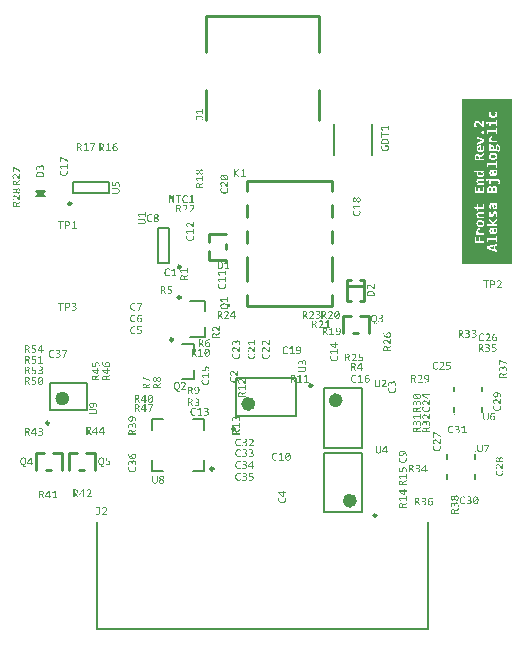
<source format=gto>
G04*
G04 #@! TF.GenerationSoftware,Altium Limited,Altium Designer,19.1.8 (144)*
G04*
G04 Layer_Color=16777215*
%FSLAX25Y25*%
%MOIN*%
G70*
G01*
G75*
%ADD10C,0.00984*%
%ADD11C,0.02362*%
%ADD12C,0.00394*%
%ADD13C,0.00787*%
%ADD14C,0.01000*%
%ADD15C,0.00500*%
G36*
X168183Y122047D02*
X158996D01*
D01*
X151532D01*
Y177165D01*
X168183D01*
Y122047D01*
D02*
G37*
G36*
X46063Y137784D02*
X45744D01*
Y138444D01*
X43869D01*
X44201Y137828D01*
X43909Y137706D01*
X43480Y138518D01*
Y138824D01*
X45744D01*
Y139397D01*
X46063D01*
Y137784D01*
D02*
G37*
G36*
X45246Y137216D02*
X45298Y137212D01*
X45359Y137207D01*
X45421Y137194D01*
X45491Y137181D01*
X45556Y137159D01*
X45565Y137155D01*
X45582Y137146D01*
X45617Y137133D01*
X45657Y137116D01*
X45700Y137089D01*
X45753Y137059D01*
X45801Y137024D01*
X45849Y136980D01*
X45853Y136976D01*
X45866Y136958D01*
X45888Y136936D01*
X45914Y136901D01*
X45945Y136862D01*
X45976Y136814D01*
X46006Y136757D01*
X46032Y136696D01*
X46037Y136687D01*
X46041Y136665D01*
X46054Y136630D01*
X46063Y136587D01*
X46076Y136530D01*
X46089Y136464D01*
X46094Y136390D01*
X46098Y136311D01*
Y136272D01*
X46094Y136228D01*
X46089Y136172D01*
X46085Y136106D01*
X46072Y136040D01*
X46059Y135971D01*
X46037Y135905D01*
X46032Y135896D01*
X46024Y135879D01*
X46011Y135848D01*
X45993Y135809D01*
X45967Y135765D01*
X45936Y135722D01*
X45901Y135678D01*
X45862Y135634D01*
X45858Y135630D01*
X45840Y135617D01*
X45814Y135599D01*
X45783Y135577D01*
X45740Y135551D01*
X45696Y135525D01*
X45639Y135503D01*
X45582Y135481D01*
X45574D01*
X45552Y135472D01*
X45521Y135468D01*
X45477Y135459D01*
X45425Y135450D01*
X45364Y135442D01*
X45294Y135437D01*
X45224Y135433D01*
X43493D01*
Y135783D01*
X45198D01*
X45202D01*
X45224D01*
X45250D01*
X45285Y135787D01*
X45329D01*
X45373Y135796D01*
X45460Y135809D01*
X45464D01*
X45477Y135813D01*
X45499Y135822D01*
X45526Y135831D01*
X45587Y135861D01*
X45652Y135901D01*
X45657Y135905D01*
X45665Y135914D01*
X45678Y135927D01*
X45696Y135949D01*
X45713Y135971D01*
X45731Y136001D01*
X45766Y136071D01*
Y136075D01*
X45770Y136089D01*
X45779Y136110D01*
X45783Y136141D01*
X45792Y136180D01*
X45801Y136224D01*
X45805Y136272D01*
Y136351D01*
X45801Y136373D01*
X45796Y136421D01*
X45783Y136482D01*
X45766Y136547D01*
X45740Y136617D01*
X45700Y136679D01*
X45648Y136735D01*
X45639Y136740D01*
X45617Y136757D01*
X45582Y136779D01*
X45530Y136805D01*
X45464Y136827D01*
X45386Y136849D01*
X45298Y136866D01*
X45193Y136871D01*
X43493D01*
Y137220D01*
X45171D01*
X45176D01*
X45180D01*
X45206D01*
X45246Y137216D01*
D02*
G37*
G36*
X162960Y95186D02*
X161898D01*
Y94465D01*
X162186D01*
X162234Y94460D01*
X162291Y94456D01*
X162348Y94452D01*
X162479Y94430D01*
X162488D01*
X162510Y94421D01*
X162545Y94412D01*
X162584Y94404D01*
X162636Y94386D01*
X162689Y94364D01*
X162741Y94342D01*
X162794Y94312D01*
X162798Y94307D01*
X162816Y94299D01*
X162842Y94277D01*
X162873Y94255D01*
X162907Y94220D01*
X162942Y94185D01*
X162977Y94137D01*
X163012Y94089D01*
X163017Y94085D01*
X163025Y94063D01*
X163039Y94032D01*
X163056Y93993D01*
X163074Y93940D01*
X163087Y93879D01*
X163095Y93814D01*
X163100Y93735D01*
Y93726D01*
Y93704D01*
X163095Y93665D01*
X163091Y93621D01*
X163078Y93564D01*
X163065Y93508D01*
X163043Y93446D01*
X163017Y93385D01*
X163012Y93377D01*
X163004Y93359D01*
X162982Y93328D01*
X162955Y93294D01*
X162925Y93250D01*
X162886Y93206D01*
X162838Y93158D01*
X162785Y93114D01*
X162781Y93110D01*
X162759Y93097D01*
X162728Y93075D01*
X162689Y93049D01*
X162636Y93023D01*
X162580Y92992D01*
X162514Y92966D01*
X162444Y92940D01*
X162435Y92935D01*
X162409Y92931D01*
X162370Y92922D01*
X162318Y92909D01*
X162256Y92896D01*
X162182Y92887D01*
X162103Y92883D01*
X162020Y92878D01*
X161946D01*
X161898Y92883D01*
X161872D01*
X161859Y92887D01*
X161815D01*
X161767Y92892D01*
X161745D01*
X161727Y92896D01*
X161684Y92900D01*
X161640Y92905D01*
X161631D01*
X161605Y92909D01*
X161570D01*
X161531Y92913D01*
Y93224D01*
X161535D01*
X161548Y93219D01*
X161570Y93215D01*
X161601Y93211D01*
X161636Y93202D01*
X161675Y93197D01*
X161723Y93189D01*
X161771Y93184D01*
X161797D01*
X161824Y93180D01*
X161902D01*
X161950Y93176D01*
X162108D01*
X162147Y93180D01*
X162186Y93184D01*
X162234Y93189D01*
X162331Y93211D01*
X162335D01*
X162353Y93219D01*
X162374Y93228D01*
X162405Y93241D01*
X162475Y93272D01*
X162545Y93320D01*
X162549Y93324D01*
X162558Y93333D01*
X162575Y93346D01*
X162597Y93368D01*
X162619Y93390D01*
X162641Y93420D01*
X162685Y93486D01*
X162689Y93490D01*
X162693Y93503D01*
X162702Y93525D01*
X162711Y93551D01*
X162720Y93586D01*
X162724Y93626D01*
X162733Y93665D01*
Y93713D01*
Y93717D01*
Y93722D01*
Y93735D01*
X162728Y93752D01*
X162724Y93792D01*
X162711Y93844D01*
X162689Y93901D01*
X162658Y93958D01*
X162615Y94010D01*
X162558Y94058D01*
X162549Y94063D01*
X162527Y94076D01*
X162488Y94093D01*
X162431Y94115D01*
X162361Y94137D01*
X162274Y94155D01*
X162173Y94168D01*
X162060Y94172D01*
X161575D01*
Y95483D01*
X162960D01*
Y95186D01*
D02*
G37*
G36*
X160019Y95518D02*
X160067D01*
X160124Y95509D01*
X160181Y95500D01*
X160242Y95492D01*
X160303Y95474D01*
X160312D01*
X160329Y95465D01*
X160360Y95457D01*
X160395Y95444D01*
X160438Y95426D01*
X160482Y95404D01*
X160526Y95378D01*
X160565Y95347D01*
X160570Y95343D01*
X160583Y95334D01*
X160600Y95317D01*
X160626Y95291D01*
X160648Y95260D01*
X160674Y95230D01*
X160701Y95190D01*
X160722Y95147D01*
X160727Y95142D01*
X160731Y95125D01*
X160740Y95103D01*
X160753Y95068D01*
X160762Y95029D01*
X160770Y94985D01*
X160775Y94932D01*
X160779Y94880D01*
Y94876D01*
Y94871D01*
Y94845D01*
X160775Y94801D01*
X160766Y94753D01*
X160753Y94692D01*
X160731Y94631D01*
X160705Y94570D01*
X160666Y94508D01*
X160661Y94504D01*
X160644Y94482D01*
X160618Y94456D01*
X160583Y94425D01*
X160539Y94386D01*
X160486Y94347D01*
X160421Y94307D01*
X160351Y94273D01*
X160355D01*
X160369Y94268D01*
X160386Y94264D01*
X160412Y94259D01*
X160443Y94251D01*
X160478Y94238D01*
X160548Y94207D01*
X160552D01*
X160565Y94198D01*
X160583Y94189D01*
X160609Y94176D01*
X160666Y94137D01*
X160722Y94089D01*
X160727Y94085D01*
X160736Y94076D01*
X160749Y94058D01*
X160766Y94041D01*
X160788Y94015D01*
X160810Y93984D01*
X160849Y93914D01*
X160854Y93910D01*
X160858Y93897D01*
X160867Y93875D01*
X160875Y93849D01*
X160884Y93814D01*
X160893Y93779D01*
X160902Y93735D01*
Y93691D01*
Y93682D01*
Y93661D01*
X160897Y93630D01*
X160893Y93586D01*
X160884Y93538D01*
X160871Y93486D01*
X160854Y93429D01*
X160832Y93372D01*
X160827Y93368D01*
X160819Y93346D01*
X160801Y93320D01*
X160779Y93285D01*
X160749Y93246D01*
X160714Y93202D01*
X160670Y93158D01*
X160622Y93114D01*
X160618Y93110D01*
X160596Y93097D01*
X160570Y93075D01*
X160530Y93053D01*
X160478Y93023D01*
X160421Y92996D01*
X160351Y92966D01*
X160277Y92940D01*
X160272D01*
X160268Y92935D01*
X160255D01*
X160242Y92931D01*
X160198Y92922D01*
X160137Y92909D01*
X160067Y92896D01*
X159984Y92887D01*
X159892Y92883D01*
X159792Y92878D01*
X159700D01*
X159656Y92883D01*
X159613D01*
X159516Y92892D01*
X159494D01*
X159473Y92896D01*
X159442D01*
X159407Y92900D01*
X159368Y92905D01*
X159289Y92913D01*
Y93219D01*
X159293D01*
X159311Y93215D01*
X159333Y93211D01*
X159363Y93206D01*
X159403Y93202D01*
X159446Y93197D01*
X159543Y93184D01*
X159569D01*
X159595Y93180D01*
X159674D01*
X159722Y93176D01*
X159892D01*
X159936Y93180D01*
X159988Y93184D01*
X160041Y93189D01*
X160098Y93197D01*
X160150Y93206D01*
X160154D01*
X160172Y93215D01*
X160198Y93219D01*
X160229Y93232D01*
X160303Y93263D01*
X160338Y93285D01*
X160373Y93307D01*
X160377Y93311D01*
X160386Y93320D01*
X160403Y93333D01*
X160421Y93350D01*
X160465Y93403D01*
X160482Y93429D01*
X160500Y93464D01*
Y93468D01*
X160508Y93481D01*
X160513Y93499D01*
X160521Y93525D01*
X160530Y93556D01*
X160535Y93591D01*
X160543Y93674D01*
Y93678D01*
Y93691D01*
X160539Y93713D01*
Y93735D01*
X160521Y93796D01*
X160513Y93827D01*
X160495Y93857D01*
Y93862D01*
X160486Y93870D01*
X160473Y93884D01*
X160460Y93905D01*
X160417Y93945D01*
X160360Y93988D01*
X160355Y93993D01*
X160347Y93997D01*
X160329Y94006D01*
X160303Y94019D01*
X160272Y94032D01*
X160237Y94045D01*
X160198Y94058D01*
X160154Y94067D01*
X160150D01*
X160133Y94071D01*
X160111Y94076D01*
X160080Y94085D01*
X160041Y94089D01*
X159997Y94093D01*
X159897Y94098D01*
X159604D01*
Y94377D01*
X159945D01*
X159971Y94382D01*
X160006Y94386D01*
X160041Y94390D01*
X160115Y94408D01*
X160119D01*
X160133Y94412D01*
X160150Y94421D01*
X160172Y94430D01*
X160224Y94456D01*
X160277Y94495D01*
X160281Y94500D01*
X160290Y94504D01*
X160303Y94517D01*
X160316Y94535D01*
X160351Y94578D01*
X160382Y94635D01*
Y94639D01*
X160386Y94648D01*
X160395Y94666D01*
X160403Y94692D01*
X160408Y94718D01*
X160417Y94753D01*
X160421Y94827D01*
Y94832D01*
Y94836D01*
Y94862D01*
X160417Y94897D01*
X160403Y94941D01*
X160390Y94994D01*
X160369Y95042D01*
X160338Y95090D01*
X160294Y95129D01*
X160290Y95133D01*
X160272Y95142D01*
X160242Y95160D01*
X160202Y95177D01*
X160150Y95195D01*
X160084Y95212D01*
X160010Y95221D01*
X159923Y95225D01*
X159875D01*
X159840Y95221D01*
X159800D01*
X159752Y95216D01*
X159652Y95199D01*
X159647D01*
X159630Y95195D01*
X159599Y95190D01*
X159564Y95181D01*
X159521Y95168D01*
X159473Y95155D01*
X159416Y95142D01*
X159359Y95125D01*
Y95422D01*
X159363D01*
X159372Y95426D01*
X159385Y95430D01*
X159403Y95435D01*
X159446Y95448D01*
X159499Y95461D01*
X159503D01*
X159512Y95465D01*
X159529D01*
X159547Y95470D01*
X159595Y95483D01*
X159652Y95492D01*
X159656D01*
X159665Y95496D01*
X159678D01*
X159700Y95500D01*
X159748Y95505D01*
X159800Y95513D01*
X159813D01*
X159831Y95518D01*
X159848D01*
X159897Y95522D01*
X159979D01*
X160019Y95518D01*
D02*
G37*
G36*
X157851Y95479D02*
X157904D01*
X157965Y95470D01*
X158030Y95461D01*
X158096Y95448D01*
X158157Y95430D01*
X158166D01*
X158184Y95422D01*
X158214Y95409D01*
X158249Y95396D01*
X158293Y95378D01*
X158336Y95352D01*
X158380Y95326D01*
X158420Y95295D01*
X158424Y95291D01*
X158437Y95278D01*
X158454Y95260D01*
X158476Y95234D01*
X158502Y95203D01*
X158529Y95168D01*
X158551Y95125D01*
X158572Y95081D01*
X158577Y95077D01*
X158581Y95059D01*
X158590Y95033D01*
X158599Y94998D01*
X158607Y94959D01*
X158616Y94911D01*
X158625Y94862D01*
Y94806D01*
Y94801D01*
Y94784D01*
Y94762D01*
X158621Y94731D01*
X158616Y94696D01*
X158607Y94657D01*
X158586Y94574D01*
Y94570D01*
X158581Y94556D01*
X158572Y94535D01*
X158559Y94513D01*
X158529Y94447D01*
X158481Y94382D01*
X158476Y94377D01*
X158467Y94369D01*
X158454Y94351D01*
X158433Y94329D01*
X158406Y94307D01*
X158376Y94281D01*
X158306Y94229D01*
X158301Y94224D01*
X158288Y94220D01*
X158266Y94207D01*
X158240Y94194D01*
X158205Y94181D01*
X158166Y94163D01*
X158118Y94150D01*
X158070Y94137D01*
X158074D01*
X158087Y94128D01*
X158109Y94120D01*
X158135Y94106D01*
X158162Y94089D01*
X158192Y94063D01*
X158223Y94037D01*
X158253Y94002D01*
X158258Y93997D01*
X158266Y93984D01*
X158284Y93967D01*
X158301Y93936D01*
X158328Y93901D01*
X158354Y93862D01*
X158380Y93809D01*
X158411Y93757D01*
X158821Y92913D01*
X158424D01*
X158039Y93735D01*
Y93739D01*
X158030Y93752D01*
X158022Y93765D01*
X158013Y93787D01*
X157983Y93840D01*
X157948Y93888D01*
Y93892D01*
X157939Y93901D01*
X157921Y93927D01*
X157891Y93958D01*
X157851Y93988D01*
X157847D01*
X157843Y93993D01*
X157816Y94010D01*
X157781Y94023D01*
X157738Y94041D01*
X157733D01*
X157729Y94045D01*
X157716D01*
X157698Y94050D01*
X157655Y94054D01*
X157598Y94058D01*
X157436D01*
Y92913D01*
X157087D01*
Y95483D01*
X157812D01*
X157851Y95479D01*
D02*
G37*
G36*
X118472Y92036D02*
X117410D01*
Y91315D01*
X117698D01*
X117746Y91311D01*
X117803Y91306D01*
X117860Y91302D01*
X117991Y91280D01*
X118000D01*
X118022Y91271D01*
X118057Y91263D01*
X118096Y91254D01*
X118148Y91237D01*
X118201Y91215D01*
X118253Y91193D01*
X118306Y91162D01*
X118310Y91158D01*
X118327Y91149D01*
X118354Y91127D01*
X118384Y91105D01*
X118419Y91070D01*
X118454Y91035D01*
X118489Y90987D01*
X118524Y90939D01*
X118528Y90935D01*
X118537Y90913D01*
X118550Y90882D01*
X118568Y90843D01*
X118585Y90791D01*
X118598Y90729D01*
X118607Y90664D01*
X118612Y90585D01*
Y90577D01*
Y90555D01*
X118607Y90515D01*
X118603Y90472D01*
X118590Y90415D01*
X118577Y90358D01*
X118555Y90297D01*
X118528Y90236D01*
X118524Y90227D01*
X118515Y90210D01*
X118494Y90179D01*
X118467Y90144D01*
X118437Y90100D01*
X118397Y90057D01*
X118349Y90008D01*
X118297Y89965D01*
X118292Y89960D01*
X118271Y89947D01*
X118240Y89925D01*
X118201Y89899D01*
X118148Y89873D01*
X118091Y89842D01*
X118026Y89816D01*
X117956Y89790D01*
X117947Y89786D01*
X117921Y89781D01*
X117882Y89772D01*
X117829Y89759D01*
X117768Y89746D01*
X117694Y89738D01*
X117615Y89733D01*
X117532Y89729D01*
X117458D01*
X117410Y89733D01*
X117384D01*
X117370Y89738D01*
X117327D01*
X117279Y89742D01*
X117257D01*
X117239Y89746D01*
X117196Y89751D01*
X117152Y89755D01*
X117143D01*
X117117Y89759D01*
X117082D01*
X117043Y89764D01*
Y90074D01*
X117047D01*
X117060Y90070D01*
X117082Y90065D01*
X117113Y90061D01*
X117148Y90052D01*
X117187Y90048D01*
X117235Y90039D01*
X117283Y90035D01*
X117309D01*
X117335Y90030D01*
X117414D01*
X117462Y90026D01*
X117620D01*
X117659Y90030D01*
X117698Y90035D01*
X117746Y90039D01*
X117842Y90061D01*
X117847D01*
X117864Y90070D01*
X117886Y90078D01*
X117917Y90092D01*
X117987Y90122D01*
X118057Y90170D01*
X118061Y90175D01*
X118070Y90183D01*
X118087Y90196D01*
X118109Y90218D01*
X118131Y90240D01*
X118153Y90271D01*
X118196Y90336D01*
X118201Y90341D01*
X118205Y90354D01*
X118214Y90376D01*
X118223Y90402D01*
X118231Y90437D01*
X118236Y90476D01*
X118245Y90515D01*
Y90563D01*
Y90568D01*
Y90572D01*
Y90585D01*
X118240Y90603D01*
X118236Y90642D01*
X118223Y90695D01*
X118201Y90751D01*
X118170Y90808D01*
X118126Y90861D01*
X118070Y90909D01*
X118061Y90913D01*
X118039Y90926D01*
X118000Y90944D01*
X117943Y90965D01*
X117873Y90987D01*
X117786Y91005D01*
X117685Y91018D01*
X117571Y91022D01*
X117086D01*
Y92333D01*
X118472D01*
Y92036D01*
D02*
G37*
G36*
X115609Y92368D02*
X115653D01*
X115701Y92360D01*
X115754Y92351D01*
X115810Y92338D01*
X115863Y92320D01*
X115867Y92316D01*
X115885Y92312D01*
X115911Y92298D01*
X115946Y92281D01*
X115985Y92259D01*
X116024Y92237D01*
X116103Y92172D01*
X116107Y92167D01*
X116121Y92154D01*
X116138Y92132D01*
X116164Y92106D01*
X116191Y92071D01*
X116217Y92032D01*
X116243Y91988D01*
X116265Y91936D01*
X116269Y91931D01*
X116274Y91909D01*
X116282Y91883D01*
X116296Y91844D01*
X116304Y91796D01*
X116313Y91743D01*
X116317Y91687D01*
X116322Y91621D01*
Y91617D01*
Y91595D01*
Y91569D01*
X116317Y91529D01*
X116313Y91490D01*
X116304Y91442D01*
X116282Y91346D01*
Y91341D01*
X116274Y91324D01*
X116265Y91298D01*
X116252Y91267D01*
X116234Y91228D01*
X116212Y91184D01*
X116160Y91092D01*
X116156Y91088D01*
X116147Y91070D01*
X116129Y91049D01*
X116107Y91014D01*
X116077Y90974D01*
X116042Y90931D01*
X116003Y90882D01*
X115959Y90834D01*
X115955Y90830D01*
X115937Y90813D01*
X115911Y90786D01*
X115880Y90751D01*
X115837Y90708D01*
X115788Y90660D01*
X115736Y90603D01*
X115675Y90546D01*
X115212Y90092D01*
X116462D01*
Y89764D01*
X114766D01*
Y90070D01*
X115426Y90729D01*
X115435Y90738D01*
X115452Y90756D01*
X115483Y90786D01*
X115522Y90826D01*
X115566Y90869D01*
X115609Y90917D01*
X115653Y90965D01*
X115692Y91009D01*
X115697Y91014D01*
X115710Y91031D01*
X115727Y91053D01*
X115749Y91079D01*
X115775Y91114D01*
X115802Y91149D01*
X115850Y91223D01*
X115854Y91228D01*
X115858Y91241D01*
X115872Y91258D01*
X115885Y91285D01*
X115911Y91341D01*
X115928Y91407D01*
Y91411D01*
X115933Y91424D01*
X115937Y91442D01*
X115942Y91464D01*
Y91490D01*
X115946Y91525D01*
X115950Y91595D01*
Y91599D01*
Y91612D01*
Y91630D01*
X115946Y91652D01*
X115942Y91713D01*
X115924Y91774D01*
Y91778D01*
X115920Y91787D01*
X115915Y91805D01*
X115907Y91826D01*
X115880Y91874D01*
X115845Y91927D01*
X115841Y91931D01*
X115837Y91940D01*
X115823Y91949D01*
X115810Y91966D01*
X115762Y91997D01*
X115706Y92032D01*
X115701D01*
X115692Y92036D01*
X115675Y92045D01*
X115649Y92054D01*
X115618Y92058D01*
X115587Y92067D01*
X115548Y92071D01*
X115478D01*
X115448Y92067D01*
X115408Y92062D01*
X115360Y92054D01*
X115312Y92040D01*
X115260Y92023D01*
X115207Y91997D01*
X115203Y91992D01*
X115185Y91984D01*
X115159Y91966D01*
X115124Y91944D01*
X115089Y91918D01*
X115046Y91888D01*
X115006Y91848D01*
X114963Y91809D01*
X114775Y92032D01*
X114783Y92040D01*
X114801Y92058D01*
X114831Y92084D01*
X114871Y92119D01*
X114919Y92159D01*
X114976Y92198D01*
X115037Y92242D01*
X115107Y92277D01*
X115111D01*
X115116Y92281D01*
X115142Y92290D01*
X115181Y92307D01*
X115234Y92325D01*
X115299Y92342D01*
X115373Y92360D01*
X115456Y92368D01*
X115548Y92373D01*
X115579D01*
X115609Y92368D01*
D02*
G37*
G36*
X113363Y92329D02*
X113416D01*
X113477Y92320D01*
X113542Y92312D01*
X113608Y92298D01*
X113669Y92281D01*
X113678D01*
X113695Y92272D01*
X113726Y92259D01*
X113761Y92246D01*
X113804Y92229D01*
X113848Y92202D01*
X113892Y92176D01*
X113931Y92145D01*
X113936Y92141D01*
X113949Y92128D01*
X113966Y92111D01*
X113988Y92084D01*
X114014Y92054D01*
X114041Y92019D01*
X114062Y91975D01*
X114084Y91931D01*
X114089Y91927D01*
X114093Y91909D01*
X114102Y91883D01*
X114110Y91848D01*
X114119Y91809D01*
X114128Y91761D01*
X114137Y91713D01*
Y91656D01*
Y91652D01*
Y91634D01*
Y91612D01*
X114132Y91582D01*
X114128Y91547D01*
X114119Y91507D01*
X114097Y91424D01*
Y91420D01*
X114093Y91407D01*
X114084Y91385D01*
X114071Y91363D01*
X114041Y91298D01*
X113993Y91232D01*
X113988Y91228D01*
X113979Y91219D01*
X113966Y91202D01*
X113944Y91180D01*
X113918Y91158D01*
X113888Y91132D01*
X113818Y91079D01*
X113813Y91075D01*
X113800Y91070D01*
X113778Y91057D01*
X113752Y91044D01*
X113717Y91031D01*
X113678Y91014D01*
X113630Y91000D01*
X113582Y90987D01*
X113586D01*
X113599Y90979D01*
X113621Y90970D01*
X113647Y90957D01*
X113673Y90939D01*
X113704Y90913D01*
X113735Y90887D01*
X113765Y90852D01*
X113770Y90847D01*
X113778Y90834D01*
X113796Y90817D01*
X113813Y90786D01*
X113839Y90751D01*
X113866Y90712D01*
X113892Y90660D01*
X113923Y90607D01*
X114333Y89764D01*
X113936D01*
X113551Y90585D01*
Y90590D01*
X113542Y90603D01*
X113534Y90616D01*
X113525Y90638D01*
X113494Y90690D01*
X113459Y90738D01*
Y90743D01*
X113451Y90751D01*
X113433Y90778D01*
X113402Y90808D01*
X113363Y90839D01*
X113359D01*
X113354Y90843D01*
X113328Y90861D01*
X113293Y90874D01*
X113250Y90891D01*
X113245D01*
X113241Y90896D01*
X113228D01*
X113210Y90900D01*
X113166Y90904D01*
X113110Y90909D01*
X112948D01*
Y89764D01*
X112598D01*
Y92333D01*
X113324D01*
X113363Y92329D01*
D02*
G37*
G36*
X61526Y141975D02*
X61569D01*
X61617Y141966D01*
X61670Y141957D01*
X61727Y141944D01*
X61779Y141927D01*
X61784Y141922D01*
X61801Y141918D01*
X61827Y141905D01*
X61862Y141887D01*
X61901Y141865D01*
X61941Y141843D01*
X62019Y141778D01*
X62024Y141774D01*
X62037Y141761D01*
X62055Y141739D01*
X62081Y141712D01*
X62107Y141677D01*
X62133Y141638D01*
X62159Y141594D01*
X62181Y141542D01*
X62186Y141538D01*
X62190Y141516D01*
X62199Y141490D01*
X62212Y141450D01*
X62221Y141402D01*
X62229Y141350D01*
X62234Y141293D01*
X62238Y141227D01*
Y141223D01*
Y141201D01*
Y141175D01*
X62234Y141136D01*
X62229Y141096D01*
X62221Y141048D01*
X62199Y140952D01*
Y140948D01*
X62190Y140930D01*
X62181Y140904D01*
X62168Y140873D01*
X62151Y140834D01*
X62129Y140790D01*
X62076Y140699D01*
X62072Y140694D01*
X62063Y140677D01*
X62046Y140655D01*
X62024Y140620D01*
X61993Y140581D01*
X61958Y140537D01*
X61919Y140489D01*
X61875Y140441D01*
X61871Y140436D01*
X61853Y140419D01*
X61827Y140393D01*
X61797Y140358D01*
X61753Y140314D01*
X61705Y140266D01*
X61652Y140209D01*
X61591Y140152D01*
X61128Y139698D01*
X62378D01*
Y139370D01*
X60682D01*
Y139676D01*
X61342Y140336D01*
X61351Y140345D01*
X61368Y140362D01*
X61399Y140393D01*
X61438Y140432D01*
X61482Y140476D01*
X61526Y140524D01*
X61569Y140572D01*
X61609Y140615D01*
X61613Y140620D01*
X61626Y140637D01*
X61644Y140659D01*
X61666Y140685D01*
X61692Y140720D01*
X61718Y140755D01*
X61766Y140830D01*
X61770Y140834D01*
X61775Y140847D01*
X61788Y140865D01*
X61801Y140891D01*
X61827Y140948D01*
X61845Y141013D01*
Y141018D01*
X61849Y141031D01*
X61853Y141048D01*
X61858Y141070D01*
Y141096D01*
X61862Y141131D01*
X61867Y141201D01*
Y141206D01*
Y141219D01*
Y141236D01*
X61862Y141258D01*
X61858Y141319D01*
X61840Y141380D01*
Y141385D01*
X61836Y141393D01*
X61832Y141411D01*
X61823Y141433D01*
X61797Y141481D01*
X61762Y141533D01*
X61757Y141538D01*
X61753Y141546D01*
X61740Y141555D01*
X61727Y141573D01*
X61679Y141603D01*
X61622Y141638D01*
X61617D01*
X61609Y141642D01*
X61591Y141651D01*
X61565Y141660D01*
X61535Y141664D01*
X61504Y141673D01*
X61465Y141677D01*
X61395D01*
X61364Y141673D01*
X61325Y141669D01*
X61277Y141660D01*
X61229Y141647D01*
X61176Y141629D01*
X61124Y141603D01*
X61119Y141599D01*
X61102Y141590D01*
X61076Y141573D01*
X61041Y141551D01*
X61006Y141525D01*
X60962Y141494D01*
X60923Y141455D01*
X60879Y141415D01*
X60691Y141638D01*
X60700Y141647D01*
X60717Y141664D01*
X60748Y141691D01*
X60787Y141726D01*
X60835Y141765D01*
X60892Y141804D01*
X60953Y141848D01*
X61023Y141883D01*
X61027D01*
X61032Y141887D01*
X61058Y141896D01*
X61098Y141913D01*
X61150Y141931D01*
X61216Y141948D01*
X61290Y141966D01*
X61373Y141975D01*
X61465Y141979D01*
X61495D01*
X61526Y141975D01*
D02*
G37*
G36*
X59310D02*
X59354D01*
X59402Y141966D01*
X59454Y141957D01*
X59511Y141944D01*
X59564Y141927D01*
X59568Y141922D01*
X59585Y141918D01*
X59612Y141905D01*
X59647Y141887D01*
X59686Y141865D01*
X59725Y141843D01*
X59804Y141778D01*
X59808Y141774D01*
X59821Y141761D01*
X59839Y141739D01*
X59865Y141712D01*
X59891Y141677D01*
X59918Y141638D01*
X59944Y141594D01*
X59966Y141542D01*
X59970Y141538D01*
X59974Y141516D01*
X59983Y141490D01*
X59996Y141450D01*
X60005Y141402D01*
X60014Y141350D01*
X60018Y141293D01*
X60022Y141227D01*
Y141223D01*
Y141201D01*
Y141175D01*
X60018Y141136D01*
X60014Y141096D01*
X60005Y141048D01*
X59983Y140952D01*
Y140948D01*
X59974Y140930D01*
X59966Y140904D01*
X59952Y140873D01*
X59935Y140834D01*
X59913Y140790D01*
X59861Y140699D01*
X59856Y140694D01*
X59848Y140677D01*
X59830Y140655D01*
X59808Y140620D01*
X59778Y140581D01*
X59743Y140537D01*
X59703Y140489D01*
X59660Y140441D01*
X59655Y140436D01*
X59638Y140419D01*
X59612Y140393D01*
X59581Y140358D01*
X59537Y140314D01*
X59489Y140266D01*
X59437Y140209D01*
X59376Y140152D01*
X58912Y139698D01*
X60162D01*
Y139370D01*
X58467D01*
Y139676D01*
X59127Y140336D01*
X59135Y140345D01*
X59153Y140362D01*
X59183Y140393D01*
X59223Y140432D01*
X59266Y140476D01*
X59310Y140524D01*
X59354Y140572D01*
X59393Y140615D01*
X59398Y140620D01*
X59411Y140637D01*
X59428Y140659D01*
X59450Y140685D01*
X59476Y140720D01*
X59502Y140755D01*
X59550Y140830D01*
X59555Y140834D01*
X59559Y140847D01*
X59572Y140865D01*
X59585Y140891D01*
X59612Y140948D01*
X59629Y141013D01*
Y141018D01*
X59633Y141031D01*
X59638Y141048D01*
X59642Y141070D01*
Y141096D01*
X59647Y141131D01*
X59651Y141201D01*
Y141206D01*
Y141219D01*
Y141236D01*
X59647Y141258D01*
X59642Y141319D01*
X59625Y141380D01*
Y141385D01*
X59620Y141393D01*
X59616Y141411D01*
X59607Y141433D01*
X59581Y141481D01*
X59546Y141533D01*
X59542Y141538D01*
X59537Y141546D01*
X59524Y141555D01*
X59511Y141573D01*
X59463Y141603D01*
X59406Y141638D01*
X59402D01*
X59393Y141642D01*
X59376Y141651D01*
X59350Y141660D01*
X59319Y141664D01*
X59288Y141673D01*
X59249Y141677D01*
X59179D01*
X59149Y141673D01*
X59109Y141669D01*
X59061Y141660D01*
X59013Y141647D01*
X58960Y141629D01*
X58908Y141603D01*
X58904Y141599D01*
X58886Y141590D01*
X58860Y141573D01*
X58825Y141551D01*
X58790Y141525D01*
X58746Y141494D01*
X58707Y141455D01*
X58663Y141415D01*
X58476Y141638D01*
X58484Y141647D01*
X58502Y141664D01*
X58532Y141691D01*
X58572Y141726D01*
X58620Y141765D01*
X58676Y141804D01*
X58738Y141848D01*
X58808Y141883D01*
X58812D01*
X58816Y141887D01*
X58843Y141896D01*
X58882Y141913D01*
X58934Y141931D01*
X59000Y141948D01*
X59074Y141966D01*
X59157Y141975D01*
X59249Y141979D01*
X59280D01*
X59310Y141975D01*
D02*
G37*
G36*
X57064Y141935D02*
X57116D01*
X57178Y141927D01*
X57243Y141918D01*
X57309Y141905D01*
X57370Y141887D01*
X57379D01*
X57396Y141878D01*
X57427Y141865D01*
X57462Y141852D01*
X57505Y141835D01*
X57549Y141808D01*
X57593Y141782D01*
X57632Y141752D01*
X57636Y141747D01*
X57649Y141734D01*
X57667Y141717D01*
X57689Y141691D01*
X57715Y141660D01*
X57741Y141625D01*
X57763Y141581D01*
X57785Y141538D01*
X57789Y141533D01*
X57794Y141516D01*
X57802Y141490D01*
X57811Y141455D01*
X57820Y141415D01*
X57829Y141367D01*
X57837Y141319D01*
Y141262D01*
Y141258D01*
Y141240D01*
Y141219D01*
X57833Y141188D01*
X57829Y141153D01*
X57820Y141114D01*
X57798Y141031D01*
Y141026D01*
X57794Y141013D01*
X57785Y140991D01*
X57772Y140970D01*
X57741Y140904D01*
X57693Y140838D01*
X57689Y140834D01*
X57680Y140825D01*
X57667Y140808D01*
X57645Y140786D01*
X57619Y140764D01*
X57588Y140738D01*
X57518Y140685D01*
X57514Y140681D01*
X57501Y140677D01*
X57479Y140664D01*
X57453Y140650D01*
X57418Y140637D01*
X57379Y140620D01*
X57331Y140607D01*
X57283Y140594D01*
X57287D01*
X57300Y140585D01*
X57322Y140576D01*
X57348Y140563D01*
X57374Y140546D01*
X57405Y140519D01*
X57435Y140493D01*
X57466Y140458D01*
X57470Y140454D01*
X57479Y140441D01*
X57497Y140423D01*
X57514Y140393D01*
X57540Y140358D01*
X57566Y140318D01*
X57593Y140266D01*
X57623Y140214D01*
X58034Y139370D01*
X57636D01*
X57252Y140192D01*
Y140196D01*
X57243Y140209D01*
X57234Y140222D01*
X57226Y140244D01*
X57195Y140296D01*
X57160Y140345D01*
Y140349D01*
X57151Y140358D01*
X57134Y140384D01*
X57103Y140415D01*
X57064Y140445D01*
X57060D01*
X57055Y140450D01*
X57029Y140467D01*
X56994Y140480D01*
X56950Y140498D01*
X56946D01*
X56942Y140502D01*
X56928D01*
X56911Y140506D01*
X56867Y140511D01*
X56810Y140515D01*
X56649D01*
Y139370D01*
X56299D01*
Y141940D01*
X57025D01*
X57064Y141935D01*
D02*
G37*
G36*
X64686Y91658D02*
X65259D01*
Y91339D01*
X63646D01*
Y91658D01*
X64306D01*
Y93532D01*
X63690Y93200D01*
X63567Y93493D01*
X64380Y93921D01*
X64686D01*
Y91658D01*
D02*
G37*
G36*
X62182Y93904D02*
X62234D01*
X62296Y93895D01*
X62361Y93886D01*
X62427Y93873D01*
X62488Y93856D01*
X62497D01*
X62514Y93847D01*
X62545Y93834D01*
X62580Y93821D01*
X62623Y93803D01*
X62667Y93777D01*
X62711Y93751D01*
X62750Y93720D01*
X62754Y93716D01*
X62768Y93703D01*
X62785Y93685D01*
X62807Y93659D01*
X62833Y93629D01*
X62859Y93594D01*
X62881Y93550D01*
X62903Y93506D01*
X62907Y93502D01*
X62912Y93484D01*
X62921Y93458D01*
X62929Y93423D01*
X62938Y93384D01*
X62947Y93336D01*
X62956Y93288D01*
Y93231D01*
Y93226D01*
Y93209D01*
Y93187D01*
X62951Y93156D01*
X62947Y93121D01*
X62938Y93082D01*
X62916Y92999D01*
Y92995D01*
X62912Y92982D01*
X62903Y92960D01*
X62890Y92938D01*
X62859Y92873D01*
X62811Y92807D01*
X62807Y92803D01*
X62798Y92794D01*
X62785Y92776D01*
X62763Y92755D01*
X62737Y92733D01*
X62707Y92706D01*
X62637Y92654D01*
X62632Y92650D01*
X62619Y92645D01*
X62597Y92632D01*
X62571Y92619D01*
X62536Y92606D01*
X62497Y92588D01*
X62449Y92575D01*
X62401Y92562D01*
X62405D01*
X62418Y92553D01*
X62440Y92545D01*
X62466Y92532D01*
X62492Y92514D01*
X62523Y92488D01*
X62554Y92462D01*
X62584Y92427D01*
X62589Y92422D01*
X62597Y92409D01*
X62615Y92392D01*
X62632Y92361D01*
X62658Y92326D01*
X62685Y92287D01*
X62711Y92234D01*
X62741Y92182D01*
X63152Y91339D01*
X62754D01*
X62370Y92160D01*
Y92164D01*
X62361Y92178D01*
X62353Y92191D01*
X62344Y92213D01*
X62313Y92265D01*
X62278Y92313D01*
Y92317D01*
X62270Y92326D01*
X62252Y92352D01*
X62221Y92383D01*
X62182Y92414D01*
X62178D01*
X62173Y92418D01*
X62147Y92435D01*
X62112Y92449D01*
X62068Y92466D01*
X62064D01*
X62060Y92470D01*
X62047D01*
X62029Y92475D01*
X61985Y92479D01*
X61929Y92484D01*
X61767D01*
Y91339D01*
X61417D01*
Y93908D01*
X62143D01*
X62182Y93904D01*
D02*
G37*
G36*
X66714Y93943D02*
X66762Y93939D01*
X66819Y93930D01*
X66884Y93913D01*
X66945Y93895D01*
X67011Y93869D01*
X67020Y93864D01*
X67041Y93856D01*
X67072Y93834D01*
X67111Y93808D01*
X67155Y93777D01*
X67203Y93733D01*
X67251Y93685D01*
X67299Y93629D01*
X67304Y93620D01*
X67321Y93598D01*
X67343Y93563D01*
X67369Y93515D01*
X67400Y93458D01*
X67430Y93384D01*
X67461Y93305D01*
X67487Y93213D01*
Y93209D01*
X67492Y93200D01*
Y93187D01*
X67496Y93170D01*
X67505Y93143D01*
X67509Y93117D01*
X67514Y93082D01*
X67522Y93047D01*
X67531Y92960D01*
X67544Y92859D01*
X67548Y92746D01*
X67553Y92623D01*
Y92619D01*
Y92610D01*
Y92593D01*
Y92575D01*
Y92549D01*
X67548Y92519D01*
X67544Y92444D01*
X67540Y92361D01*
X67527Y92269D01*
X67514Y92173D01*
X67492Y92081D01*
Y92077D01*
X67487Y92073D01*
Y92060D01*
X67483Y92042D01*
X67465Y91998D01*
X67448Y91942D01*
X67422Y91876D01*
X67391Y91806D01*
X67356Y91736D01*
X67313Y91666D01*
X67308Y91658D01*
X67291Y91636D01*
X67264Y91605D01*
X67229Y91566D01*
X67190Y91522D01*
X67138Y91478D01*
X67081Y91435D01*
X67015Y91395D01*
X67007Y91391D01*
X66985Y91382D01*
X66945Y91365D01*
X66897Y91352D01*
X66836Y91334D01*
X66766Y91317D01*
X66688Y91308D01*
X66600Y91304D01*
X66565D01*
X66526Y91308D01*
X66473Y91312D01*
X66417Y91321D01*
X66351Y91334D01*
X66286Y91352D01*
X66220Y91378D01*
X66211Y91382D01*
X66194Y91391D01*
X66163Y91413D01*
X66124Y91439D01*
X66076Y91470D01*
X66028Y91513D01*
X65980Y91562D01*
X65931Y91618D01*
X65927Y91627D01*
X65914Y91649D01*
X65892Y91684D01*
X65866Y91732D01*
X65835Y91789D01*
X65805Y91859D01*
X65774Y91942D01*
X65748Y92029D01*
Y92033D01*
X65744Y92042D01*
Y92055D01*
X65739Y92073D01*
X65735Y92099D01*
X65731Y92125D01*
X65722Y92160D01*
X65717Y92195D01*
X65704Y92282D01*
X65696Y92383D01*
X65691Y92501D01*
X65687Y92623D01*
Y92628D01*
Y92637D01*
Y92654D01*
Y92671D01*
Y92698D01*
X65691Y92728D01*
X65696Y92803D01*
X65700Y92886D01*
X65713Y92973D01*
X65726Y93069D01*
X65744Y93161D01*
Y93165D01*
X65748Y93174D01*
X65752Y93183D01*
X65757Y93200D01*
X65770Y93248D01*
X65787Y93305D01*
X65813Y93371D01*
X65844Y93441D01*
X65883Y93511D01*
X65923Y93580D01*
X65927Y93589D01*
X65945Y93611D01*
X65971Y93642D01*
X66006Y93681D01*
X66045Y93725D01*
X66098Y93768D01*
X66154Y93812D01*
X66220Y93851D01*
X66229Y93856D01*
X66250Y93864D01*
X66290Y93882D01*
X66338Y93899D01*
X66399Y93917D01*
X66473Y93934D01*
X66552Y93943D01*
X66640Y93947D01*
X66674D01*
X66714Y93943D01*
D02*
G37*
G36*
X118115Y87484D02*
X118557D01*
Y87182D01*
X118115D01*
Y86614D01*
X117766D01*
Y87182D01*
X116529D01*
Y87484D01*
X117622Y89184D01*
X118115D01*
Y87484D01*
D02*
G37*
G36*
X115332Y89179D02*
X115384D01*
X115445Y89171D01*
X115511Y89162D01*
X115576Y89149D01*
X115638Y89131D01*
X115646D01*
X115664Y89123D01*
X115694Y89109D01*
X115729Y89096D01*
X115773Y89079D01*
X115817Y89053D01*
X115860Y89026D01*
X115900Y88996D01*
X115904Y88991D01*
X115917Y88978D01*
X115935Y88961D01*
X115957Y88935D01*
X115983Y88904D01*
X116009Y88869D01*
X116031Y88825D01*
X116053Y88782D01*
X116057Y88777D01*
X116061Y88760D01*
X116070Y88734D01*
X116079Y88699D01*
X116088Y88659D01*
X116096Y88611D01*
X116105Y88563D01*
Y88506D01*
Y88502D01*
Y88485D01*
Y88463D01*
X116101Y88432D01*
X116096Y88397D01*
X116088Y88358D01*
X116066Y88275D01*
Y88270D01*
X116061Y88257D01*
X116053Y88235D01*
X116040Y88214D01*
X116009Y88148D01*
X115961Y88082D01*
X115957Y88078D01*
X115948Y88069D01*
X115935Y88052D01*
X115913Y88030D01*
X115887Y88008D01*
X115856Y87982D01*
X115786Y87929D01*
X115782Y87925D01*
X115769Y87921D01*
X115747Y87908D01*
X115721Y87895D01*
X115686Y87881D01*
X115646Y87864D01*
X115598Y87851D01*
X115550Y87838D01*
X115554D01*
X115568Y87829D01*
X115589Y87820D01*
X115616Y87807D01*
X115642Y87790D01*
X115673Y87764D01*
X115703Y87737D01*
X115734Y87702D01*
X115738Y87698D01*
X115747Y87685D01*
X115764Y87667D01*
X115782Y87637D01*
X115808Y87602D01*
X115834Y87563D01*
X115860Y87510D01*
X115891Y87458D01*
X116302Y86614D01*
X115904D01*
X115520Y87436D01*
Y87440D01*
X115511Y87453D01*
X115502Y87466D01*
X115493Y87488D01*
X115463Y87541D01*
X115428Y87589D01*
Y87593D01*
X115419Y87602D01*
X115402Y87628D01*
X115371Y87659D01*
X115332Y87689D01*
X115327D01*
X115323Y87694D01*
X115297Y87711D01*
X115262Y87724D01*
X115218Y87742D01*
X115214D01*
X115209Y87746D01*
X115196D01*
X115179Y87750D01*
X115135Y87755D01*
X115078Y87759D01*
X114917D01*
Y86614D01*
X114567D01*
Y89184D01*
X115292D01*
X115332Y89179D01*
D02*
G37*
G36*
X62205Y134462D02*
X61899D01*
X61239Y135122D01*
X61230Y135130D01*
X61213Y135148D01*
X61182Y135178D01*
X61143Y135218D01*
X61099Y135261D01*
X61051Y135305D01*
X61003Y135349D01*
X60959Y135388D01*
X60955Y135392D01*
X60937Y135406D01*
X60916Y135423D01*
X60889Y135445D01*
X60854Y135471D01*
X60819Y135497D01*
X60745Y135546D01*
X60741Y135550D01*
X60728Y135554D01*
X60710Y135567D01*
X60684Y135580D01*
X60627Y135607D01*
X60562Y135624D01*
X60557D01*
X60544Y135628D01*
X60527Y135633D01*
X60505Y135637D01*
X60479D01*
X60444Y135642D01*
X60374Y135646D01*
X60369D01*
X60356D01*
X60339D01*
X60317Y135642D01*
X60256Y135637D01*
X60194Y135620D01*
X60190D01*
X60181Y135615D01*
X60164Y135611D01*
X60142Y135602D01*
X60094Y135576D01*
X60042Y135541D01*
X60037Y135537D01*
X60028Y135532D01*
X60020Y135519D01*
X60002Y135506D01*
X59972Y135458D01*
X59937Y135401D01*
Y135397D01*
X59932Y135388D01*
X59924Y135371D01*
X59915Y135344D01*
X59911Y135314D01*
X59902Y135283D01*
X59897Y135244D01*
Y135174D01*
X59902Y135143D01*
X59906Y135104D01*
X59915Y135056D01*
X59928Y135008D01*
X59945Y134956D01*
X59972Y134903D01*
X59976Y134899D01*
X59985Y134881D01*
X60002Y134855D01*
X60024Y134820D01*
X60050Y134785D01*
X60081Y134741D01*
X60120Y134702D01*
X60160Y134658D01*
X59937Y134470D01*
X59928Y134479D01*
X59911Y134497D01*
X59884Y134527D01*
X59849Y134567D01*
X59810Y134615D01*
X59771Y134671D01*
X59727Y134733D01*
X59692Y134802D01*
Y134807D01*
X59688Y134811D01*
X59679Y134837D01*
X59661Y134877D01*
X59644Y134929D01*
X59626Y134995D01*
X59609Y135069D01*
X59600Y135152D01*
X59596Y135244D01*
Y135275D01*
X59600Y135305D01*
Y135349D01*
X59609Y135397D01*
X59618Y135449D01*
X59631Y135506D01*
X59648Y135559D01*
X59653Y135563D01*
X59657Y135580D01*
X59670Y135607D01*
X59688Y135642D01*
X59710Y135681D01*
X59731Y135720D01*
X59797Y135799D01*
X59801Y135803D01*
X59814Y135816D01*
X59836Y135834D01*
X59862Y135860D01*
X59897Y135886D01*
X59937Y135913D01*
X59980Y135939D01*
X60033Y135961D01*
X60037Y135965D01*
X60059Y135969D01*
X60085Y135978D01*
X60125Y135991D01*
X60173Y136000D01*
X60225Y136009D01*
X60282Y136013D01*
X60347Y136017D01*
X60352D01*
X60374D01*
X60400D01*
X60439Y136013D01*
X60479Y136009D01*
X60527Y136000D01*
X60623Y135978D01*
X60627D01*
X60645Y135969D01*
X60671Y135961D01*
X60701Y135948D01*
X60741Y135930D01*
X60785Y135908D01*
X60876Y135856D01*
X60881Y135851D01*
X60898Y135843D01*
X60920Y135825D01*
X60955Y135803D01*
X60994Y135773D01*
X61038Y135738D01*
X61086Y135698D01*
X61134Y135655D01*
X61138Y135650D01*
X61156Y135633D01*
X61182Y135607D01*
X61217Y135576D01*
X61261Y135532D01*
X61309Y135484D01*
X61366Y135432D01*
X61422Y135371D01*
X61877Y134907D01*
Y136157D01*
X62205D01*
Y134462D01*
D02*
G37*
G36*
Y132307D02*
X61886D01*
Y132967D01*
X60011D01*
X60343Y132351D01*
X60050Y132229D01*
X59622Y133041D01*
Y133347D01*
X61886D01*
Y133920D01*
X62205D01*
Y132307D01*
D02*
G37*
G36*
X62109Y131695D02*
X62113Y131687D01*
X62122Y131669D01*
X62126Y131647D01*
X62139Y131617D01*
X62148Y131582D01*
X62161Y131547D01*
X62170Y131503D01*
X62196Y131403D01*
X62213Y131293D01*
X62231Y131175D01*
X62235Y131049D01*
Y131027D01*
X62231Y130996D01*
Y130957D01*
X62227Y130913D01*
X62218Y130861D01*
X62209Y130804D01*
X62196Y130738D01*
X62178Y130673D01*
X62157Y130603D01*
X62130Y130533D01*
X62100Y130463D01*
X62060Y130398D01*
X62017Y130332D01*
X61969Y130266D01*
X61912Y130210D01*
X61908Y130205D01*
X61894Y130197D01*
X61877Y130183D01*
X61851Y130166D01*
X61816Y130144D01*
X61777Y130118D01*
X61724Y130092D01*
X61667Y130066D01*
X61606Y130039D01*
X61532Y130013D01*
X61453Y129987D01*
X61370Y129965D01*
X61274Y129947D01*
X61173Y129934D01*
X61064Y129926D01*
X60950Y129921D01*
X60946D01*
X60937D01*
X60920D01*
X60898D01*
X60872Y129926D01*
X60837D01*
X60763Y129930D01*
X60680Y129939D01*
X60584Y129956D01*
X60487Y129974D01*
X60391Y130000D01*
X60387D01*
X60378Y130004D01*
X60365Y130009D01*
X60347Y130013D01*
X60304Y130035D01*
X60243Y130057D01*
X60177Y130092D01*
X60107Y130131D01*
X60033Y130175D01*
X59967Y130227D01*
X59958Y130236D01*
X59937Y130253D01*
X59906Y130288D01*
X59867Y130332D01*
X59823Y130385D01*
X59779Y130446D01*
X59736Y130516D01*
X59696Y130590D01*
Y130594D01*
X59692Y130599D01*
X59688Y130612D01*
X59683Y130629D01*
X59666Y130673D01*
X59648Y130730D01*
X59631Y130800D01*
X59613Y130883D01*
X59605Y130974D01*
X59600Y131071D01*
Y131136D01*
X59605Y131180D01*
X59609Y131232D01*
X59613Y131285D01*
X59631Y131403D01*
Y131411D01*
X59635Y131429D01*
X59644Y131459D01*
X59653Y131499D01*
X59666Y131543D01*
X59683Y131591D01*
X59723Y131700D01*
X60068D01*
X60063Y131695D01*
X60055Y131674D01*
X60042Y131647D01*
X60024Y131608D01*
X60007Y131564D01*
X59989Y131516D01*
X59954Y131407D01*
Y131398D01*
X59945Y131381D01*
X59941Y131350D01*
X59932Y131311D01*
X59924Y131263D01*
X59919Y131206D01*
X59911Y131145D01*
Y131049D01*
X59915Y131014D01*
X59919Y130970D01*
X59928Y130922D01*
X59941Y130865D01*
X59958Y130808D01*
X59980Y130752D01*
X59985Y130747D01*
X59993Y130730D01*
X60011Y130699D01*
X60033Y130668D01*
X60059Y130629D01*
X60094Y130586D01*
X60133Y130542D01*
X60181Y130502D01*
X60186Y130498D01*
X60203Y130485D01*
X60229Y130467D01*
X60269Y130446D01*
X60312Y130419D01*
X60369Y130393D01*
X60431Y130367D01*
X60496Y130345D01*
X60505D01*
X60527Y130336D01*
X60566Y130328D01*
X60618Y130319D01*
X60680Y130310D01*
X60750Y130301D01*
X60828Y130297D01*
X60916Y130293D01*
X60920D01*
X60937D01*
X60964D01*
X60999Y130297D01*
X61038D01*
X61086Y130301D01*
X61138Y130310D01*
X61195Y130319D01*
X61318Y130341D01*
X61444Y130376D01*
X61562Y130428D01*
X61615Y130459D01*
X61667Y130494D01*
X61672Y130498D01*
X61676Y130502D01*
X61689Y130516D01*
X61707Y130533D01*
X61724Y130551D01*
X61746Y130577D01*
X61772Y130607D01*
X61794Y130642D01*
X61816Y130682D01*
X61842Y130725D01*
X61864Y130778D01*
X61881Y130830D01*
X61899Y130887D01*
X61908Y130948D01*
X61916Y131018D01*
X61921Y131088D01*
Y131149D01*
X61916Y131189D01*
X61912Y131237D01*
X61908Y131289D01*
X61886Y131403D01*
Y131411D01*
X61877Y131429D01*
X61868Y131459D01*
X61855Y131499D01*
X61842Y131543D01*
X61825Y131591D01*
X61777Y131700D01*
X62109D01*
Y131695D01*
D02*
G37*
G36*
X72835Y118381D02*
X72516D01*
Y119041D01*
X70641D01*
X70973Y118425D01*
X70680Y118303D01*
X70252Y119115D01*
Y119421D01*
X72516D01*
Y119994D01*
X72835D01*
Y118381D01*
D02*
G37*
G36*
Y116166D02*
X72516D01*
Y116825D01*
X70641D01*
X70973Y116209D01*
X70680Y116087D01*
X70252Y116900D01*
Y117206D01*
X72516D01*
Y117778D01*
X72835D01*
Y116166D01*
D02*
G37*
G36*
X72738Y115554D02*
X72743Y115545D01*
X72752Y115527D01*
X72756Y115506D01*
X72769Y115475D01*
X72778Y115440D01*
X72791Y115405D01*
X72800Y115361D01*
X72826Y115261D01*
X72843Y115152D01*
X72861Y115034D01*
X72865Y114907D01*
Y114885D01*
X72861Y114855D01*
Y114815D01*
X72856Y114771D01*
X72848Y114719D01*
X72839Y114662D01*
X72826Y114597D01*
X72808Y114531D01*
X72787Y114461D01*
X72760Y114391D01*
X72730Y114321D01*
X72690Y114256D01*
X72647Y114190D01*
X72599Y114125D01*
X72542Y114068D01*
X72537Y114064D01*
X72524Y114055D01*
X72507Y114042D01*
X72481Y114024D01*
X72446Y114002D01*
X72406Y113976D01*
X72354Y113950D01*
X72297Y113924D01*
X72236Y113898D01*
X72162Y113871D01*
X72083Y113845D01*
X72000Y113823D01*
X71904Y113806D01*
X71803Y113793D01*
X71694Y113784D01*
X71580Y113779D01*
X71576D01*
X71567D01*
X71550D01*
X71528D01*
X71502Y113784D01*
X71467D01*
X71393Y113788D01*
X71310Y113797D01*
X71213Y113814D01*
X71117Y113832D01*
X71021Y113858D01*
X71017D01*
X71008Y113863D01*
X70995Y113867D01*
X70977Y113871D01*
X70934Y113893D01*
X70872Y113915D01*
X70807Y113950D01*
X70737Y113989D01*
X70663Y114033D01*
X70597Y114085D01*
X70588Y114094D01*
X70567Y114112D01*
X70536Y114147D01*
X70497Y114190D01*
X70453Y114243D01*
X70409Y114304D01*
X70366Y114374D01*
X70326Y114448D01*
Y114453D01*
X70322Y114457D01*
X70318Y114470D01*
X70313Y114488D01*
X70296Y114531D01*
X70278Y114588D01*
X70261Y114658D01*
X70243Y114741D01*
X70235Y114833D01*
X70230Y114929D01*
Y114994D01*
X70235Y115038D01*
X70239Y115091D01*
X70243Y115143D01*
X70261Y115261D01*
Y115270D01*
X70265Y115287D01*
X70274Y115318D01*
X70283Y115357D01*
X70296Y115401D01*
X70313Y115449D01*
X70353Y115558D01*
X70698D01*
X70693Y115554D01*
X70685Y115532D01*
X70671Y115506D01*
X70654Y115466D01*
X70636Y115423D01*
X70619Y115375D01*
X70584Y115265D01*
Y115257D01*
X70575Y115239D01*
X70571Y115208D01*
X70562Y115169D01*
X70553Y115121D01*
X70549Y115064D01*
X70540Y115003D01*
Y114907D01*
X70545Y114872D01*
X70549Y114828D01*
X70558Y114780D01*
X70571Y114724D01*
X70588Y114667D01*
X70610Y114610D01*
X70615Y114605D01*
X70623Y114588D01*
X70641Y114557D01*
X70663Y114527D01*
X70689Y114488D01*
X70724Y114444D01*
X70763Y114400D01*
X70811Y114361D01*
X70816Y114356D01*
X70833Y114343D01*
X70859Y114326D01*
X70899Y114304D01*
X70942Y114278D01*
X70999Y114251D01*
X71060Y114225D01*
X71126Y114203D01*
X71135D01*
X71157Y114195D01*
X71196Y114186D01*
X71248Y114177D01*
X71310Y114169D01*
X71379Y114160D01*
X71458Y114155D01*
X71545Y114151D01*
X71550D01*
X71567D01*
X71594D01*
X71628Y114155D01*
X71668D01*
X71716Y114160D01*
X71768Y114169D01*
X71825Y114177D01*
X71947Y114199D01*
X72074Y114234D01*
X72192Y114286D01*
X72245Y114317D01*
X72297Y114352D01*
X72302Y114356D01*
X72306Y114361D01*
X72319Y114374D01*
X72337Y114391D01*
X72354Y114409D01*
X72376Y114435D01*
X72402Y114466D01*
X72424Y114501D01*
X72446Y114540D01*
X72472Y114584D01*
X72494Y114636D01*
X72511Y114689D01*
X72529Y114745D01*
X72537Y114806D01*
X72546Y114876D01*
X72551Y114946D01*
Y115007D01*
X72546Y115047D01*
X72542Y115095D01*
X72537Y115147D01*
X72516Y115261D01*
Y115270D01*
X72507Y115287D01*
X72498Y115318D01*
X72485Y115357D01*
X72472Y115401D01*
X72455Y115449D01*
X72406Y115558D01*
X72738D01*
Y115554D01*
D02*
G37*
G36*
X131738Y59908D02*
X131773D01*
X131817Y59904D01*
X131865Y59900D01*
X131965Y59891D01*
X132074Y59873D01*
X132184Y59852D01*
X132289Y59821D01*
X132293D01*
X132302Y59817D01*
X132315Y59812D01*
X132332Y59803D01*
X132385Y59782D01*
X132446Y59751D01*
X132516Y59716D01*
X132590Y59668D01*
X132665Y59611D01*
X132734Y59550D01*
X132743Y59541D01*
X132765Y59519D01*
X132796Y59480D01*
X132831Y59432D01*
X132874Y59367D01*
X132918Y59292D01*
X132957Y59209D01*
X132992Y59113D01*
Y59109D01*
X132997Y59100D01*
X133001Y59087D01*
X133005Y59065D01*
X133010Y59043D01*
X133018Y59013D01*
X133023Y58978D01*
X133031Y58938D01*
X133045Y58851D01*
X133058Y58750D01*
X133066Y58632D01*
X133071Y58510D01*
Y58296D01*
X132774D01*
Y58576D01*
X132769Y58624D01*
Y58680D01*
X132761Y58750D01*
X132752Y58825D01*
X132743Y58899D01*
X132726Y58969D01*
Y58973D01*
X132721Y58978D01*
X132717Y59000D01*
X132704Y59034D01*
X132686Y59078D01*
X132665Y59126D01*
X132638Y59179D01*
X132608Y59231D01*
X132573Y59279D01*
X132568Y59284D01*
X132555Y59301D01*
X132533Y59323D01*
X132503Y59349D01*
X132468Y59380D01*
X132429Y59410D01*
X132385Y59441D01*
X132332Y59467D01*
X132324Y59471D01*
X132306Y59476D01*
X132275Y59489D01*
X132236Y59502D01*
X132188Y59515D01*
X132131Y59528D01*
X132070Y59541D01*
X132005Y59550D01*
X131922Y59559D01*
X131926Y59554D01*
X131935Y59537D01*
X131948Y59511D01*
X131965Y59476D01*
X131983Y59432D01*
X132005Y59384D01*
X132022Y59327D01*
X132040Y59270D01*
Y59262D01*
X132048Y59244D01*
X132053Y59209D01*
X132061Y59166D01*
X132070Y59113D01*
X132074Y59056D01*
X132083Y58991D01*
Y58886D01*
X132079Y58851D01*
X132074Y58803D01*
X132070Y58750D01*
X132057Y58694D01*
X132044Y58632D01*
X132026Y58576D01*
X132022Y58571D01*
X132018Y58554D01*
X132005Y58523D01*
X131987Y58493D01*
X131961Y58453D01*
X131935Y58410D01*
X131904Y58370D01*
X131869Y58331D01*
X131865Y58327D01*
X131852Y58313D01*
X131830Y58296D01*
X131799Y58278D01*
X131764Y58252D01*
X131720Y58230D01*
X131677Y58209D01*
X131624Y58187D01*
X131620D01*
X131598Y58178D01*
X131572Y58174D01*
X131533Y58165D01*
X131489Y58156D01*
X131437Y58147D01*
X131380Y58143D01*
X131318Y58139D01*
X131310D01*
X131288D01*
X131253Y58143D01*
X131209Y58147D01*
X131157Y58152D01*
X131104Y58165D01*
X131043Y58178D01*
X130986Y58200D01*
X130978Y58204D01*
X130960Y58213D01*
X130930Y58226D01*
X130895Y58248D01*
X130851Y58274D01*
X130807Y58305D01*
X130759Y58340D01*
X130715Y58383D01*
X130711Y58388D01*
X130698Y58405D01*
X130676Y58431D01*
X130650Y58462D01*
X130619Y58506D01*
X130589Y58549D01*
X130558Y58606D01*
X130532Y58663D01*
X130527Y58672D01*
X130519Y58694D01*
X130510Y58724D01*
X130497Y58772D01*
X130484Y58825D01*
X130471Y58886D01*
X130466Y58956D01*
X130462Y59026D01*
Y59056D01*
X130466Y59096D01*
X130471Y59139D01*
X130480Y59192D01*
X130488Y59253D01*
X130506Y59314D01*
X130527Y59375D01*
X130532Y59384D01*
X130541Y59402D01*
X130554Y59432D01*
X130576Y59471D01*
X130606Y59519D01*
X130641Y59563D01*
X130681Y59611D01*
X130733Y59659D01*
X130737Y59664D01*
X130759Y59677D01*
X130790Y59699D01*
X130829Y59725D01*
X130882Y59755D01*
X130943Y59786D01*
X131017Y59817D01*
X131096Y59843D01*
X131100D01*
X131104Y59847D01*
X131117Y59852D01*
X131135Y59856D01*
X131157Y59860D01*
X131183Y59865D01*
X131249Y59878D01*
X131327Y59891D01*
X131419Y59904D01*
X131524Y59908D01*
X131642Y59913D01*
X131646D01*
X131659D01*
X131677D01*
X131703D01*
X131738Y59908D01*
D02*
G37*
G36*
X132975Y57680D02*
X132979Y57671D01*
X132988Y57653D01*
X132992Y57632D01*
X133005Y57601D01*
X133014Y57566D01*
X133027Y57531D01*
X133036Y57487D01*
X133062Y57387D01*
X133080Y57278D01*
X133097Y57160D01*
X133101Y57033D01*
Y57011D01*
X133097Y56981D01*
Y56941D01*
X133093Y56897D01*
X133084Y56845D01*
X133075Y56788D01*
X133062Y56723D01*
X133045Y56657D01*
X133023Y56587D01*
X132997Y56517D01*
X132966Y56447D01*
X132927Y56382D01*
X132883Y56316D01*
X132835Y56251D01*
X132778Y56194D01*
X132774Y56190D01*
X132761Y56181D01*
X132743Y56168D01*
X132717Y56150D01*
X132682Y56128D01*
X132643Y56102D01*
X132590Y56076D01*
X132533Y56050D01*
X132472Y56024D01*
X132398Y55997D01*
X132319Y55971D01*
X132236Y55949D01*
X132140Y55932D01*
X132040Y55919D01*
X131930Y55910D01*
X131817Y55905D01*
X131812D01*
X131804D01*
X131786D01*
X131764D01*
X131738Y55910D01*
X131703D01*
X131629Y55914D01*
X131546Y55923D01*
X131450Y55941D01*
X131353Y55958D01*
X131257Y55984D01*
X131253D01*
X131244Y55989D01*
X131231Y55993D01*
X131214Y55997D01*
X131170Y56019D01*
X131109Y56041D01*
X131043Y56076D01*
X130973Y56115D01*
X130899Y56159D01*
X130833Y56211D01*
X130825Y56220D01*
X130803Y56238D01*
X130772Y56273D01*
X130733Y56316D01*
X130689Y56369D01*
X130646Y56430D01*
X130602Y56500D01*
X130562Y56574D01*
Y56578D01*
X130558Y56583D01*
X130554Y56596D01*
X130549Y56613D01*
X130532Y56657D01*
X130514Y56714D01*
X130497Y56784D01*
X130480Y56867D01*
X130471Y56959D01*
X130466Y57055D01*
Y57120D01*
X130471Y57164D01*
X130475Y57217D01*
X130480Y57269D01*
X130497Y57387D01*
Y57396D01*
X130501Y57413D01*
X130510Y57444D01*
X130519Y57483D01*
X130532Y57527D01*
X130549Y57575D01*
X130589Y57684D01*
X130934D01*
X130930Y57680D01*
X130921Y57658D01*
X130908Y57632D01*
X130890Y57592D01*
X130873Y57549D01*
X130855Y57501D01*
X130820Y57391D01*
Y57383D01*
X130812Y57365D01*
X130807Y57335D01*
X130798Y57295D01*
X130790Y57247D01*
X130785Y57190D01*
X130777Y57129D01*
Y57033D01*
X130781Y56998D01*
X130785Y56954D01*
X130794Y56906D01*
X130807Y56849D01*
X130825Y56793D01*
X130847Y56736D01*
X130851Y56731D01*
X130860Y56714D01*
X130877Y56683D01*
X130899Y56653D01*
X130925Y56613D01*
X130960Y56570D01*
X131000Y56526D01*
X131048Y56487D01*
X131052Y56482D01*
X131069Y56469D01*
X131096Y56452D01*
X131135Y56430D01*
X131179Y56404D01*
X131236Y56378D01*
X131297Y56351D01*
X131362Y56329D01*
X131371D01*
X131393Y56321D01*
X131432Y56312D01*
X131485Y56303D01*
X131546Y56294D01*
X131616Y56286D01*
X131694Y56281D01*
X131782Y56277D01*
X131786D01*
X131804D01*
X131830D01*
X131865Y56281D01*
X131904D01*
X131952Y56286D01*
X132005Y56294D01*
X132061Y56303D01*
X132184Y56325D01*
X132310Y56360D01*
X132429Y56412D01*
X132481Y56443D01*
X132533Y56478D01*
X132538Y56482D01*
X132542Y56487D01*
X132555Y56500D01*
X132573Y56517D01*
X132590Y56535D01*
X132612Y56561D01*
X132638Y56592D01*
X132660Y56627D01*
X132682Y56666D01*
X132708Y56710D01*
X132730Y56762D01*
X132747Y56814D01*
X132765Y56871D01*
X132774Y56932D01*
X132782Y57002D01*
X132787Y57072D01*
Y57134D01*
X132782Y57173D01*
X132778Y57221D01*
X132774Y57273D01*
X132752Y57387D01*
Y57396D01*
X132743Y57413D01*
X132734Y57444D01*
X132721Y57483D01*
X132708Y57527D01*
X132691Y57575D01*
X132643Y57684D01*
X132975D01*
Y57680D01*
D02*
G37*
G36*
X76772Y85002D02*
X76466D01*
X75806Y85662D01*
X75797Y85671D01*
X75780Y85688D01*
X75749Y85719D01*
X75710Y85758D01*
X75666Y85802D01*
X75618Y85845D01*
X75570Y85889D01*
X75526Y85928D01*
X75522Y85933D01*
X75504Y85946D01*
X75482Y85963D01*
X75456Y85985D01*
X75421Y86011D01*
X75386Y86038D01*
X75312Y86086D01*
X75308Y86090D01*
X75295Y86094D01*
X75277Y86108D01*
X75251Y86121D01*
X75194Y86147D01*
X75129Y86164D01*
X75124D01*
X75111Y86169D01*
X75094Y86173D01*
X75072Y86177D01*
X75046D01*
X75011Y86182D01*
X74941Y86186D01*
X74936D01*
X74923D01*
X74906D01*
X74884Y86182D01*
X74823Y86177D01*
X74761Y86160D01*
X74757D01*
X74748Y86156D01*
X74731Y86151D01*
X74709Y86143D01*
X74661Y86116D01*
X74608Y86081D01*
X74604Y86077D01*
X74595Y86073D01*
X74587Y86060D01*
X74569Y86046D01*
X74539Y85998D01*
X74504Y85942D01*
Y85937D01*
X74499Y85928D01*
X74490Y85911D01*
X74482Y85885D01*
X74477Y85854D01*
X74469Y85824D01*
X74464Y85784D01*
Y85714D01*
X74469Y85684D01*
X74473Y85644D01*
X74482Y85596D01*
X74495Y85548D01*
X74512Y85496D01*
X74539Y85443D01*
X74543Y85439D01*
X74552Y85422D01*
X74569Y85395D01*
X74591Y85360D01*
X74617Y85325D01*
X74648Y85282D01*
X74687Y85242D01*
X74726Y85199D01*
X74504Y85011D01*
X74495Y85019D01*
X74477Y85037D01*
X74451Y85068D01*
X74416Y85107D01*
X74377Y85155D01*
X74338Y85212D01*
X74294Y85273D01*
X74259Y85343D01*
Y85347D01*
X74255Y85352D01*
X74246Y85378D01*
X74228Y85417D01*
X74211Y85470D01*
X74193Y85535D01*
X74176Y85609D01*
X74167Y85693D01*
X74163Y85784D01*
Y85815D01*
X74167Y85845D01*
Y85889D01*
X74176Y85937D01*
X74185Y85990D01*
X74198Y86046D01*
X74215Y86099D01*
X74220Y86103D01*
X74224Y86121D01*
X74237Y86147D01*
X74255Y86182D01*
X74276Y86221D01*
X74298Y86261D01*
X74364Y86339D01*
X74368Y86344D01*
X74381Y86357D01*
X74403Y86374D01*
X74429Y86400D01*
X74464Y86427D01*
X74504Y86453D01*
X74547Y86479D01*
X74600Y86501D01*
X74604Y86505D01*
X74626Y86510D01*
X74652Y86518D01*
X74691Y86532D01*
X74740Y86540D01*
X74792Y86549D01*
X74849Y86553D01*
X74914Y86558D01*
X74919D01*
X74941D01*
X74967D01*
X75006Y86553D01*
X75046Y86549D01*
X75094Y86540D01*
X75190Y86518D01*
X75194D01*
X75212Y86510D01*
X75238Y86501D01*
X75268Y86488D01*
X75308Y86470D01*
X75351Y86449D01*
X75443Y86396D01*
X75447Y86392D01*
X75465Y86383D01*
X75487Y86365D01*
X75522Y86344D01*
X75561Y86313D01*
X75605Y86278D01*
X75653Y86239D01*
X75701Y86195D01*
X75705Y86191D01*
X75723Y86173D01*
X75749Y86147D01*
X75784Y86116D01*
X75828Y86073D01*
X75876Y86025D01*
X75933Y85972D01*
X75989Y85911D01*
X76444Y85448D01*
Y86698D01*
X76772D01*
Y85002D01*
D02*
G37*
G36*
X76675Y84451D02*
X76680Y84443D01*
X76689Y84425D01*
X76693Y84403D01*
X76706Y84373D01*
X76715Y84338D01*
X76728Y84303D01*
X76737Y84259D01*
X76763Y84159D01*
X76780Y84049D01*
X76798Y83931D01*
X76802Y83805D01*
Y83783D01*
X76798Y83752D01*
Y83713D01*
X76793Y83669D01*
X76785Y83617D01*
X76776Y83560D01*
X76763Y83494D01*
X76745Y83429D01*
X76724Y83359D01*
X76697Y83289D01*
X76667Y83219D01*
X76627Y83153D01*
X76584Y83088D01*
X76536Y83022D01*
X76479Y82966D01*
X76474Y82961D01*
X76461Y82952D01*
X76444Y82939D01*
X76418Y82922D01*
X76383Y82900D01*
X76343Y82874D01*
X76291Y82848D01*
X76234Y82821D01*
X76173Y82795D01*
X76099Y82769D01*
X76020Y82743D01*
X75937Y82721D01*
X75841Y82703D01*
X75740Y82690D01*
X75631Y82682D01*
X75517Y82677D01*
X75513D01*
X75504D01*
X75487D01*
X75465D01*
X75439Y82682D01*
X75404D01*
X75330Y82686D01*
X75247Y82695D01*
X75150Y82712D01*
X75054Y82730D01*
X74958Y82756D01*
X74954D01*
X74945Y82760D01*
X74932Y82765D01*
X74914Y82769D01*
X74871Y82791D01*
X74809Y82813D01*
X74744Y82848D01*
X74674Y82887D01*
X74600Y82931D01*
X74534Y82983D01*
X74525Y82992D01*
X74504Y83009D01*
X74473Y83044D01*
X74434Y83088D01*
X74390Y83140D01*
X74346Y83202D01*
X74303Y83271D01*
X74263Y83346D01*
Y83350D01*
X74259Y83355D01*
X74255Y83368D01*
X74250Y83385D01*
X74233Y83429D01*
X74215Y83486D01*
X74198Y83556D01*
X74180Y83639D01*
X74172Y83730D01*
X74167Y83827D01*
Y83892D01*
X74172Y83936D01*
X74176Y83988D01*
X74180Y84041D01*
X74198Y84159D01*
Y84167D01*
X74202Y84185D01*
X74211Y84215D01*
X74220Y84255D01*
X74233Y84298D01*
X74250Y84346D01*
X74290Y84456D01*
X74635D01*
X74630Y84451D01*
X74622Y84430D01*
X74608Y84403D01*
X74591Y84364D01*
X74573Y84320D01*
X74556Y84272D01*
X74521Y84163D01*
Y84154D01*
X74512Y84137D01*
X74508Y84106D01*
X74499Y84067D01*
X74490Y84019D01*
X74486Y83962D01*
X74477Y83901D01*
Y83805D01*
X74482Y83770D01*
X74486Y83726D01*
X74495Y83678D01*
X74508Y83621D01*
X74525Y83564D01*
X74547Y83508D01*
X74552Y83503D01*
X74560Y83486D01*
X74578Y83455D01*
X74600Y83424D01*
X74626Y83385D01*
X74661Y83341D01*
X74700Y83298D01*
X74748Y83258D01*
X74753Y83254D01*
X74770Y83241D01*
X74796Y83223D01*
X74836Y83202D01*
X74879Y83175D01*
X74936Y83149D01*
X74997Y83123D01*
X75063Y83101D01*
X75072D01*
X75094Y83092D01*
X75133Y83084D01*
X75185Y83075D01*
X75247Y83066D01*
X75316Y83057D01*
X75395Y83053D01*
X75482Y83049D01*
X75487D01*
X75504D01*
X75531D01*
X75565Y83053D01*
X75605D01*
X75653Y83057D01*
X75705Y83066D01*
X75762Y83075D01*
X75884Y83097D01*
X76011Y83132D01*
X76129Y83184D01*
X76182Y83215D01*
X76234Y83250D01*
X76239Y83254D01*
X76243Y83258D01*
X76256Y83271D01*
X76274Y83289D01*
X76291Y83306D01*
X76313Y83333D01*
X76339Y83363D01*
X76361Y83398D01*
X76383Y83438D01*
X76409Y83481D01*
X76431Y83534D01*
X76448Y83586D01*
X76466Y83643D01*
X76474Y83704D01*
X76483Y83774D01*
X76488Y83844D01*
Y83905D01*
X76483Y83944D01*
X76479Y83992D01*
X76474Y84045D01*
X76453Y84159D01*
Y84167D01*
X76444Y84185D01*
X76435Y84215D01*
X76422Y84255D01*
X76409Y84298D01*
X76392Y84346D01*
X76343Y84456D01*
X76675D01*
Y84451D01*
D02*
G37*
G36*
X22580Y134177D02*
X23152D01*
Y133858D01*
X21540D01*
Y134177D01*
X22199D01*
Y136052D01*
X21583Y135720D01*
X21461Y136013D01*
X22274Y136441D01*
X22580D01*
Y134177D01*
D02*
G37*
G36*
X20124Y136424D02*
X20180Y136419D01*
X20242Y136410D01*
X20373Y136384D01*
X20381D01*
X20403Y136375D01*
X20434Y136367D01*
X20478Y136349D01*
X20526Y136332D01*
X20574Y136305D01*
X20626Y136279D01*
X20679Y136244D01*
X20683Y136240D01*
X20700Y136227D01*
X20727Y136209D01*
X20757Y136179D01*
X20792Y136144D01*
X20827Y136104D01*
X20862Y136056D01*
X20893Y136004D01*
X20897Y135995D01*
X20906Y135978D01*
X20919Y135947D01*
X20932Y135903D01*
X20945Y135851D01*
X20958Y135790D01*
X20967Y135720D01*
X20971Y135641D01*
Y135633D01*
Y135615D01*
X20967Y135584D01*
X20963Y135545D01*
X20958Y135497D01*
X20945Y135440D01*
X20932Y135383D01*
X20910Y135327D01*
X20906Y135318D01*
X20901Y135300D01*
X20884Y135270D01*
X20866Y135235D01*
X20840Y135191D01*
X20810Y135147D01*
X20770Y135099D01*
X20727Y135051D01*
X20722Y135047D01*
X20705Y135029D01*
X20679Y135008D01*
X20644Y134981D01*
X20596Y134951D01*
X20543Y134916D01*
X20482Y134885D01*
X20412Y134855D01*
X20403Y134850D01*
X20377Y134842D01*
X20338Y134833D01*
X20281Y134820D01*
X20215Y134802D01*
X20137Y134793D01*
X20045Y134785D01*
X19949Y134780D01*
X19634D01*
Y133858D01*
X19285D01*
Y136428D01*
X20076D01*
X20124Y136424D01*
D02*
G37*
G36*
X18804Y136131D02*
X18044D01*
Y133858D01*
X17689D01*
Y136131D01*
X16929D01*
Y136428D01*
X18804D01*
Y136131D01*
D02*
G37*
G36*
X28588Y76015D02*
X28623D01*
X28667Y76011D01*
X28715Y76007D01*
X28816Y75998D01*
X28925Y75980D01*
X29034Y75958D01*
X29139Y75928D01*
X29143D01*
X29152Y75923D01*
X29165Y75919D01*
X29183Y75910D01*
X29235Y75889D01*
X29296Y75858D01*
X29366Y75823D01*
X29441Y75775D01*
X29515Y75718D01*
X29585Y75657D01*
X29594Y75648D01*
X29615Y75626D01*
X29646Y75587D01*
X29681Y75539D01*
X29725Y75473D01*
X29768Y75399D01*
X29808Y75316D01*
X29843Y75220D01*
Y75216D01*
X29847Y75207D01*
X29851Y75194D01*
X29856Y75172D01*
X29860Y75150D01*
X29869Y75119D01*
X29873Y75084D01*
X29882Y75045D01*
X29895Y74958D01*
X29908Y74857D01*
X29917Y74739D01*
X29921Y74617D01*
Y74403D01*
X29624D01*
Y74682D01*
X29620Y74730D01*
Y74787D01*
X29611Y74857D01*
X29602Y74931D01*
X29594Y75006D01*
X29576Y75076D01*
Y75080D01*
X29572Y75084D01*
X29567Y75106D01*
X29554Y75141D01*
X29537Y75185D01*
X29515Y75233D01*
X29489Y75285D01*
X29458Y75338D01*
X29423Y75386D01*
X29419Y75390D01*
X29406Y75408D01*
X29384Y75430D01*
X29353Y75456D01*
X29318Y75486D01*
X29279Y75517D01*
X29235Y75548D01*
X29183Y75574D01*
X29174Y75578D01*
X29157Y75583D01*
X29126Y75596D01*
X29087Y75609D01*
X29039Y75622D01*
X28982Y75635D01*
X28921Y75648D01*
X28855Y75657D01*
X28772Y75666D01*
X28776Y75661D01*
X28785Y75644D01*
X28798Y75617D01*
X28816Y75583D01*
X28833Y75539D01*
X28855Y75491D01*
X28872Y75434D01*
X28890Y75377D01*
Y75368D01*
X28899Y75351D01*
X28903Y75316D01*
X28912Y75272D01*
X28921Y75220D01*
X28925Y75163D01*
X28934Y75098D01*
Y74993D01*
X28929Y74958D01*
X28925Y74910D01*
X28921Y74857D01*
X28907Y74800D01*
X28894Y74739D01*
X28877Y74682D01*
X28872Y74678D01*
X28868Y74660D01*
X28855Y74630D01*
X28837Y74599D01*
X28811Y74560D01*
X28785Y74516D01*
X28754Y74477D01*
X28719Y74438D01*
X28715Y74433D01*
X28702Y74420D01*
X28680Y74403D01*
X28650Y74385D01*
X28615Y74359D01*
X28571Y74337D01*
X28527Y74315D01*
X28475Y74293D01*
X28470D01*
X28449Y74285D01*
X28422Y74280D01*
X28383Y74272D01*
X28339Y74263D01*
X28287Y74254D01*
X28230Y74250D01*
X28169Y74245D01*
X28160D01*
X28138D01*
X28103Y74250D01*
X28060Y74254D01*
X28007Y74259D01*
X27955Y74272D01*
X27894Y74285D01*
X27837Y74306D01*
X27828Y74311D01*
X27811Y74320D01*
X27780Y74333D01*
X27745Y74355D01*
X27701Y74381D01*
X27658Y74411D01*
X27610Y74446D01*
X27566Y74490D01*
X27562Y74494D01*
X27548Y74512D01*
X27527Y74538D01*
X27500Y74569D01*
X27470Y74612D01*
X27439Y74656D01*
X27408Y74713D01*
X27382Y74770D01*
X27378Y74778D01*
X27369Y74800D01*
X27360Y74831D01*
X27347Y74879D01*
X27334Y74931D01*
X27321Y74993D01*
X27317Y75063D01*
X27312Y75133D01*
Y75163D01*
X27317Y75202D01*
X27321Y75246D01*
X27330Y75299D01*
X27339Y75360D01*
X27356Y75421D01*
X27378Y75482D01*
X27382Y75491D01*
X27391Y75508D01*
X27404Y75539D01*
X27426Y75578D01*
X27457Y75626D01*
X27492Y75670D01*
X27531Y75718D01*
X27583Y75766D01*
X27588Y75770D01*
X27610Y75784D01*
X27640Y75805D01*
X27679Y75832D01*
X27732Y75862D01*
X27793Y75893D01*
X27867Y75923D01*
X27946Y75950D01*
X27950D01*
X27955Y75954D01*
X27968Y75958D01*
X27985Y75963D01*
X28007Y75967D01*
X28033Y75972D01*
X28099Y75985D01*
X28178Y75998D01*
X28269Y76011D01*
X28374Y76015D01*
X28492Y76020D01*
X28497D01*
X28510D01*
X28527D01*
X28553D01*
X28588Y76015D01*
D02*
G37*
G36*
X29104Y73830D02*
X29157Y73826D01*
X29218Y73822D01*
X29279Y73808D01*
X29349Y73795D01*
X29414Y73773D01*
X29423Y73769D01*
X29441Y73760D01*
X29476Y73747D01*
X29515Y73730D01*
X29559Y73703D01*
X29611Y73673D01*
X29659Y73638D01*
X29707Y73594D01*
X29711Y73590D01*
X29725Y73572D01*
X29746Y73550D01*
X29773Y73516D01*
X29803Y73476D01*
X29834Y73428D01*
X29864Y73371D01*
X29891Y73310D01*
X29895Y73301D01*
X29899Y73280D01*
X29912Y73245D01*
X29921Y73201D01*
X29934Y73144D01*
X29948Y73079D01*
X29952Y73004D01*
X29956Y72926D01*
Y72886D01*
X29952Y72843D01*
X29948Y72786D01*
X29943Y72720D01*
X29930Y72655D01*
X29917Y72585D01*
X29895Y72519D01*
X29891Y72510D01*
X29882Y72493D01*
X29869Y72462D01*
X29851Y72423D01*
X29825Y72379D01*
X29794Y72336D01*
X29760Y72292D01*
X29720Y72248D01*
X29716Y72244D01*
X29698Y72231D01*
X29672Y72213D01*
X29642Y72191D01*
X29598Y72165D01*
X29554Y72139D01*
X29497Y72117D01*
X29441Y72095D01*
X29432D01*
X29410Y72087D01*
X29379Y72082D01*
X29336Y72074D01*
X29283Y72065D01*
X29222Y72056D01*
X29152Y72052D01*
X29082Y72047D01*
X27352D01*
Y72397D01*
X29056D01*
X29060D01*
X29082D01*
X29108D01*
X29143Y72401D01*
X29187D01*
X29231Y72410D01*
X29318Y72423D01*
X29323D01*
X29336Y72427D01*
X29357Y72436D01*
X29384Y72445D01*
X29445Y72475D01*
X29511Y72515D01*
X29515Y72519D01*
X29524Y72528D01*
X29537Y72541D01*
X29554Y72563D01*
X29572Y72585D01*
X29589Y72615D01*
X29624Y72685D01*
Y72690D01*
X29629Y72703D01*
X29637Y72725D01*
X29642Y72755D01*
X29650Y72795D01*
X29659Y72838D01*
X29663Y72886D01*
Y72965D01*
X29659Y72987D01*
X29655Y73035D01*
X29642Y73096D01*
X29624Y73162D01*
X29598Y73232D01*
X29559Y73293D01*
X29506Y73349D01*
X29497Y73354D01*
X29476Y73371D01*
X29441Y73393D01*
X29388Y73419D01*
X29323Y73441D01*
X29244Y73463D01*
X29157Y73481D01*
X29052Y73485D01*
X27352D01*
Y73835D01*
X29030D01*
X29034D01*
X29039D01*
X29065D01*
X29104Y73830D01*
D02*
G37*
G36*
X50114Y49907D02*
Y49903D01*
Y49898D01*
Y49872D01*
X50110Y49833D01*
X50105Y49780D01*
X50101Y49719D01*
X50088Y49658D01*
X50075Y49588D01*
X50053Y49523D01*
X50049Y49514D01*
X50040Y49496D01*
X50027Y49461D01*
X50009Y49422D01*
X49983Y49378D01*
X49952Y49326D01*
X49918Y49278D01*
X49874Y49230D01*
X49869Y49226D01*
X49852Y49212D01*
X49830Y49191D01*
X49795Y49164D01*
X49756Y49134D01*
X49708Y49103D01*
X49651Y49073D01*
X49590Y49046D01*
X49581Y49042D01*
X49559Y49038D01*
X49524Y49025D01*
X49481Y49016D01*
X49424Y49003D01*
X49358Y48989D01*
X49284Y48985D01*
X49205Y48981D01*
X49166D01*
X49122Y48985D01*
X49065Y48989D01*
X49000Y48994D01*
X48934Y49007D01*
X48864Y49020D01*
X48799Y49042D01*
X48790Y49046D01*
X48772Y49055D01*
X48742Y49068D01*
X48703Y49086D01*
X48659Y49112D01*
X48615Y49143D01*
X48572Y49177D01*
X48528Y49217D01*
X48523Y49221D01*
X48510Y49239D01*
X48493Y49265D01*
X48471Y49295D01*
X48445Y49339D01*
X48419Y49383D01*
X48397Y49440D01*
X48375Y49496D01*
Y49505D01*
X48366Y49527D01*
X48362Y49558D01*
X48353Y49601D01*
X48344Y49654D01*
X48335Y49715D01*
X48331Y49785D01*
X48327Y49855D01*
Y51585D01*
X48676D01*
Y49881D01*
Y49877D01*
Y49855D01*
Y49829D01*
X48681Y49794D01*
Y49750D01*
X48689Y49706D01*
X48703Y49619D01*
Y49614D01*
X48707Y49601D01*
X48716Y49580D01*
X48724Y49553D01*
X48755Y49492D01*
X48794Y49426D01*
X48799Y49422D01*
X48807Y49413D01*
X48821Y49400D01*
X48842Y49383D01*
X48864Y49365D01*
X48895Y49348D01*
X48965Y49313D01*
X48969D01*
X48982Y49308D01*
X49004Y49300D01*
X49035Y49295D01*
X49074Y49287D01*
X49118Y49278D01*
X49166Y49274D01*
X49244D01*
X49266Y49278D01*
X49314Y49282D01*
X49376Y49295D01*
X49441Y49313D01*
X49511Y49339D01*
X49572Y49378D01*
X49629Y49431D01*
X49633Y49440D01*
X49651Y49461D01*
X49673Y49496D01*
X49699Y49549D01*
X49721Y49614D01*
X49743Y49693D01*
X49760Y49780D01*
X49764Y49885D01*
Y51585D01*
X50114D01*
Y49907D01*
D02*
G37*
G36*
X51565Y51620D02*
X51622Y51616D01*
X51679Y51607D01*
X51740Y51594D01*
X51797Y51581D01*
X51805D01*
X51823Y51572D01*
X51849Y51564D01*
X51884Y51550D01*
X51923Y51533D01*
X51963Y51511D01*
X52006Y51485D01*
X52046Y51459D01*
X52050Y51454D01*
X52063Y51446D01*
X52081Y51428D01*
X52107Y51406D01*
X52129Y51376D01*
X52155Y51345D01*
X52181Y51306D01*
X52203Y51266D01*
X52207Y51262D01*
X52212Y51249D01*
X52220Y51223D01*
X52229Y51196D01*
X52238Y51157D01*
X52247Y51113D01*
X52255Y51070D01*
Y51017D01*
Y51013D01*
Y51008D01*
Y50995D01*
Y50982D01*
X52251Y50938D01*
X52238Y50886D01*
X52225Y50825D01*
X52203Y50764D01*
X52172Y50698D01*
X52129Y50637D01*
X52124Y50628D01*
X52107Y50611D01*
X52076Y50580D01*
X52037Y50545D01*
X51989Y50502D01*
X51928Y50454D01*
X51853Y50405D01*
X51775Y50362D01*
X51779Y50357D01*
X51792Y50353D01*
X51814Y50340D01*
X51845Y50327D01*
X51875Y50305D01*
X51910Y50283D01*
X51985Y50235D01*
X51989Y50231D01*
X52002Y50222D01*
X52019Y50209D01*
X52046Y50191D01*
X52098Y50143D01*
X52155Y50082D01*
X52159Y50078D01*
X52168Y50069D01*
X52181Y50051D01*
X52199Y50030D01*
X52216Y49999D01*
X52234Y49968D01*
X52268Y49894D01*
Y49890D01*
X52277Y49877D01*
X52282Y49855D01*
X52290Y49824D01*
X52299Y49794D01*
X52303Y49754D01*
X52312Y49663D01*
Y49654D01*
Y49636D01*
X52308Y49601D01*
X52303Y49562D01*
X52295Y49518D01*
X52282Y49470D01*
X52264Y49418D01*
X52242Y49370D01*
X52238Y49365D01*
X52229Y49348D01*
X52216Y49326D01*
X52194Y49295D01*
X52168Y49261D01*
X52137Y49226D01*
X52098Y49191D01*
X52054Y49156D01*
X52050Y49151D01*
X52033Y49143D01*
X52006Y49125D01*
X51976Y49108D01*
X51932Y49086D01*
X51884Y49064D01*
X51832Y49042D01*
X51770Y49025D01*
X51762D01*
X51744Y49016D01*
X51709Y49011D01*
X51665Y49003D01*
X51613Y48994D01*
X51556Y48989D01*
X51491Y48981D01*
X51386D01*
X51346Y48985D01*
X51294D01*
X51237Y48989D01*
X51176Y48998D01*
X51111Y49011D01*
X51049Y49025D01*
X51041Y49029D01*
X51023Y49033D01*
X50993Y49046D01*
X50953Y49059D01*
X50914Y49077D01*
X50866Y49099D01*
X50822Y49125D01*
X50778Y49156D01*
X50774Y49160D01*
X50761Y49173D01*
X50743Y49191D01*
X50717Y49212D01*
X50691Y49243D01*
X50665Y49278D01*
X50639Y49317D01*
X50617Y49357D01*
Y49361D01*
X50608Y49378D01*
X50599Y49400D01*
X50590Y49435D01*
X50582Y49470D01*
X50573Y49514D01*
X50569Y49562D01*
X50564Y49614D01*
Y49619D01*
Y49623D01*
Y49636D01*
X50569Y49654D01*
X50573Y49698D01*
X50582Y49754D01*
X50595Y49815D01*
X50621Y49885D01*
X50652Y49955D01*
X50695Y50021D01*
X50700Y50030D01*
X50722Y50051D01*
X50752Y50082D01*
X50796Y50126D01*
X50853Y50174D01*
X50923Y50226D01*
X51006Y50283D01*
X51102Y50336D01*
X51097D01*
X51093Y50340D01*
X51080Y50349D01*
X51062Y50357D01*
X51019Y50384D01*
X50962Y50419D01*
X50901Y50462D01*
X50844Y50510D01*
X50783Y50563D01*
X50735Y50620D01*
X50730Y50628D01*
X50717Y50646D01*
X50700Y50681D01*
X50678Y50724D01*
X50656Y50777D01*
X50639Y50838D01*
X50625Y50904D01*
X50621Y50978D01*
Y50982D01*
Y51000D01*
X50625Y51022D01*
Y51052D01*
X50634Y51091D01*
X50643Y51131D01*
X50652Y51170D01*
X50669Y51214D01*
X50674Y51218D01*
X50678Y51236D01*
X50691Y51258D01*
X50708Y51284D01*
X50730Y51319D01*
X50757Y51354D01*
X50787Y51389D01*
X50822Y51424D01*
X50826Y51428D01*
X50840Y51441D01*
X50861Y51454D01*
X50892Y51476D01*
X50931Y51498D01*
X50975Y51524D01*
X51023Y51546D01*
X51080Y51568D01*
X51089Y51572D01*
X51106Y51577D01*
X51141Y51585D01*
X51185Y51598D01*
X51237Y51607D01*
X51303Y51616D01*
X51373Y51620D01*
X51447Y51625D01*
X51517D01*
X51565Y51620D01*
D02*
G37*
G36*
X158480Y60340D02*
Y60336D01*
Y60331D01*
Y60305D01*
X158476Y60266D01*
X158472Y60214D01*
X158467Y60152D01*
X158454Y60091D01*
X158441Y60021D01*
X158419Y59956D01*
X158415Y59947D01*
X158406Y59930D01*
X158393Y59895D01*
X158375Y59855D01*
X158349Y59812D01*
X158319Y59759D01*
X158284Y59711D01*
X158240Y59663D01*
X158236Y59659D01*
X158218Y59645D01*
X158196Y59624D01*
X158161Y59597D01*
X158122Y59567D01*
X158074Y59536D01*
X158017Y59506D01*
X157956Y59479D01*
X157947Y59475D01*
X157925Y59471D01*
X157890Y59457D01*
X157847Y59449D01*
X157790Y59436D01*
X157724Y59423D01*
X157650Y59418D01*
X157571Y59414D01*
X157532D01*
X157488Y59418D01*
X157431Y59423D01*
X157366Y59427D01*
X157300Y59440D01*
X157230Y59453D01*
X157165Y59475D01*
X157156Y59479D01*
X157139Y59488D01*
X157108Y59501D01*
X157069Y59519D01*
X157025Y59545D01*
X156981Y59575D01*
X156938Y59610D01*
X156894Y59650D01*
X156890Y59654D01*
X156877Y59672D01*
X156859Y59698D01*
X156837Y59728D01*
X156811Y59772D01*
X156785Y59816D01*
X156763Y59873D01*
X156741Y59930D01*
Y59938D01*
X156732Y59960D01*
X156728Y59991D01*
X156719Y60034D01*
X156710Y60087D01*
X156702Y60148D01*
X156697Y60218D01*
X156693Y60288D01*
Y62018D01*
X157043D01*
Y60314D01*
Y60310D01*
Y60288D01*
Y60262D01*
X157047Y60227D01*
Y60183D01*
X157056Y60139D01*
X157069Y60052D01*
Y60048D01*
X157073Y60034D01*
X157082Y60013D01*
X157091Y59986D01*
X157121Y59925D01*
X157160Y59860D01*
X157165Y59855D01*
X157174Y59847D01*
X157187Y59833D01*
X157209Y59816D01*
X157230Y59798D01*
X157261Y59781D01*
X157331Y59746D01*
X157335D01*
X157348Y59742D01*
X157370Y59733D01*
X157401Y59728D01*
X157440Y59720D01*
X157484Y59711D01*
X157532Y59707D01*
X157611D01*
X157633Y59711D01*
X157680Y59715D01*
X157742Y59728D01*
X157807Y59746D01*
X157877Y59772D01*
X157938Y59812D01*
X157995Y59864D01*
X158000Y59873D01*
X158017Y59895D01*
X158039Y59930D01*
X158065Y59982D01*
X158087Y60048D01*
X158109Y60126D01*
X158126Y60214D01*
X158131Y60318D01*
Y62018D01*
X158480D01*
Y60340D01*
D02*
G37*
G36*
X160665Y61699D02*
X159586Y59449D01*
X159193D01*
X160311Y61699D01*
X158926D01*
Y62018D01*
X160665D01*
Y61699D01*
D02*
G37*
G36*
X160449Y70970D02*
Y70966D01*
Y70961D01*
Y70935D01*
X160444Y70896D01*
X160440Y70843D01*
X160436Y70782D01*
X160423Y70721D01*
X160409Y70651D01*
X160388Y70586D01*
X160383Y70577D01*
X160374Y70559D01*
X160361Y70525D01*
X160344Y70485D01*
X160318Y70441D01*
X160287Y70389D01*
X160252Y70341D01*
X160208Y70293D01*
X160204Y70288D01*
X160187Y70275D01*
X160165Y70253D01*
X160130Y70227D01*
X160090Y70197D01*
X160042Y70166D01*
X159985Y70136D01*
X159924Y70109D01*
X159916Y70105D01*
X159894Y70101D01*
X159859Y70087D01*
X159815Y70079D01*
X159758Y70066D01*
X159693Y70052D01*
X159618Y70048D01*
X159540Y70044D01*
X159501D01*
X159457Y70048D01*
X159400Y70052D01*
X159334Y70057D01*
X159269Y70070D01*
X159199Y70083D01*
X159133Y70105D01*
X159125Y70109D01*
X159107Y70118D01*
X159077Y70131D01*
X159037Y70149D01*
X158993Y70175D01*
X158950Y70205D01*
X158906Y70240D01*
X158862Y70280D01*
X158858Y70284D01*
X158845Y70302D01*
X158827Y70328D01*
X158806Y70358D01*
X158779Y70402D01*
X158753Y70446D01*
X158731Y70503D01*
X158710Y70559D01*
Y70568D01*
X158701Y70590D01*
X158696Y70621D01*
X158688Y70664D01*
X158679Y70717D01*
X158670Y70778D01*
X158666Y70848D01*
X158661Y70918D01*
Y72648D01*
X159011D01*
Y70944D01*
Y70940D01*
Y70918D01*
Y70892D01*
X159015Y70857D01*
Y70813D01*
X159024Y70769D01*
X159037Y70682D01*
Y70677D01*
X159042Y70664D01*
X159050Y70643D01*
X159059Y70616D01*
X159090Y70555D01*
X159129Y70490D01*
X159133Y70485D01*
X159142Y70476D01*
X159155Y70463D01*
X159177Y70446D01*
X159199Y70428D01*
X159230Y70411D01*
X159299Y70376D01*
X159304D01*
X159317Y70372D01*
X159339Y70363D01*
X159369Y70358D01*
X159409Y70350D01*
X159452Y70341D01*
X159501Y70337D01*
X159579D01*
X159601Y70341D01*
X159649Y70345D01*
X159710Y70358D01*
X159776Y70376D01*
X159846Y70402D01*
X159907Y70441D01*
X159964Y70494D01*
X159968Y70503D01*
X159985Y70525D01*
X160007Y70559D01*
X160034Y70612D01*
X160055Y70677D01*
X160077Y70756D01*
X160095Y70843D01*
X160099Y70948D01*
Y72648D01*
X160449D01*
Y70970D01*
D02*
G37*
G36*
X162476Y72351D02*
X162157D01*
X162118Y72347D01*
X162061Y72342D01*
X162000Y72338D01*
X161934Y72329D01*
X161865Y72312D01*
X161799Y72294D01*
X161790Y72290D01*
X161773Y72286D01*
X161738Y72272D01*
X161699Y72255D01*
X161655Y72233D01*
X161607Y72203D01*
X161559Y72172D01*
X161515Y72137D01*
X161511Y72133D01*
X161498Y72119D01*
X161476Y72098D01*
X161450Y72067D01*
X161423Y72032D01*
X161393Y71993D01*
X161366Y71945D01*
X161340Y71892D01*
X161336Y71888D01*
X161331Y71866D01*
X161318Y71840D01*
X161310Y71801D01*
X161292Y71752D01*
X161283Y71700D01*
X161270Y71643D01*
X161262Y71578D01*
X161257Y71499D01*
X161262Y71503D01*
X161279Y71512D01*
X161305Y71525D01*
X161340Y71538D01*
X161380Y71556D01*
X161428Y71578D01*
X161484Y71595D01*
X161541Y71613D01*
X161550Y71617D01*
X161572Y71621D01*
X161602Y71630D01*
X161646Y71639D01*
X161699Y71648D01*
X161760Y71652D01*
X161825Y71661D01*
X161926D01*
X161965Y71656D01*
X162009Y71652D01*
X162061Y71648D01*
X162118Y71635D01*
X162175Y71621D01*
X162232Y71600D01*
X162241Y71595D01*
X162258Y71591D01*
X162284Y71578D01*
X162319Y71560D01*
X162358Y71538D01*
X162398Y71508D01*
X162437Y71477D01*
X162476Y71442D01*
X162481Y71438D01*
X162494Y71425D01*
X162511Y71403D01*
X162533Y71372D01*
X162555Y71337D01*
X162581Y71298D01*
X162603Y71250D01*
X162625Y71197D01*
X162629Y71193D01*
X162634Y71171D01*
X162643Y71145D01*
X162651Y71106D01*
X162660Y71062D01*
X162669Y71010D01*
X162677Y70953D01*
Y70892D01*
Y70883D01*
Y70861D01*
X162673Y70826D01*
X162669Y70782D01*
X162660Y70730D01*
X162651Y70673D01*
X162634Y70616D01*
X162612Y70555D01*
X162608Y70546D01*
X162599Y70529D01*
X162586Y70503D01*
X162564Y70463D01*
X162538Y70424D01*
X162507Y70380D01*
X162472Y70332D01*
X162428Y70288D01*
X162424Y70284D01*
X162407Y70271D01*
X162380Y70249D01*
X162350Y70223D01*
X162306Y70197D01*
X162258Y70166D01*
X162206Y70136D01*
X162144Y70109D01*
X162136Y70105D01*
X162114Y70101D01*
X162083Y70087D01*
X162035Y70079D01*
X161983Y70066D01*
X161921Y70052D01*
X161852Y70048D01*
X161777Y70044D01*
X161742D01*
X161703Y70048D01*
X161651Y70052D01*
X161589Y70061D01*
X161528Y70070D01*
X161463Y70087D01*
X161397Y70109D01*
X161388Y70114D01*
X161371Y70122D01*
X161340Y70140D01*
X161301Y70162D01*
X161262Y70192D01*
X161214Y70227D01*
X161170Y70271D01*
X161126Y70319D01*
X161122Y70328D01*
X161109Y70345D01*
X161087Y70376D01*
X161065Y70415D01*
X161039Y70468D01*
X161008Y70529D01*
X160982Y70594D01*
X160960Y70673D01*
Y70677D01*
X160956Y70682D01*
Y70695D01*
X160951Y70712D01*
X160943Y70756D01*
X160934Y70817D01*
X160921Y70892D01*
X160912Y70979D01*
X160908Y71075D01*
X160903Y71180D01*
Y71184D01*
Y71189D01*
Y71215D01*
Y71250D01*
X160908Y71302D01*
Y71359D01*
X160912Y71425D01*
X160925Y71560D01*
Y71569D01*
X160929Y71591D01*
X160938Y71626D01*
X160947Y71674D01*
X160956Y71726D01*
X160973Y71783D01*
X161008Y71905D01*
X161012Y71914D01*
X161021Y71932D01*
X161034Y71967D01*
X161052Y72006D01*
X161074Y72054D01*
X161100Y72102D01*
X161165Y72207D01*
X161170Y72211D01*
X161183Y72229D01*
X161205Y72255D01*
X161235Y72286D01*
X161270Y72325D01*
X161310Y72360D01*
X161358Y72399D01*
X161410Y72439D01*
X161419Y72443D01*
X161436Y72456D01*
X161467Y72474D01*
X161511Y72495D01*
X161559Y72522D01*
X161620Y72548D01*
X161686Y72570D01*
X161755Y72592D01*
X161760D01*
X161764Y72596D01*
X161790Y72600D01*
X161834Y72609D01*
X161891Y72622D01*
X161956Y72631D01*
X162035Y72640D01*
X162122Y72644D01*
X162219Y72648D01*
X162476D01*
Y72351D01*
D02*
G37*
G36*
X124622Y59947D02*
Y59942D01*
Y59938D01*
Y59912D01*
X124618Y59872D01*
X124613Y59820D01*
X124609Y59759D01*
X124596Y59698D01*
X124583Y59628D01*
X124561Y59562D01*
X124556Y59553D01*
X124548Y59536D01*
X124535Y59501D01*
X124517Y59461D01*
X124491Y59418D01*
X124460Y59365D01*
X124425Y59317D01*
X124382Y59269D01*
X124377Y59265D01*
X124360Y59252D01*
X124338Y59230D01*
X124303Y59204D01*
X124264Y59173D01*
X124216Y59143D01*
X124159Y59112D01*
X124098Y59086D01*
X124089Y59081D01*
X124067Y59077D01*
X124032Y59064D01*
X123988Y59055D01*
X123932Y59042D01*
X123866Y59029D01*
X123792Y59025D01*
X123713Y59020D01*
X123674D01*
X123630Y59025D01*
X123573Y59029D01*
X123508Y59033D01*
X123442Y59046D01*
X123372Y59060D01*
X123307Y59081D01*
X123298Y59086D01*
X123280Y59094D01*
X123250Y59108D01*
X123211Y59125D01*
X123167Y59151D01*
X123123Y59182D01*
X123079Y59217D01*
X123036Y59256D01*
X123031Y59260D01*
X123018Y59278D01*
X123001Y59304D01*
X122979Y59335D01*
X122953Y59378D01*
X122926Y59422D01*
X122905Y59479D01*
X122883Y59536D01*
Y59545D01*
X122874Y59566D01*
X122870Y59597D01*
X122861Y59641D01*
X122852Y59693D01*
X122843Y59754D01*
X122839Y59824D01*
X122835Y59894D01*
Y61625D01*
X123184D01*
Y59920D01*
Y59916D01*
Y59894D01*
Y59868D01*
X123189Y59833D01*
Y59789D01*
X123197Y59746D01*
X123211Y59658D01*
Y59654D01*
X123215Y59641D01*
X123224Y59619D01*
X123232Y59593D01*
X123263Y59531D01*
X123302Y59466D01*
X123307Y59461D01*
X123315Y59453D01*
X123328Y59440D01*
X123350Y59422D01*
X123372Y59405D01*
X123403Y59387D01*
X123473Y59352D01*
X123477D01*
X123490Y59348D01*
X123512Y59339D01*
X123543Y59335D01*
X123582Y59326D01*
X123626Y59317D01*
X123674Y59313D01*
X123752D01*
X123774Y59317D01*
X123822Y59322D01*
X123883Y59335D01*
X123949Y59352D01*
X124019Y59378D01*
X124080Y59418D01*
X124137Y59470D01*
X124141Y59479D01*
X124159Y59501D01*
X124181Y59536D01*
X124207Y59588D01*
X124229Y59654D01*
X124250Y59733D01*
X124268Y59820D01*
X124272Y59925D01*
Y61625D01*
X124622D01*
Y59947D01*
D02*
G37*
G36*
X126505Y59925D02*
X126947D01*
Y59623D01*
X126505D01*
Y59055D01*
X126156D01*
Y59623D01*
X124919D01*
Y59925D01*
X126012Y61625D01*
X126505D01*
Y59925D01*
D02*
G37*
G36*
X36650Y149585D02*
X36694Y149580D01*
X36751Y149567D01*
X36807Y149554D01*
X36868Y149532D01*
X36930Y149506D01*
X36938Y149502D01*
X36956Y149493D01*
X36986Y149471D01*
X37021Y149445D01*
X37065Y149414D01*
X37109Y149375D01*
X37157Y149327D01*
X37201Y149275D01*
X37205Y149270D01*
X37218Y149248D01*
X37240Y149218D01*
X37266Y149178D01*
X37292Y149126D01*
X37323Y149069D01*
X37349Y149004D01*
X37375Y148934D01*
X37380Y148925D01*
X37384Y148899D01*
X37393Y148859D01*
X37406Y148807D01*
X37419Y148746D01*
X37428Y148671D01*
X37432Y148593D01*
X37437Y148510D01*
Y148435D01*
X37432Y148387D01*
Y148361D01*
X37428Y148348D01*
Y148304D01*
X37423Y148256D01*
Y148234D01*
X37419Y148217D01*
X37415Y148173D01*
X37410Y148130D01*
Y148121D01*
X37406Y148095D01*
Y148060D01*
X37402Y148020D01*
X37091D01*
Y148025D01*
X37096Y148038D01*
X37100Y148060D01*
X37104Y148090D01*
X37113Y148125D01*
X37117Y148165D01*
X37126Y148213D01*
X37131Y148261D01*
Y148287D01*
X37135Y148313D01*
Y148392D01*
X37139Y148440D01*
Y148597D01*
X37135Y148636D01*
X37131Y148676D01*
X37126Y148724D01*
X37104Y148820D01*
Y148824D01*
X37096Y148842D01*
X37087Y148864D01*
X37074Y148894D01*
X37043Y148964D01*
X36995Y149034D01*
X36991Y149039D01*
X36982Y149047D01*
X36969Y149065D01*
X36947Y149087D01*
X36925Y149109D01*
X36895Y149130D01*
X36829Y149174D01*
X36825Y149178D01*
X36812Y149183D01*
X36790Y149191D01*
X36764Y149200D01*
X36729Y149209D01*
X36689Y149213D01*
X36650Y149222D01*
X36602D01*
X36597D01*
X36593D01*
X36580D01*
X36562Y149218D01*
X36523Y149213D01*
X36471Y149200D01*
X36414Y149178D01*
X36357Y149148D01*
X36305Y149104D01*
X36257Y149047D01*
X36252Y149039D01*
X36239Y149017D01*
X36222Y148977D01*
X36200Y148921D01*
X36178Y148851D01*
X36160Y148763D01*
X36147Y148663D01*
X36143Y148549D01*
Y148064D01*
X34832D01*
Y149449D01*
X35129D01*
Y148387D01*
X35850D01*
Y148676D01*
X35855Y148724D01*
X35859Y148781D01*
X35863Y148837D01*
X35885Y148969D01*
Y148977D01*
X35894Y148999D01*
X35903Y149034D01*
X35911Y149074D01*
X35929Y149126D01*
X35951Y149178D01*
X35973Y149231D01*
X36003Y149283D01*
X36007Y149288D01*
X36016Y149305D01*
X36038Y149331D01*
X36060Y149362D01*
X36095Y149397D01*
X36130Y149432D01*
X36178Y149467D01*
X36226Y149502D01*
X36230Y149506D01*
X36252Y149515D01*
X36283Y149528D01*
X36322Y149546D01*
X36375Y149563D01*
X36436Y149576D01*
X36501Y149585D01*
X36580Y149589D01*
X36589D01*
X36611D01*
X36650Y149585D01*
D02*
G37*
G36*
X36584Y147452D02*
X36637Y147448D01*
X36698Y147443D01*
X36759Y147430D01*
X36829Y147417D01*
X36895Y147395D01*
X36903Y147391D01*
X36921Y147382D01*
X36956Y147369D01*
X36995Y147352D01*
X37039Y147326D01*
X37091Y147295D01*
X37139Y147260D01*
X37187Y147216D01*
X37192Y147212D01*
X37205Y147194D01*
X37227Y147173D01*
X37253Y147138D01*
X37284Y147098D01*
X37314Y147050D01*
X37345Y146993D01*
X37371Y146932D01*
X37375Y146923D01*
X37380Y146902D01*
X37393Y146867D01*
X37402Y146823D01*
X37415Y146766D01*
X37428Y146701D01*
X37432Y146626D01*
X37437Y146548D01*
Y146508D01*
X37432Y146465D01*
X37428Y146408D01*
X37423Y146342D01*
X37410Y146277D01*
X37397Y146207D01*
X37375Y146141D01*
X37371Y146133D01*
X37362Y146115D01*
X37349Y146084D01*
X37332Y146045D01*
X37305Y146001D01*
X37275Y145958D01*
X37240Y145914D01*
X37201Y145870D01*
X37196Y145866D01*
X37179Y145853D01*
X37152Y145835D01*
X37122Y145814D01*
X37078Y145787D01*
X37034Y145761D01*
X36978Y145739D01*
X36921Y145717D01*
X36912D01*
X36890Y145709D01*
X36860Y145704D01*
X36816Y145695D01*
X36764Y145687D01*
X36702Y145678D01*
X36632Y145674D01*
X36562Y145669D01*
X34832D01*
Y146019D01*
X36536D01*
X36541D01*
X36562D01*
X36589D01*
X36624Y146023D01*
X36667D01*
X36711Y146032D01*
X36799Y146045D01*
X36803D01*
X36816Y146049D01*
X36838Y146058D01*
X36864Y146067D01*
X36925Y146098D01*
X36991Y146137D01*
X36995Y146141D01*
X37004Y146150D01*
X37017Y146163D01*
X37034Y146185D01*
X37052Y146207D01*
X37069Y146237D01*
X37104Y146307D01*
Y146312D01*
X37109Y146325D01*
X37117Y146347D01*
X37122Y146377D01*
X37131Y146417D01*
X37139Y146460D01*
X37144Y146508D01*
Y146587D01*
X37139Y146609D01*
X37135Y146657D01*
X37122Y146718D01*
X37104Y146784D01*
X37078Y146854D01*
X37039Y146915D01*
X36986Y146972D01*
X36978Y146976D01*
X36956Y146993D01*
X36921Y147015D01*
X36868Y147041D01*
X36803Y147063D01*
X36724Y147085D01*
X36637Y147103D01*
X36532Y147107D01*
X34832D01*
Y147457D01*
X36510D01*
X36514D01*
X36519D01*
X36545D01*
X36584Y147452D01*
D02*
G37*
G36*
X124228Y81994D02*
Y81990D01*
Y81985D01*
Y81959D01*
X124224Y81920D01*
X124220Y81867D01*
X124215Y81806D01*
X124202Y81745D01*
X124189Y81675D01*
X124167Y81609D01*
X124163Y81600D01*
X124154Y81583D01*
X124141Y81548D01*
X124123Y81509D01*
X124097Y81465D01*
X124067Y81413D01*
X124032Y81365D01*
X123988Y81317D01*
X123984Y81312D01*
X123966Y81299D01*
X123944Y81277D01*
X123909Y81251D01*
X123870Y81220D01*
X123822Y81190D01*
X123765Y81159D01*
X123704Y81133D01*
X123695Y81129D01*
X123673Y81124D01*
X123638Y81111D01*
X123595Y81102D01*
X123538Y81089D01*
X123472Y81076D01*
X123398Y81072D01*
X123319Y81067D01*
X123280D01*
X123236Y81072D01*
X123179Y81076D01*
X123114Y81081D01*
X123048Y81094D01*
X122978Y81107D01*
X122913Y81129D01*
X122904Y81133D01*
X122887Y81142D01*
X122856Y81155D01*
X122817Y81172D01*
X122773Y81199D01*
X122729Y81229D01*
X122686Y81264D01*
X122642Y81303D01*
X122638Y81308D01*
X122625Y81325D01*
X122607Y81351D01*
X122585Y81382D01*
X122559Y81426D01*
X122533Y81469D01*
X122511Y81526D01*
X122489Y81583D01*
Y81592D01*
X122480Y81614D01*
X122476Y81644D01*
X122467Y81688D01*
X122458Y81740D01*
X122450Y81802D01*
X122445Y81871D01*
X122441Y81941D01*
Y83672D01*
X122791D01*
Y81968D01*
Y81963D01*
Y81941D01*
Y81915D01*
X122795Y81880D01*
Y81836D01*
X122804Y81793D01*
X122817Y81705D01*
Y81701D01*
X122821Y81688D01*
X122830Y81666D01*
X122839Y81640D01*
X122869Y81579D01*
X122908Y81513D01*
X122913Y81509D01*
X122922Y81500D01*
X122935Y81487D01*
X122957Y81469D01*
X122978Y81452D01*
X123009Y81435D01*
X123079Y81400D01*
X123083D01*
X123096Y81395D01*
X123118Y81386D01*
X123149Y81382D01*
X123188Y81373D01*
X123232Y81365D01*
X123280Y81360D01*
X123359D01*
X123380Y81365D01*
X123429Y81369D01*
X123490Y81382D01*
X123555Y81400D01*
X123625Y81426D01*
X123686Y81465D01*
X123743Y81517D01*
X123748Y81526D01*
X123765Y81548D01*
X123787Y81583D01*
X123813Y81635D01*
X123835Y81701D01*
X123857Y81780D01*
X123874Y81867D01*
X123879Y81972D01*
Y83672D01*
X124228D01*
Y81994D01*
D02*
G37*
G36*
X125574Y83707D02*
X125618D01*
X125666Y83698D01*
X125718Y83689D01*
X125775Y83676D01*
X125828Y83659D01*
X125832Y83654D01*
X125849Y83650D01*
X125876Y83637D01*
X125911Y83619D01*
X125950Y83598D01*
X125989Y83576D01*
X126068Y83510D01*
X126072Y83506D01*
X126085Y83493D01*
X126103Y83471D01*
X126129Y83445D01*
X126155Y83410D01*
X126182Y83370D01*
X126208Y83327D01*
X126230Y83274D01*
X126234Y83270D01*
X126239Y83248D01*
X126247Y83222D01*
X126260Y83183D01*
X126269Y83134D01*
X126278Y83082D01*
X126282Y83025D01*
X126286Y82960D01*
Y82955D01*
Y82933D01*
Y82907D01*
X126282Y82868D01*
X126278Y82828D01*
X126269Y82780D01*
X126247Y82684D01*
Y82680D01*
X126239Y82662D01*
X126230Y82636D01*
X126217Y82606D01*
X126199Y82566D01*
X126177Y82523D01*
X126125Y82431D01*
X126120Y82427D01*
X126112Y82409D01*
X126094Y82387D01*
X126072Y82352D01*
X126042Y82313D01*
X126007Y82269D01*
X125968Y82221D01*
X125924Y82173D01*
X125919Y82169D01*
X125902Y82151D01*
X125876Y82125D01*
X125845Y82090D01*
X125802Y82046D01*
X125753Y81998D01*
X125701Y81941D01*
X125640Y81885D01*
X125177Y81430D01*
X126426D01*
Y81102D01*
X124731D01*
Y81408D01*
X125391Y82068D01*
X125399Y82077D01*
X125417Y82094D01*
X125447Y82125D01*
X125487Y82164D01*
X125531Y82208D01*
X125574Y82256D01*
X125618Y82304D01*
X125657Y82348D01*
X125662Y82352D01*
X125675Y82370D01*
X125692Y82392D01*
X125714Y82418D01*
X125740Y82453D01*
X125767Y82488D01*
X125815Y82562D01*
X125819Y82566D01*
X125823Y82579D01*
X125836Y82597D01*
X125849Y82623D01*
X125876Y82680D01*
X125893Y82745D01*
Y82750D01*
X125898Y82763D01*
X125902Y82780D01*
X125906Y82802D01*
Y82828D01*
X125911Y82863D01*
X125915Y82933D01*
Y82938D01*
Y82951D01*
Y82968D01*
X125911Y82990D01*
X125906Y83051D01*
X125889Y83113D01*
Y83117D01*
X125884Y83126D01*
X125880Y83143D01*
X125871Y83165D01*
X125845Y83213D01*
X125810Y83266D01*
X125806Y83270D01*
X125802Y83279D01*
X125788Y83287D01*
X125775Y83305D01*
X125727Y83335D01*
X125670Y83370D01*
X125666D01*
X125657Y83375D01*
X125640Y83384D01*
X125614Y83392D01*
X125583Y83397D01*
X125552Y83405D01*
X125513Y83410D01*
X125443D01*
X125412Y83405D01*
X125373Y83401D01*
X125325Y83392D01*
X125277Y83379D01*
X125225Y83362D01*
X125172Y83335D01*
X125168Y83331D01*
X125150Y83322D01*
X125124Y83305D01*
X125089Y83283D01*
X125054Y83257D01*
X125011Y83226D01*
X124971Y83187D01*
X124927Y83148D01*
X124740Y83370D01*
X124748Y83379D01*
X124766Y83397D01*
X124796Y83423D01*
X124836Y83458D01*
X124884Y83497D01*
X124941Y83536D01*
X125002Y83580D01*
X125072Y83615D01*
X125076D01*
X125080Y83619D01*
X125107Y83628D01*
X125146Y83646D01*
X125198Y83663D01*
X125264Y83681D01*
X125338Y83698D01*
X125421Y83707D01*
X125513Y83711D01*
X125544D01*
X125574Y83707D01*
D02*
G37*
G36*
X98890Y90153D02*
X98933Y90149D01*
X98981Y90140D01*
X99034Y90127D01*
X99091Y90110D01*
X99147Y90088D01*
X99152Y90084D01*
X99174Y90075D01*
X99200Y90057D01*
X99235Y90035D01*
X99274Y90005D01*
X99318Y89970D01*
X99362Y89926D01*
X99405Y89878D01*
X99410Y89874D01*
X99423Y89852D01*
X99445Y89826D01*
X99467Y89786D01*
X99497Y89734D01*
X99523Y89677D01*
X99554Y89607D01*
X99580Y89533D01*
Y89529D01*
X99585Y89524D01*
Y89511D01*
X99589Y89498D01*
X99598Y89454D01*
X99611Y89393D01*
X99624Y89323D01*
X99633Y89240D01*
X99637Y89148D01*
X99641Y89048D01*
Y88956D01*
X99637Y88912D01*
Y88869D01*
X99628Y88773D01*
Y88751D01*
X99624Y88729D01*
Y88698D01*
X99619Y88663D01*
X99615Y88624D01*
X99606Y88545D01*
X99300D01*
Y88550D01*
X99305Y88567D01*
X99309Y88589D01*
X99313Y88620D01*
X99318Y88659D01*
X99322Y88703D01*
X99335Y88799D01*
Y88825D01*
X99340Y88851D01*
Y88930D01*
X99344Y88978D01*
Y89148D01*
X99340Y89192D01*
X99335Y89245D01*
X99331Y89297D01*
X99322Y89354D01*
X99313Y89406D01*
Y89411D01*
X99305Y89428D01*
X99300Y89454D01*
X99287Y89485D01*
X99257Y89559D01*
X99235Y89594D01*
X99213Y89629D01*
X99209Y89633D01*
X99200Y89642D01*
X99187Y89660D01*
X99169Y89677D01*
X99117Y89721D01*
X99091Y89738D01*
X99056Y89756D01*
X99051D01*
X99038Y89764D01*
X99021Y89769D01*
X98994Y89778D01*
X98964Y89786D01*
X98929Y89791D01*
X98846Y89799D01*
X98842D01*
X98828D01*
X98807Y89795D01*
X98785D01*
X98724Y89778D01*
X98693Y89769D01*
X98662Y89751D01*
X98658D01*
X98649Y89743D01*
X98636Y89730D01*
X98614Y89717D01*
X98575Y89673D01*
X98531Y89616D01*
X98527Y89612D01*
X98523Y89603D01*
X98514Y89585D01*
X98501Y89559D01*
X98488Y89529D01*
X98475Y89494D01*
X98461Y89454D01*
X98453Y89411D01*
Y89406D01*
X98448Y89389D01*
X98444Y89367D01*
X98435Y89336D01*
X98431Y89297D01*
X98426Y89253D01*
X98422Y89153D01*
Y88860D01*
X98142D01*
Y89201D01*
X98138Y89227D01*
X98134Y89262D01*
X98129Y89297D01*
X98112Y89371D01*
Y89376D01*
X98107Y89389D01*
X98099Y89406D01*
X98090Y89428D01*
X98064Y89481D01*
X98024Y89533D01*
X98020Y89537D01*
X98016Y89546D01*
X98002Y89559D01*
X97985Y89572D01*
X97941Y89607D01*
X97885Y89638D01*
X97880D01*
X97871Y89642D01*
X97854Y89651D01*
X97828Y89660D01*
X97802Y89664D01*
X97767Y89673D01*
X97692Y89677D01*
X97688D01*
X97684D01*
X97657D01*
X97622Y89673D01*
X97579Y89660D01*
X97526Y89647D01*
X97478Y89625D01*
X97430Y89594D01*
X97391Y89550D01*
X97386Y89546D01*
X97378Y89529D01*
X97360Y89498D01*
X97343Y89459D01*
X97325Y89406D01*
X97308Y89341D01*
X97299Y89266D01*
X97295Y89179D01*
Y89131D01*
X97299Y89096D01*
Y89057D01*
X97303Y89008D01*
X97321Y88908D01*
Y88904D01*
X97325Y88886D01*
X97329Y88856D01*
X97338Y88821D01*
X97351Y88777D01*
X97364Y88729D01*
X97378Y88672D01*
X97395Y88615D01*
X97098D01*
Y88620D01*
X97094Y88628D01*
X97089Y88641D01*
X97085Y88659D01*
X97072Y88703D01*
X97059Y88755D01*
Y88759D01*
X97054Y88768D01*
Y88786D01*
X97050Y88803D01*
X97037Y88851D01*
X97028Y88908D01*
Y88912D01*
X97024Y88921D01*
Y88934D01*
X97019Y88956D01*
X97015Y89004D01*
X97006Y89057D01*
Y89070D01*
X97002Y89087D01*
Y89105D01*
X96997Y89153D01*
Y89236D01*
X97002Y89275D01*
Y89323D01*
X97010Y89380D01*
X97019Y89437D01*
X97028Y89498D01*
X97045Y89559D01*
Y89568D01*
X97054Y89585D01*
X97063Y89616D01*
X97076Y89651D01*
X97094Y89695D01*
X97115Y89738D01*
X97142Y89782D01*
X97172Y89821D01*
X97177Y89826D01*
X97185Y89839D01*
X97203Y89856D01*
X97229Y89882D01*
X97260Y89904D01*
X97290Y89931D01*
X97329Y89957D01*
X97373Y89979D01*
X97378Y89983D01*
X97395Y89987D01*
X97417Y89996D01*
X97452Y90009D01*
X97491Y90018D01*
X97535Y90027D01*
X97587Y90031D01*
X97640Y90035D01*
X97644D01*
X97649D01*
X97675D01*
X97719Y90031D01*
X97767Y90022D01*
X97828Y90009D01*
X97889Y89987D01*
X97950Y89961D01*
X98011Y89922D01*
X98016Y89917D01*
X98037Y89900D01*
X98064Y89874D01*
X98094Y89839D01*
X98134Y89795D01*
X98173Y89743D01*
X98212Y89677D01*
X98247Y89607D01*
Y89612D01*
X98252Y89625D01*
X98256Y89642D01*
X98260Y89668D01*
X98269Y89699D01*
X98282Y89734D01*
X98313Y89804D01*
Y89808D01*
X98321Y89821D01*
X98330Y89839D01*
X98343Y89865D01*
X98383Y89922D01*
X98431Y89979D01*
X98435Y89983D01*
X98444Y89992D01*
X98461Y90005D01*
X98479Y90022D01*
X98505Y90044D01*
X98536Y90066D01*
X98606Y90105D01*
X98610Y90110D01*
X98623Y90114D01*
X98645Y90123D01*
X98671Y90132D01*
X98706Y90140D01*
X98741Y90149D01*
X98785Y90158D01*
X98828D01*
X98837D01*
X98859D01*
X98890Y90153D01*
D02*
G37*
G36*
X98789Y88003D02*
X98842Y87999D01*
X98903Y87995D01*
X98964Y87982D01*
X99034Y87968D01*
X99099Y87947D01*
X99108Y87942D01*
X99126Y87933D01*
X99161Y87920D01*
X99200Y87903D01*
X99244Y87877D01*
X99296Y87846D01*
X99344Y87811D01*
X99392Y87767D01*
X99397Y87763D01*
X99410Y87746D01*
X99432Y87724D01*
X99458Y87689D01*
X99488Y87650D01*
X99519Y87601D01*
X99550Y87545D01*
X99576Y87483D01*
X99580Y87475D01*
X99585Y87453D01*
X99598Y87418D01*
X99606Y87374D01*
X99619Y87317D01*
X99633Y87252D01*
X99637Y87177D01*
X99641Y87099D01*
Y87059D01*
X99637Y87016D01*
X99633Y86959D01*
X99628Y86893D01*
X99615Y86828D01*
X99602Y86758D01*
X99580Y86692D01*
X99576Y86684D01*
X99567Y86666D01*
X99554Y86636D01*
X99536Y86596D01*
X99510Y86553D01*
X99480Y86509D01*
X99445Y86465D01*
X99405Y86422D01*
X99401Y86417D01*
X99383Y86404D01*
X99357Y86387D01*
X99327Y86365D01*
X99283Y86339D01*
X99239Y86312D01*
X99182Y86290D01*
X99126Y86269D01*
X99117D01*
X99095Y86260D01*
X99064Y86255D01*
X99021Y86247D01*
X98968Y86238D01*
X98907Y86229D01*
X98837Y86225D01*
X98767Y86221D01*
X97037D01*
Y86570D01*
X98741D01*
X98745D01*
X98767D01*
X98794D01*
X98828Y86574D01*
X98872D01*
X98916Y86583D01*
X99003Y86596D01*
X99008D01*
X99021Y86601D01*
X99043Y86609D01*
X99069Y86618D01*
X99130Y86649D01*
X99195Y86688D01*
X99200Y86692D01*
X99209Y86701D01*
X99222Y86714D01*
X99239Y86736D01*
X99257Y86758D01*
X99274Y86789D01*
X99309Y86858D01*
Y86863D01*
X99313Y86876D01*
X99322Y86898D01*
X99327Y86928D01*
X99335Y86968D01*
X99344Y87011D01*
X99348Y87059D01*
Y87138D01*
X99344Y87160D01*
X99340Y87208D01*
X99327Y87269D01*
X99309Y87335D01*
X99283Y87405D01*
X99244Y87466D01*
X99191Y87523D01*
X99182Y87527D01*
X99161Y87545D01*
X99126Y87566D01*
X99073Y87593D01*
X99008Y87615D01*
X98929Y87636D01*
X98842Y87654D01*
X98737Y87658D01*
X97037D01*
Y88008D01*
X98715D01*
X98719D01*
X98724D01*
X98750D01*
X98789Y88003D01*
D02*
G37*
G36*
X22243Y109297D02*
X22291D01*
X22348Y109289D01*
X22405Y109280D01*
X22466Y109271D01*
X22527Y109254D01*
X22536D01*
X22553Y109245D01*
X22584Y109236D01*
X22619Y109223D01*
X22663Y109206D01*
X22706Y109184D01*
X22750Y109158D01*
X22789Y109127D01*
X22794Y109123D01*
X22807Y109114D01*
X22824Y109096D01*
X22851Y109070D01*
X22872Y109040D01*
X22899Y109009D01*
X22925Y108970D01*
X22947Y108926D01*
X22951Y108922D01*
X22955Y108904D01*
X22964Y108882D01*
X22977Y108847D01*
X22986Y108808D01*
X22995Y108764D01*
X22999Y108712D01*
X23003Y108659D01*
Y108655D01*
Y108651D01*
Y108624D01*
X22999Y108581D01*
X22990Y108533D01*
X22977Y108472D01*
X22955Y108410D01*
X22929Y108349D01*
X22890Y108288D01*
X22885Y108284D01*
X22868Y108262D01*
X22842Y108236D01*
X22807Y108205D01*
X22763Y108166D01*
X22711Y108126D01*
X22645Y108087D01*
X22575Y108052D01*
X22580D01*
X22593Y108048D01*
X22610Y108043D01*
X22636Y108039D01*
X22667Y108030D01*
X22702Y108017D01*
X22772Y107986D01*
X22776D01*
X22789Y107978D01*
X22807Y107969D01*
X22833Y107956D01*
X22890Y107916D01*
X22947Y107868D01*
X22951Y107864D01*
X22960Y107855D01*
X22973Y107838D01*
X22990Y107820D01*
X23012Y107794D01*
X23034Y107764D01*
X23073Y107694D01*
X23078Y107689D01*
X23082Y107676D01*
X23091Y107654D01*
X23100Y107628D01*
X23108Y107593D01*
X23117Y107558D01*
X23126Y107515D01*
Y107471D01*
Y107462D01*
Y107440D01*
X23121Y107410D01*
X23117Y107366D01*
X23108Y107318D01*
X23095Y107265D01*
X23078Y107209D01*
X23056Y107152D01*
X23052Y107147D01*
X23043Y107125D01*
X23025Y107099D01*
X23003Y107064D01*
X22973Y107025D01*
X22938Y106981D01*
X22894Y106938D01*
X22846Y106894D01*
X22842Y106890D01*
X22820Y106876D01*
X22794Y106855D01*
X22754Y106833D01*
X22702Y106802D01*
X22645Y106776D01*
X22575Y106745D01*
X22501Y106719D01*
X22497D01*
X22492Y106715D01*
X22479D01*
X22466Y106710D01*
X22422Y106702D01*
X22361Y106688D01*
X22291Y106675D01*
X22208Y106667D01*
X22116Y106662D01*
X22016Y106658D01*
X21924D01*
X21880Y106662D01*
X21837D01*
X21741Y106671D01*
X21719D01*
X21697Y106675D01*
X21666D01*
X21631Y106680D01*
X21592Y106684D01*
X21513Y106693D01*
Y106999D01*
X21518D01*
X21535Y106994D01*
X21557Y106990D01*
X21587Y106986D01*
X21627Y106981D01*
X21671Y106977D01*
X21767Y106964D01*
X21793D01*
X21819Y106959D01*
X21898D01*
X21946Y106955D01*
X22116D01*
X22160Y106959D01*
X22212Y106964D01*
X22265Y106968D01*
X22322Y106977D01*
X22374Y106986D01*
X22378D01*
X22396Y106994D01*
X22422Y106999D01*
X22453Y107012D01*
X22527Y107043D01*
X22562Y107064D01*
X22597Y107086D01*
X22601Y107091D01*
X22610Y107099D01*
X22628Y107112D01*
X22645Y107130D01*
X22689Y107182D01*
X22706Y107209D01*
X22724Y107244D01*
Y107248D01*
X22733Y107261D01*
X22737Y107279D01*
X22746Y107305D01*
X22754Y107335D01*
X22759Y107370D01*
X22767Y107453D01*
Y107458D01*
Y107471D01*
X22763Y107493D01*
Y107515D01*
X22746Y107576D01*
X22737Y107606D01*
X22719Y107637D01*
Y107641D01*
X22711Y107650D01*
X22697Y107663D01*
X22684Y107685D01*
X22641Y107724D01*
X22584Y107768D01*
X22580Y107772D01*
X22571Y107777D01*
X22553Y107785D01*
X22527Y107799D01*
X22497Y107812D01*
X22461Y107825D01*
X22422Y107838D01*
X22378Y107847D01*
X22374D01*
X22357Y107851D01*
X22335Y107855D01*
X22304Y107864D01*
X22265Y107868D01*
X22221Y107873D01*
X22121Y107877D01*
X21828D01*
Y108157D01*
X22169D01*
X22195Y108161D01*
X22230Y108166D01*
X22265Y108170D01*
X22339Y108187D01*
X22344D01*
X22357Y108192D01*
X22374Y108201D01*
X22396Y108209D01*
X22448Y108236D01*
X22501Y108275D01*
X22505Y108279D01*
X22514Y108284D01*
X22527Y108297D01*
X22540Y108314D01*
X22575Y108358D01*
X22606Y108415D01*
Y108419D01*
X22610Y108428D01*
X22619Y108445D01*
X22628Y108472D01*
X22632Y108498D01*
X22641Y108533D01*
X22645Y108607D01*
Y108611D01*
Y108616D01*
Y108642D01*
X22641Y108677D01*
X22628Y108721D01*
X22614Y108773D01*
X22593Y108821D01*
X22562Y108869D01*
X22518Y108908D01*
X22514Y108913D01*
X22497Y108922D01*
X22466Y108939D01*
X22427Y108957D01*
X22374Y108974D01*
X22309Y108992D01*
X22234Y109000D01*
X22147Y109005D01*
X22099D01*
X22064Y109000D01*
X22025D01*
X21976Y108996D01*
X21876Y108978D01*
X21872D01*
X21854Y108974D01*
X21824Y108970D01*
X21789Y108961D01*
X21745Y108948D01*
X21697Y108935D01*
X21640Y108922D01*
X21583Y108904D01*
Y109201D01*
X21587D01*
X21596Y109206D01*
X21609Y109210D01*
X21627Y109214D01*
X21671Y109228D01*
X21723Y109241D01*
X21727D01*
X21736Y109245D01*
X21754D01*
X21771Y109249D01*
X21819Y109263D01*
X21876Y109271D01*
X21880D01*
X21889Y109276D01*
X21902D01*
X21924Y109280D01*
X21972Y109284D01*
X22025Y109293D01*
X22038D01*
X22055Y109297D01*
X22073D01*
X22121Y109302D01*
X22204D01*
X22243Y109297D01*
D02*
G37*
G36*
X20124Y109258D02*
X20180Y109254D01*
X20242Y109245D01*
X20373Y109219D01*
X20381D01*
X20403Y109210D01*
X20434Y109201D01*
X20478Y109184D01*
X20526Y109166D01*
X20574Y109140D01*
X20626Y109114D01*
X20679Y109079D01*
X20683Y109075D01*
X20700Y109061D01*
X20727Y109044D01*
X20757Y109013D01*
X20792Y108978D01*
X20827Y108939D01*
X20862Y108891D01*
X20893Y108839D01*
X20897Y108830D01*
X20906Y108812D01*
X20919Y108782D01*
X20932Y108738D01*
X20945Y108686D01*
X20958Y108624D01*
X20967Y108554D01*
X20971Y108476D01*
Y108467D01*
Y108450D01*
X20967Y108419D01*
X20963Y108380D01*
X20958Y108332D01*
X20945Y108275D01*
X20932Y108218D01*
X20910Y108161D01*
X20906Y108152D01*
X20901Y108135D01*
X20884Y108104D01*
X20866Y108070D01*
X20840Y108026D01*
X20810Y107982D01*
X20770Y107934D01*
X20727Y107886D01*
X20722Y107881D01*
X20705Y107864D01*
X20679Y107842D01*
X20644Y107816D01*
X20596Y107785D01*
X20543Y107750D01*
X20482Y107720D01*
X20412Y107689D01*
X20403Y107685D01*
X20377Y107676D01*
X20338Y107667D01*
X20281Y107654D01*
X20215Y107637D01*
X20137Y107628D01*
X20045Y107619D01*
X19949Y107615D01*
X19634D01*
Y106693D01*
X19285D01*
Y109263D01*
X20076D01*
X20124Y109258D01*
D02*
G37*
G36*
X18804Y108965D02*
X18044D01*
Y106693D01*
X17689D01*
Y108965D01*
X16929D01*
Y109263D01*
X18804D01*
Y108965D01*
D02*
G37*
G36*
X164054Y116778D02*
X164098D01*
X164146Y116769D01*
X164198Y116760D01*
X164255Y116747D01*
X164307Y116730D01*
X164312Y116725D01*
X164329Y116721D01*
X164356Y116708D01*
X164391Y116690D01*
X164430Y116668D01*
X164469Y116647D01*
X164548Y116581D01*
X164552Y116577D01*
X164565Y116564D01*
X164583Y116542D01*
X164609Y116516D01*
X164635Y116481D01*
X164661Y116441D01*
X164688Y116398D01*
X164709Y116345D01*
X164714Y116341D01*
X164718Y116319D01*
X164727Y116293D01*
X164740Y116253D01*
X164749Y116205D01*
X164758Y116153D01*
X164762Y116096D01*
X164766Y116031D01*
Y116026D01*
Y116004D01*
Y115978D01*
X164762Y115939D01*
X164758Y115899D01*
X164749Y115851D01*
X164727Y115755D01*
Y115751D01*
X164718Y115733D01*
X164709Y115707D01*
X164696Y115676D01*
X164679Y115637D01*
X164657Y115594D01*
X164605Y115502D01*
X164600Y115497D01*
X164592Y115480D01*
X164574Y115458D01*
X164552Y115423D01*
X164522Y115384D01*
X164487Y115340D01*
X164447Y115292D01*
X164404Y115244D01*
X164399Y115240D01*
X164382Y115222D01*
X164356Y115196D01*
X164325Y115161D01*
X164281Y115117D01*
X164233Y115069D01*
X164181Y115012D01*
X164120Y114955D01*
X163656Y114501D01*
X164906D01*
Y114173D01*
X163211D01*
Y114479D01*
X163871Y115139D01*
X163879Y115148D01*
X163897Y115165D01*
X163927Y115196D01*
X163967Y115235D01*
X164010Y115279D01*
X164054Y115327D01*
X164098Y115375D01*
X164137Y115419D01*
X164141Y115423D01*
X164155Y115440D01*
X164172Y115462D01*
X164194Y115489D01*
X164220Y115524D01*
X164246Y115559D01*
X164294Y115633D01*
X164299Y115637D01*
X164303Y115650D01*
X164316Y115668D01*
X164329Y115694D01*
X164356Y115751D01*
X164373Y115816D01*
Y115821D01*
X164377Y115834D01*
X164382Y115851D01*
X164386Y115873D01*
Y115899D01*
X164391Y115934D01*
X164395Y116004D01*
Y116009D01*
Y116022D01*
Y116039D01*
X164391Y116061D01*
X164386Y116122D01*
X164369Y116183D01*
Y116188D01*
X164364Y116197D01*
X164360Y116214D01*
X164351Y116236D01*
X164325Y116284D01*
X164290Y116336D01*
X164286Y116341D01*
X164281Y116349D01*
X164268Y116358D01*
X164255Y116376D01*
X164207Y116406D01*
X164150Y116441D01*
X164146D01*
X164137Y116446D01*
X164120Y116454D01*
X164093Y116463D01*
X164063Y116467D01*
X164032Y116476D01*
X163993Y116481D01*
X163923D01*
X163892Y116476D01*
X163853Y116472D01*
X163805Y116463D01*
X163757Y116450D01*
X163704Y116432D01*
X163652Y116406D01*
X163648Y116402D01*
X163630Y116393D01*
X163604Y116376D01*
X163569Y116354D01*
X163534Y116328D01*
X163490Y116297D01*
X163451Y116258D01*
X163407Y116218D01*
X163219Y116441D01*
X163228Y116450D01*
X163246Y116467D01*
X163276Y116494D01*
X163315Y116529D01*
X163364Y116568D01*
X163420Y116607D01*
X163481Y116651D01*
X163551Y116686D01*
X163556D01*
X163560Y116690D01*
X163586Y116699D01*
X163626Y116717D01*
X163678Y116734D01*
X163744Y116752D01*
X163818Y116769D01*
X163901Y116778D01*
X163993Y116782D01*
X164023D01*
X164054Y116778D01*
D02*
G37*
G36*
X161856Y116738D02*
X161913Y116734D01*
X161974Y116725D01*
X162105Y116699D01*
X162114D01*
X162136Y116690D01*
X162166Y116682D01*
X162210Y116664D01*
X162258Y116647D01*
X162306Y116620D01*
X162358Y116594D01*
X162411Y116559D01*
X162415Y116555D01*
X162433Y116542D01*
X162459Y116524D01*
X162489Y116494D01*
X162524Y116459D01*
X162559Y116419D01*
X162594Y116371D01*
X162625Y116319D01*
X162629Y116310D01*
X162638Y116293D01*
X162651Y116262D01*
X162664Y116218D01*
X162677Y116166D01*
X162691Y116105D01*
X162699Y116035D01*
X162704Y115956D01*
Y115947D01*
Y115930D01*
X162699Y115899D01*
X162695Y115860D01*
X162691Y115812D01*
X162677Y115755D01*
X162664Y115698D01*
X162643Y115642D01*
X162638Y115633D01*
X162634Y115615D01*
X162616Y115585D01*
X162599Y115550D01*
X162573Y115506D01*
X162542Y115462D01*
X162503Y115414D01*
X162459Y115366D01*
X162455Y115362D01*
X162437Y115344D01*
X162411Y115322D01*
X162376Y115296D01*
X162328Y115266D01*
X162275Y115231D01*
X162214Y115200D01*
X162144Y115170D01*
X162136Y115165D01*
X162109Y115156D01*
X162070Y115148D01*
X162013Y115135D01*
X161948Y115117D01*
X161869Y115108D01*
X161777Y115100D01*
X161681Y115095D01*
X161366D01*
Y114173D01*
X161017D01*
Y116743D01*
X161808D01*
X161856Y116738D01*
D02*
G37*
G36*
X160536Y116446D02*
X159776D01*
Y114173D01*
X159422D01*
Y116446D01*
X158661D01*
Y116743D01*
X160536D01*
Y116446D01*
D02*
G37*
G36*
X9563Y94792D02*
X8501D01*
Y94071D01*
X8790D01*
X8838Y94067D01*
X8895Y94062D01*
X8951Y94058D01*
X9082Y94036D01*
X9091D01*
X9113Y94027D01*
X9148Y94019D01*
X9187Y94010D01*
X9240Y93992D01*
X9292Y93971D01*
X9345Y93949D01*
X9397Y93918D01*
X9402Y93914D01*
X9419Y93905D01*
X9445Y93883D01*
X9476Y93861D01*
X9511Y93826D01*
X9546Y93791D01*
X9581Y93743D01*
X9616Y93695D01*
X9620Y93691D01*
X9629Y93669D01*
X9642Y93638D01*
X9659Y93599D01*
X9677Y93547D01*
X9690Y93485D01*
X9699Y93420D01*
X9703Y93341D01*
Y93332D01*
Y93311D01*
X9699Y93271D01*
X9694Y93228D01*
X9681Y93171D01*
X9668Y93114D01*
X9646Y93053D01*
X9620Y92992D01*
X9616Y92983D01*
X9607Y92965D01*
X9585Y92935D01*
X9559Y92900D01*
X9528Y92856D01*
X9489Y92813D01*
X9441Y92764D01*
X9388Y92721D01*
X9384Y92716D01*
X9362Y92703D01*
X9332Y92681D01*
X9292Y92655D01*
X9240Y92629D01*
X9183Y92598D01*
X9117Y92572D01*
X9048Y92546D01*
X9039Y92541D01*
X9013Y92537D01*
X8973Y92528D01*
X8921Y92515D01*
X8860Y92502D01*
X8785Y92493D01*
X8707Y92489D01*
X8624Y92485D01*
X8549D01*
X8501Y92489D01*
X8475D01*
X8462Y92493D01*
X8418D01*
X8370Y92498D01*
X8348D01*
X8331Y92502D01*
X8287Y92507D01*
X8243Y92511D01*
X8235D01*
X8208Y92515D01*
X8174D01*
X8134Y92520D01*
Y92830D01*
X8139D01*
X8152Y92826D01*
X8174Y92821D01*
X8204Y92817D01*
X8239Y92808D01*
X8278Y92804D01*
X8326Y92795D01*
X8375Y92791D01*
X8401D01*
X8427Y92786D01*
X8506D01*
X8554Y92782D01*
X8711D01*
X8750Y92786D01*
X8790Y92791D01*
X8838Y92795D01*
X8934Y92817D01*
X8938D01*
X8956Y92826D01*
X8978Y92834D01*
X9008Y92847D01*
X9078Y92878D01*
X9148Y92926D01*
X9152Y92931D01*
X9161Y92939D01*
X9179Y92952D01*
X9200Y92974D01*
X9222Y92996D01*
X9244Y93027D01*
X9288Y93092D01*
X9292Y93097D01*
X9297Y93110D01*
X9305Y93132D01*
X9314Y93158D01*
X9323Y93193D01*
X9327Y93232D01*
X9336Y93271D01*
Y93319D01*
Y93324D01*
Y93328D01*
Y93341D01*
X9332Y93359D01*
X9327Y93398D01*
X9314Y93450D01*
X9292Y93507D01*
X9262Y93564D01*
X9218Y93616D01*
X9161Y93665D01*
X9152Y93669D01*
X9131Y93682D01*
X9091Y93700D01*
X9034Y93721D01*
X8964Y93743D01*
X8877Y93761D01*
X8777Y93774D01*
X8663Y93778D01*
X8178D01*
Y95089D01*
X9563D01*
Y94792D01*
D02*
G37*
G36*
X11670Y93389D02*
X12111D01*
Y93088D01*
X11670D01*
Y92520D01*
X11320D01*
Y93088D01*
X10083D01*
Y93389D01*
X11176Y95089D01*
X11670D01*
Y93389D01*
D02*
G37*
G36*
X6670Y95085D02*
X6723D01*
X6784Y95076D01*
X6849Y95067D01*
X6915Y95054D01*
X6976Y95037D01*
X6985D01*
X7002Y95028D01*
X7033Y95015D01*
X7068Y95002D01*
X7112Y94984D01*
X7155Y94958D01*
X7199Y94932D01*
X7238Y94901D01*
X7243Y94897D01*
X7256Y94884D01*
X7273Y94866D01*
X7295Y94840D01*
X7321Y94810D01*
X7348Y94775D01*
X7369Y94731D01*
X7391Y94687D01*
X7396Y94683D01*
X7400Y94665D01*
X7409Y94639D01*
X7418Y94604D01*
X7426Y94565D01*
X7435Y94517D01*
X7444Y94469D01*
Y94412D01*
Y94407D01*
Y94390D01*
Y94368D01*
X7439Y94338D01*
X7435Y94303D01*
X7426Y94263D01*
X7404Y94180D01*
Y94176D01*
X7400Y94163D01*
X7391Y94141D01*
X7378Y94119D01*
X7348Y94054D01*
X7299Y93988D01*
X7295Y93984D01*
X7286Y93975D01*
X7273Y93957D01*
X7252Y93936D01*
X7225Y93914D01*
X7195Y93888D01*
X7125Y93835D01*
X7120Y93831D01*
X7107Y93826D01*
X7085Y93813D01*
X7059Y93800D01*
X7024Y93787D01*
X6985Y93770D01*
X6937Y93756D01*
X6889Y93743D01*
X6893D01*
X6906Y93735D01*
X6928Y93726D01*
X6954Y93713D01*
X6981Y93695D01*
X7011Y93669D01*
X7042Y93643D01*
X7072Y93608D01*
X7077Y93603D01*
X7085Y93590D01*
X7103Y93573D01*
X7120Y93542D01*
X7147Y93507D01*
X7173Y93468D01*
X7199Y93415D01*
X7230Y93363D01*
X7640Y92520D01*
X7243D01*
X6858Y93341D01*
Y93346D01*
X6849Y93359D01*
X6841Y93372D01*
X6832Y93394D01*
X6801Y93446D01*
X6766Y93494D01*
Y93499D01*
X6758Y93507D01*
X6740Y93533D01*
X6710Y93564D01*
X6670Y93595D01*
X6666D01*
X6662Y93599D01*
X6635Y93616D01*
X6600Y93630D01*
X6557Y93647D01*
X6552D01*
X6548Y93651D01*
X6535D01*
X6517Y93656D01*
X6474Y93660D01*
X6417Y93665D01*
X6255D01*
Y92520D01*
X5906D01*
Y95089D01*
X6631D01*
X6670Y95085D01*
D02*
G37*
G36*
X11053Y88038D02*
X11101D01*
X11158Y88029D01*
X11215Y88020D01*
X11276Y88011D01*
X11337Y87994D01*
X11346D01*
X11364Y87985D01*
X11394Y87976D01*
X11429Y87963D01*
X11473Y87946D01*
X11517Y87924D01*
X11560Y87898D01*
X11600Y87867D01*
X11604Y87863D01*
X11617Y87854D01*
X11635Y87837D01*
X11661Y87810D01*
X11683Y87780D01*
X11709Y87749D01*
X11735Y87710D01*
X11757Y87666D01*
X11761Y87662D01*
X11766Y87644D01*
X11774Y87622D01*
X11788Y87587D01*
X11796Y87548D01*
X11805Y87504D01*
X11809Y87452D01*
X11814Y87400D01*
Y87395D01*
Y87391D01*
Y87365D01*
X11809Y87321D01*
X11801Y87273D01*
X11788Y87212D01*
X11766Y87151D01*
X11739Y87089D01*
X11700Y87028D01*
X11696Y87024D01*
X11678Y87002D01*
X11652Y86976D01*
X11617Y86945D01*
X11573Y86906D01*
X11521Y86866D01*
X11455Y86827D01*
X11385Y86792D01*
X11390D01*
X11403Y86788D01*
X11420Y86783D01*
X11447Y86779D01*
X11477Y86770D01*
X11512Y86757D01*
X11582Y86727D01*
X11586D01*
X11600Y86718D01*
X11617Y86709D01*
X11643Y86696D01*
X11700Y86657D01*
X11757Y86609D01*
X11761Y86604D01*
X11770Y86595D01*
X11783Y86578D01*
X11801Y86560D01*
X11823Y86534D01*
X11844Y86504D01*
X11884Y86434D01*
X11888Y86429D01*
X11892Y86416D01*
X11901Y86395D01*
X11910Y86368D01*
X11919Y86333D01*
X11927Y86298D01*
X11936Y86255D01*
Y86211D01*
Y86202D01*
Y86180D01*
X11932Y86150D01*
X11927Y86106D01*
X11919Y86058D01*
X11906Y86006D01*
X11888Y85949D01*
X11866Y85892D01*
X11862Y85887D01*
X11853Y85866D01*
X11836Y85839D01*
X11814Y85804D01*
X11783Y85765D01*
X11748Y85721D01*
X11705Y85678D01*
X11656Y85634D01*
X11652Y85630D01*
X11630Y85617D01*
X11604Y85595D01*
X11565Y85573D01*
X11512Y85542D01*
X11455Y85516D01*
X11385Y85486D01*
X11311Y85459D01*
X11307D01*
X11303Y85455D01*
X11289D01*
X11276Y85451D01*
X11232Y85442D01*
X11171Y85429D01*
X11101Y85416D01*
X11018Y85407D01*
X10927Y85403D01*
X10826Y85398D01*
X10734D01*
X10691Y85403D01*
X10647D01*
X10551Y85411D01*
X10529D01*
X10507Y85416D01*
X10476D01*
X10442Y85420D01*
X10402Y85424D01*
X10324Y85433D01*
Y85739D01*
X10328D01*
X10345Y85735D01*
X10367Y85730D01*
X10398Y85726D01*
X10437Y85721D01*
X10481Y85717D01*
X10577Y85704D01*
X10603D01*
X10629Y85700D01*
X10708D01*
X10756Y85695D01*
X10927D01*
X10970Y85700D01*
X11023Y85704D01*
X11075Y85708D01*
X11132Y85717D01*
X11185Y85726D01*
X11189D01*
X11206Y85735D01*
X11232Y85739D01*
X11263Y85752D01*
X11337Y85783D01*
X11372Y85804D01*
X11407Y85826D01*
X11412Y85831D01*
X11420Y85839D01*
X11438Y85853D01*
X11455Y85870D01*
X11499Y85922D01*
X11517Y85949D01*
X11534Y85984D01*
Y85988D01*
X11543Y86001D01*
X11547Y86019D01*
X11556Y86045D01*
X11565Y86076D01*
X11569Y86110D01*
X11578Y86193D01*
Y86198D01*
Y86211D01*
X11573Y86233D01*
Y86255D01*
X11556Y86316D01*
X11547Y86346D01*
X11530Y86377D01*
Y86381D01*
X11521Y86390D01*
X11508Y86403D01*
X11495Y86425D01*
X11451Y86464D01*
X11394Y86508D01*
X11390Y86513D01*
X11381Y86517D01*
X11364Y86526D01*
X11337Y86539D01*
X11307Y86552D01*
X11272Y86565D01*
X11232Y86578D01*
X11189Y86587D01*
X11185D01*
X11167Y86591D01*
X11145Y86595D01*
X11114Y86604D01*
X11075Y86609D01*
X11032Y86613D01*
X10931Y86617D01*
X10638D01*
Y86897D01*
X10979D01*
X11005Y86901D01*
X11040Y86906D01*
X11075Y86910D01*
X11150Y86928D01*
X11154D01*
X11167Y86932D01*
X11185Y86941D01*
X11206Y86949D01*
X11259Y86976D01*
X11311Y87015D01*
X11316Y87019D01*
X11324Y87024D01*
X11337Y87037D01*
X11350Y87054D01*
X11385Y87098D01*
X11416Y87155D01*
Y87159D01*
X11420Y87168D01*
X11429Y87185D01*
X11438Y87212D01*
X11442Y87238D01*
X11451Y87273D01*
X11455Y87347D01*
Y87352D01*
Y87356D01*
Y87382D01*
X11451Y87417D01*
X11438Y87461D01*
X11425Y87513D01*
X11403Y87561D01*
X11372Y87609D01*
X11329Y87649D01*
X11324Y87653D01*
X11307Y87662D01*
X11276Y87679D01*
X11237Y87697D01*
X11185Y87714D01*
X11119Y87732D01*
X11045Y87740D01*
X10957Y87745D01*
X10909D01*
X10874Y87740D01*
X10835D01*
X10787Y87736D01*
X10686Y87719D01*
X10682D01*
X10664Y87714D01*
X10634Y87710D01*
X10599Y87701D01*
X10555Y87688D01*
X10507Y87675D01*
X10450Y87662D01*
X10394Y87644D01*
Y87941D01*
X10398D01*
X10407Y87946D01*
X10420Y87950D01*
X10437Y87955D01*
X10481Y87968D01*
X10533Y87981D01*
X10538D01*
X10547Y87985D01*
X10564D01*
X10581Y87989D01*
X10629Y88003D01*
X10686Y88011D01*
X10691D01*
X10699Y88016D01*
X10712D01*
X10734Y88020D01*
X10782Y88024D01*
X10835Y88033D01*
X10848D01*
X10865Y88038D01*
X10883D01*
X10931Y88042D01*
X11014D01*
X11053Y88038D01*
D02*
G37*
G36*
X9563Y87705D02*
X8501D01*
Y86984D01*
X8790D01*
X8838Y86980D01*
X8895Y86976D01*
X8951Y86971D01*
X9082Y86949D01*
X9091D01*
X9113Y86941D01*
X9148Y86932D01*
X9187Y86923D01*
X9240Y86906D01*
X9292Y86884D01*
X9345Y86862D01*
X9397Y86831D01*
X9402Y86827D01*
X9419Y86818D01*
X9445Y86796D01*
X9476Y86775D01*
X9511Y86740D01*
X9546Y86705D01*
X9581Y86657D01*
X9616Y86609D01*
X9620Y86604D01*
X9629Y86582D01*
X9642Y86552D01*
X9659Y86513D01*
X9677Y86460D01*
X9690Y86399D01*
X9699Y86333D01*
X9703Y86255D01*
Y86246D01*
Y86224D01*
X9699Y86185D01*
X9694Y86141D01*
X9681Y86084D01*
X9668Y86027D01*
X9646Y85966D01*
X9620Y85905D01*
X9616Y85896D01*
X9607Y85879D01*
X9585Y85848D01*
X9559Y85813D01*
X9528Y85770D01*
X9489Y85726D01*
X9441Y85678D01*
X9388Y85634D01*
X9384Y85630D01*
X9362Y85617D01*
X9332Y85595D01*
X9292Y85568D01*
X9240Y85542D01*
X9183Y85512D01*
X9117Y85486D01*
X9048Y85459D01*
X9039Y85455D01*
X9013Y85451D01*
X8973Y85442D01*
X8921Y85429D01*
X8860Y85416D01*
X8785Y85407D01*
X8707Y85403D01*
X8624Y85398D01*
X8549D01*
X8501Y85403D01*
X8475D01*
X8462Y85407D01*
X8418D01*
X8370Y85411D01*
X8348D01*
X8331Y85416D01*
X8287Y85420D01*
X8243Y85424D01*
X8235D01*
X8208Y85429D01*
X8174D01*
X8134Y85433D01*
Y85743D01*
X8139D01*
X8152Y85739D01*
X8174Y85735D01*
X8204Y85730D01*
X8239Y85721D01*
X8278Y85717D01*
X8326Y85708D01*
X8375Y85704D01*
X8401D01*
X8427Y85700D01*
X8506D01*
X8554Y85695D01*
X8711D01*
X8750Y85700D01*
X8790Y85704D01*
X8838Y85708D01*
X8934Y85730D01*
X8938D01*
X8956Y85739D01*
X8978Y85748D01*
X9008Y85761D01*
X9078Y85791D01*
X9148Y85839D01*
X9152Y85844D01*
X9161Y85853D01*
X9179Y85866D01*
X9200Y85887D01*
X9222Y85909D01*
X9244Y85940D01*
X9288Y86006D01*
X9292Y86010D01*
X9297Y86023D01*
X9305Y86045D01*
X9314Y86071D01*
X9323Y86106D01*
X9327Y86145D01*
X9336Y86185D01*
Y86233D01*
Y86237D01*
Y86242D01*
Y86255D01*
X9332Y86272D01*
X9327Y86311D01*
X9314Y86364D01*
X9292Y86421D01*
X9262Y86478D01*
X9218Y86530D01*
X9161Y86578D01*
X9152Y86582D01*
X9131Y86595D01*
X9091Y86613D01*
X9034Y86635D01*
X8964Y86657D01*
X8877Y86674D01*
X8777Y86687D01*
X8663Y86692D01*
X8178D01*
Y88003D01*
X9563D01*
Y87705D01*
D02*
G37*
G36*
X6670Y87998D02*
X6723D01*
X6784Y87989D01*
X6849Y87981D01*
X6915Y87968D01*
X6976Y87950D01*
X6985D01*
X7002Y87941D01*
X7033Y87928D01*
X7068Y87915D01*
X7112Y87898D01*
X7155Y87871D01*
X7199Y87845D01*
X7238Y87815D01*
X7243Y87810D01*
X7256Y87797D01*
X7273Y87780D01*
X7295Y87753D01*
X7321Y87723D01*
X7348Y87688D01*
X7369Y87644D01*
X7391Y87601D01*
X7396Y87596D01*
X7400Y87579D01*
X7409Y87552D01*
X7418Y87518D01*
X7426Y87478D01*
X7435Y87430D01*
X7444Y87382D01*
Y87325D01*
Y87321D01*
Y87303D01*
Y87282D01*
X7439Y87251D01*
X7435Y87216D01*
X7426Y87177D01*
X7404Y87094D01*
Y87089D01*
X7400Y87076D01*
X7391Y87054D01*
X7378Y87033D01*
X7348Y86967D01*
X7299Y86901D01*
X7295Y86897D01*
X7286Y86888D01*
X7273Y86871D01*
X7252Y86849D01*
X7225Y86827D01*
X7195Y86801D01*
X7125Y86748D01*
X7120Y86744D01*
X7107Y86740D01*
X7085Y86727D01*
X7059Y86713D01*
X7024Y86700D01*
X6985Y86683D01*
X6937Y86670D01*
X6889Y86657D01*
X6893D01*
X6906Y86648D01*
X6928Y86639D01*
X6954Y86626D01*
X6981Y86609D01*
X7011Y86582D01*
X7042Y86556D01*
X7072Y86521D01*
X7077Y86517D01*
X7085Y86504D01*
X7103Y86486D01*
X7120Y86456D01*
X7147Y86421D01*
X7173Y86381D01*
X7199Y86329D01*
X7230Y86277D01*
X7640Y85433D01*
X7243D01*
X6858Y86255D01*
Y86259D01*
X6849Y86272D01*
X6841Y86285D01*
X6832Y86307D01*
X6801Y86360D01*
X6766Y86408D01*
Y86412D01*
X6758Y86421D01*
X6740Y86447D01*
X6710Y86478D01*
X6670Y86508D01*
X6666D01*
X6662Y86513D01*
X6635Y86530D01*
X6600Y86543D01*
X6557Y86560D01*
X6552D01*
X6548Y86565D01*
X6535D01*
X6517Y86569D01*
X6474Y86574D01*
X6417Y86578D01*
X6255D01*
Y85433D01*
X5906D01*
Y88003D01*
X6631D01*
X6670Y87998D01*
D02*
G37*
G36*
X9563Y91249D02*
X8501D01*
Y90528D01*
X8790D01*
X8838Y90523D01*
X8895Y90519D01*
X8951Y90515D01*
X9082Y90493D01*
X9091D01*
X9113Y90484D01*
X9148Y90475D01*
X9187Y90466D01*
X9240Y90449D01*
X9292Y90427D01*
X9345Y90405D01*
X9397Y90375D01*
X9402Y90370D01*
X9419Y90362D01*
X9445Y90340D01*
X9476Y90318D01*
X9511Y90283D01*
X9546Y90248D01*
X9581Y90200D01*
X9616Y90152D01*
X9620Y90148D01*
X9629Y90126D01*
X9642Y90095D01*
X9659Y90056D01*
X9677Y90003D01*
X9690Y89942D01*
X9699Y89877D01*
X9703Y89798D01*
Y89789D01*
Y89767D01*
X9699Y89728D01*
X9694Y89684D01*
X9681Y89627D01*
X9668Y89571D01*
X9646Y89509D01*
X9620Y89448D01*
X9616Y89440D01*
X9607Y89422D01*
X9585Y89391D01*
X9559Y89357D01*
X9528Y89313D01*
X9489Y89269D01*
X9441Y89221D01*
X9388Y89177D01*
X9384Y89173D01*
X9362Y89160D01*
X9332Y89138D01*
X9292Y89112D01*
X9240Y89086D01*
X9183Y89055D01*
X9117Y89029D01*
X9048Y89003D01*
X9039Y88998D01*
X9013Y88994D01*
X8973Y88985D01*
X8921Y88972D01*
X8860Y88959D01*
X8785Y88950D01*
X8707Y88946D01*
X8624Y88941D01*
X8549D01*
X8501Y88946D01*
X8475D01*
X8462Y88950D01*
X8418D01*
X8370Y88955D01*
X8348D01*
X8331Y88959D01*
X8287Y88963D01*
X8243Y88968D01*
X8235D01*
X8208Y88972D01*
X8174D01*
X8134Y88976D01*
Y89287D01*
X8139D01*
X8152Y89282D01*
X8174Y89278D01*
X8204Y89274D01*
X8239Y89265D01*
X8278Y89260D01*
X8326Y89252D01*
X8375Y89247D01*
X8401D01*
X8427Y89243D01*
X8506D01*
X8554Y89239D01*
X8711D01*
X8750Y89243D01*
X8790Y89247D01*
X8838Y89252D01*
X8934Y89274D01*
X8938D01*
X8956Y89282D01*
X8978Y89291D01*
X9008Y89304D01*
X9078Y89335D01*
X9148Y89383D01*
X9152Y89387D01*
X9161Y89396D01*
X9179Y89409D01*
X9200Y89431D01*
X9222Y89453D01*
X9244Y89483D01*
X9288Y89549D01*
X9292Y89553D01*
X9297Y89566D01*
X9305Y89588D01*
X9314Y89614D01*
X9323Y89649D01*
X9327Y89689D01*
X9336Y89728D01*
Y89776D01*
Y89780D01*
Y89785D01*
Y89798D01*
X9332Y89815D01*
X9327Y89855D01*
X9314Y89907D01*
X9292Y89964D01*
X9262Y90021D01*
X9218Y90073D01*
X9161Y90121D01*
X9152Y90126D01*
X9131Y90139D01*
X9091Y90156D01*
X9034Y90178D01*
X8964Y90200D01*
X8877Y90218D01*
X8777Y90231D01*
X8663Y90235D01*
X8178D01*
Y91546D01*
X9563D01*
Y91249D01*
D02*
G37*
G36*
X11390Y89295D02*
X11962D01*
Y88976D01*
X10350D01*
Y89295D01*
X11010D01*
Y91170D01*
X10394Y90838D01*
X10271Y91131D01*
X11084Y91559D01*
X11390D01*
Y89295D01*
D02*
G37*
G36*
X6670Y91542D02*
X6723D01*
X6784Y91533D01*
X6849Y91524D01*
X6915Y91511D01*
X6976Y91493D01*
X6985D01*
X7002Y91485D01*
X7033Y91472D01*
X7068Y91458D01*
X7112Y91441D01*
X7155Y91415D01*
X7199Y91389D01*
X7238Y91358D01*
X7243Y91354D01*
X7256Y91341D01*
X7273Y91323D01*
X7295Y91297D01*
X7321Y91266D01*
X7348Y91231D01*
X7369Y91188D01*
X7391Y91144D01*
X7396Y91140D01*
X7400Y91122D01*
X7409Y91096D01*
X7418Y91061D01*
X7426Y91022D01*
X7435Y90974D01*
X7444Y90925D01*
Y90869D01*
Y90864D01*
Y90847D01*
Y90825D01*
X7439Y90794D01*
X7435Y90759D01*
X7426Y90720D01*
X7404Y90637D01*
Y90633D01*
X7400Y90619D01*
X7391Y90598D01*
X7378Y90576D01*
X7348Y90510D01*
X7299Y90445D01*
X7295Y90440D01*
X7286Y90432D01*
X7273Y90414D01*
X7252Y90392D01*
X7225Y90370D01*
X7195Y90344D01*
X7125Y90292D01*
X7120Y90287D01*
X7107Y90283D01*
X7085Y90270D01*
X7059Y90257D01*
X7024Y90244D01*
X6985Y90226D01*
X6937Y90213D01*
X6889Y90200D01*
X6893D01*
X6906Y90191D01*
X6928Y90183D01*
X6954Y90169D01*
X6981Y90152D01*
X7011Y90126D01*
X7042Y90100D01*
X7072Y90065D01*
X7077Y90060D01*
X7085Y90047D01*
X7103Y90030D01*
X7120Y89999D01*
X7147Y89964D01*
X7173Y89925D01*
X7199Y89872D01*
X7230Y89820D01*
X7640Y88976D01*
X7243D01*
X6858Y89798D01*
Y89802D01*
X6849Y89815D01*
X6841Y89828D01*
X6832Y89850D01*
X6801Y89903D01*
X6766Y89951D01*
Y89955D01*
X6758Y89964D01*
X6740Y89990D01*
X6710Y90021D01*
X6670Y90051D01*
X6666D01*
X6662Y90056D01*
X6635Y90073D01*
X6600Y90086D01*
X6557Y90104D01*
X6552D01*
X6548Y90108D01*
X6535D01*
X6517Y90113D01*
X6474Y90117D01*
X6417Y90121D01*
X6255D01*
Y88976D01*
X5906D01*
Y91546D01*
X6631D01*
X6670Y91542D01*
D02*
G37*
G36*
X9563Y84162D02*
X8501D01*
Y83441D01*
X8790D01*
X8838Y83437D01*
X8895Y83432D01*
X8951Y83428D01*
X9082Y83406D01*
X9091D01*
X9113Y83397D01*
X9148Y83389D01*
X9187Y83380D01*
X9240Y83363D01*
X9292Y83341D01*
X9345Y83319D01*
X9397Y83288D01*
X9402Y83284D01*
X9419Y83275D01*
X9445Y83253D01*
X9476Y83231D01*
X9511Y83196D01*
X9546Y83161D01*
X9581Y83113D01*
X9616Y83065D01*
X9620Y83061D01*
X9629Y83039D01*
X9642Y83008D01*
X9659Y82969D01*
X9677Y82917D01*
X9690Y82855D01*
X9699Y82790D01*
X9703Y82711D01*
Y82703D01*
Y82681D01*
X9699Y82641D01*
X9694Y82598D01*
X9681Y82541D01*
X9668Y82484D01*
X9646Y82423D01*
X9620Y82362D01*
X9616Y82353D01*
X9607Y82336D01*
X9585Y82305D01*
X9559Y82270D01*
X9528Y82226D01*
X9489Y82183D01*
X9441Y82134D01*
X9388Y82091D01*
X9384Y82086D01*
X9362Y82073D01*
X9332Y82051D01*
X9292Y82025D01*
X9240Y81999D01*
X9183Y81968D01*
X9117Y81942D01*
X9048Y81916D01*
X9039Y81912D01*
X9013Y81907D01*
X8973Y81898D01*
X8921Y81885D01*
X8860Y81872D01*
X8785Y81863D01*
X8707Y81859D01*
X8624Y81855D01*
X8549D01*
X8501Y81859D01*
X8475D01*
X8462Y81863D01*
X8418D01*
X8370Y81868D01*
X8348D01*
X8331Y81872D01*
X8287Y81877D01*
X8243Y81881D01*
X8235D01*
X8208Y81885D01*
X8174D01*
X8134Y81890D01*
Y82200D01*
X8139D01*
X8152Y82196D01*
X8174Y82191D01*
X8204Y82187D01*
X8239Y82178D01*
X8278Y82174D01*
X8326Y82165D01*
X8375Y82161D01*
X8401D01*
X8427Y82156D01*
X8506D01*
X8554Y82152D01*
X8711D01*
X8750Y82156D01*
X8790Y82161D01*
X8838Y82165D01*
X8934Y82187D01*
X8938D01*
X8956Y82196D01*
X8978Y82204D01*
X9008Y82218D01*
X9078Y82248D01*
X9148Y82296D01*
X9152Y82301D01*
X9161Y82309D01*
X9179Y82322D01*
X9200Y82344D01*
X9222Y82366D01*
X9244Y82397D01*
X9288Y82462D01*
X9292Y82467D01*
X9297Y82480D01*
X9305Y82502D01*
X9314Y82528D01*
X9323Y82563D01*
X9327Y82602D01*
X9336Y82641D01*
Y82689D01*
Y82694D01*
Y82698D01*
Y82711D01*
X9332Y82729D01*
X9327Y82768D01*
X9314Y82821D01*
X9292Y82877D01*
X9262Y82934D01*
X9218Y82987D01*
X9161Y83035D01*
X9152Y83039D01*
X9131Y83052D01*
X9091Y83070D01*
X9034Y83091D01*
X8964Y83113D01*
X8877Y83131D01*
X8777Y83144D01*
X8663Y83148D01*
X8178D01*
Y84459D01*
X9563D01*
Y84162D01*
D02*
G37*
G36*
X6670Y84455D02*
X6723D01*
X6784Y84446D01*
X6849Y84438D01*
X6915Y84424D01*
X6976Y84407D01*
X6985D01*
X7002Y84398D01*
X7033Y84385D01*
X7068Y84372D01*
X7112Y84354D01*
X7155Y84328D01*
X7199Y84302D01*
X7238Y84271D01*
X7243Y84267D01*
X7256Y84254D01*
X7273Y84237D01*
X7295Y84210D01*
X7321Y84180D01*
X7348Y84145D01*
X7369Y84101D01*
X7391Y84057D01*
X7396Y84053D01*
X7400Y84035D01*
X7409Y84009D01*
X7418Y83974D01*
X7426Y83935D01*
X7435Y83887D01*
X7444Y83839D01*
Y83782D01*
Y83778D01*
Y83760D01*
Y83738D01*
X7439Y83708D01*
X7435Y83673D01*
X7426Y83633D01*
X7404Y83550D01*
Y83546D01*
X7400Y83533D01*
X7391Y83511D01*
X7378Y83489D01*
X7348Y83424D01*
X7299Y83358D01*
X7295Y83354D01*
X7286Y83345D01*
X7273Y83328D01*
X7252Y83306D01*
X7225Y83284D01*
X7195Y83258D01*
X7125Y83205D01*
X7120Y83201D01*
X7107Y83196D01*
X7085Y83183D01*
X7059Y83170D01*
X7024Y83157D01*
X6985Y83140D01*
X6937Y83126D01*
X6889Y83113D01*
X6893D01*
X6906Y83105D01*
X6928Y83096D01*
X6954Y83083D01*
X6981Y83065D01*
X7011Y83039D01*
X7042Y83013D01*
X7072Y82978D01*
X7077Y82973D01*
X7085Y82960D01*
X7103Y82943D01*
X7120Y82912D01*
X7147Y82877D01*
X7173Y82838D01*
X7199Y82786D01*
X7230Y82733D01*
X7640Y81890D01*
X7243D01*
X6858Y82711D01*
Y82716D01*
X6849Y82729D01*
X6841Y82742D01*
X6832Y82764D01*
X6801Y82816D01*
X6766Y82864D01*
Y82869D01*
X6758Y82877D01*
X6740Y82904D01*
X6710Y82934D01*
X6670Y82965D01*
X6666D01*
X6662Y82969D01*
X6635Y82987D01*
X6600Y83000D01*
X6557Y83017D01*
X6552D01*
X6548Y83022D01*
X6535D01*
X6517Y83026D01*
X6474Y83030D01*
X6417Y83035D01*
X6255D01*
Y81890D01*
X5906D01*
Y84459D01*
X6631D01*
X6670Y84455D01*
D02*
G37*
G36*
X11202Y84494D02*
X11250Y84490D01*
X11307Y84481D01*
X11372Y84464D01*
X11434Y84446D01*
X11499Y84420D01*
X11508Y84416D01*
X11530Y84407D01*
X11560Y84385D01*
X11600Y84359D01*
X11643Y84328D01*
X11691Y84285D01*
X11739Y84237D01*
X11788Y84180D01*
X11792Y84171D01*
X11809Y84149D01*
X11831Y84114D01*
X11857Y84066D01*
X11888Y84009D01*
X11919Y83935D01*
X11949Y83856D01*
X11975Y83764D01*
Y83760D01*
X11980Y83751D01*
Y83738D01*
X11984Y83721D01*
X11993Y83695D01*
X11997Y83668D01*
X12002Y83633D01*
X12010Y83598D01*
X12019Y83511D01*
X12032Y83411D01*
X12037Y83297D01*
X12041Y83175D01*
Y83170D01*
Y83161D01*
Y83144D01*
Y83126D01*
Y83100D01*
X12037Y83070D01*
X12032Y82995D01*
X12028Y82912D01*
X12015Y82821D01*
X12002Y82724D01*
X11980Y82633D01*
Y82628D01*
X11975Y82624D01*
Y82611D01*
X11971Y82593D01*
X11954Y82550D01*
X11936Y82493D01*
X11910Y82427D01*
X11879Y82357D01*
X11844Y82287D01*
X11801Y82218D01*
X11796Y82209D01*
X11779Y82187D01*
X11753Y82156D01*
X11718Y82117D01*
X11678Y82073D01*
X11626Y82030D01*
X11569Y81986D01*
X11503Y81947D01*
X11495Y81942D01*
X11473Y81933D01*
X11434Y81916D01*
X11385Y81903D01*
X11324Y81885D01*
X11254Y81868D01*
X11176Y81859D01*
X11088Y81855D01*
X11053D01*
X11014Y81859D01*
X10962Y81863D01*
X10905Y81872D01*
X10839Y81885D01*
X10774Y81903D01*
X10708Y81929D01*
X10699Y81933D01*
X10682Y81942D01*
X10651Y81964D01*
X10612Y81990D01*
X10564Y82021D01*
X10516Y82065D01*
X10468Y82113D01*
X10420Y82169D01*
X10415Y82178D01*
X10402Y82200D01*
X10380Y82235D01*
X10354Y82283D01*
X10324Y82340D01*
X10293Y82410D01*
X10262Y82493D01*
X10236Y82580D01*
Y82585D01*
X10232Y82593D01*
Y82606D01*
X10227Y82624D01*
X10223Y82650D01*
X10219Y82676D01*
X10210Y82711D01*
X10206Y82746D01*
X10193Y82834D01*
X10184Y82934D01*
X10179Y83052D01*
X10175Y83175D01*
Y83179D01*
Y83188D01*
Y83205D01*
Y83223D01*
Y83249D01*
X10179Y83279D01*
X10184Y83354D01*
X10188Y83437D01*
X10201Y83524D01*
X10214Y83620D01*
X10232Y83712D01*
Y83716D01*
X10236Y83725D01*
X10241Y83734D01*
X10245Y83751D01*
X10258Y83799D01*
X10276Y83856D01*
X10302Y83922D01*
X10332Y83992D01*
X10372Y84062D01*
X10411Y84132D01*
X10415Y84140D01*
X10433Y84162D01*
X10459Y84193D01*
X10494Y84232D01*
X10533Y84276D01*
X10586Y84320D01*
X10643Y84363D01*
X10708Y84403D01*
X10717Y84407D01*
X10739Y84416D01*
X10778Y84433D01*
X10826Y84451D01*
X10887Y84468D01*
X10962Y84486D01*
X11040Y84494D01*
X11128Y84499D01*
X11163D01*
X11202Y84494D01*
D02*
G37*
G36*
X48585Y75085D02*
X47506Y72835D01*
X47113D01*
X48231Y75085D01*
X46846D01*
Y75404D01*
X48585D01*
Y75085D01*
D02*
G37*
G36*
X46068Y73704D02*
X46510D01*
Y73403D01*
X46068D01*
Y72835D01*
X45719D01*
Y73403D01*
X44482D01*
Y73704D01*
X45574Y75404D01*
X46068D01*
Y73704D01*
D02*
G37*
G36*
X43284Y75400D02*
X43337D01*
X43398Y75391D01*
X43464Y75382D01*
X43529Y75369D01*
X43590Y75352D01*
X43599D01*
X43617Y75343D01*
X43647Y75330D01*
X43682Y75317D01*
X43726Y75299D01*
X43769Y75273D01*
X43813Y75247D01*
X43852Y75216D01*
X43857Y75212D01*
X43870Y75199D01*
X43887Y75181D01*
X43909Y75155D01*
X43936Y75125D01*
X43962Y75090D01*
X43984Y75046D01*
X44006Y75002D01*
X44010Y74998D01*
X44014Y74980D01*
X44023Y74954D01*
X44032Y74919D01*
X44040Y74880D01*
X44049Y74832D01*
X44058Y74784D01*
Y74727D01*
Y74722D01*
Y74705D01*
Y74683D01*
X44054Y74653D01*
X44049Y74618D01*
X44040Y74578D01*
X44019Y74495D01*
Y74491D01*
X44014Y74478D01*
X44006Y74456D01*
X43992Y74434D01*
X43962Y74369D01*
X43914Y74303D01*
X43909Y74299D01*
X43901Y74290D01*
X43887Y74272D01*
X43866Y74251D01*
X43839Y74229D01*
X43809Y74203D01*
X43739Y74150D01*
X43735Y74146D01*
X43721Y74141D01*
X43700Y74128D01*
X43673Y74115D01*
X43638Y74102D01*
X43599Y74085D01*
X43551Y74071D01*
X43503Y74058D01*
X43507D01*
X43520Y74050D01*
X43542Y74041D01*
X43569Y74028D01*
X43595Y74010D01*
X43625Y73984D01*
X43656Y73958D01*
X43687Y73923D01*
X43691Y73918D01*
X43700Y73905D01*
X43717Y73888D01*
X43735Y73857D01*
X43761Y73822D01*
X43787Y73783D01*
X43813Y73730D01*
X43844Y73678D01*
X44255Y72835D01*
X43857D01*
X43472Y73656D01*
Y73661D01*
X43464Y73674D01*
X43455Y73687D01*
X43446Y73709D01*
X43415Y73761D01*
X43381Y73809D01*
Y73813D01*
X43372Y73822D01*
X43354Y73848D01*
X43324Y73879D01*
X43284Y73910D01*
X43280D01*
X43276Y73914D01*
X43249Y73931D01*
X43214Y73945D01*
X43171Y73962D01*
X43166D01*
X43162Y73966D01*
X43149D01*
X43132Y73971D01*
X43088Y73975D01*
X43031Y73980D01*
X42869D01*
Y72835D01*
X42520D01*
Y75404D01*
X43245D01*
X43284Y75400D01*
D02*
G37*
G36*
X33505Y89569D02*
X33548Y89565D01*
X33601Y89556D01*
X33658Y89548D01*
X33715Y89530D01*
X33776Y89508D01*
X33784Y89504D01*
X33802Y89495D01*
X33828Y89482D01*
X33867Y89460D01*
X33907Y89434D01*
X33950Y89403D01*
X33999Y89368D01*
X34042Y89325D01*
X34047Y89320D01*
X34060Y89303D01*
X34082Y89277D01*
X34108Y89246D01*
X34134Y89202D01*
X34165Y89154D01*
X34195Y89102D01*
X34221Y89041D01*
X34226Y89032D01*
X34230Y89010D01*
X34243Y88980D01*
X34252Y88931D01*
X34265Y88879D01*
X34278Y88818D01*
X34283Y88748D01*
X34287Y88674D01*
Y88639D01*
X34283Y88599D01*
X34278Y88547D01*
X34269Y88486D01*
X34261Y88424D01*
X34243Y88359D01*
X34221Y88293D01*
X34217Y88285D01*
X34208Y88267D01*
X34191Y88237D01*
X34169Y88197D01*
X34138Y88158D01*
X34103Y88110D01*
X34060Y88066D01*
X34012Y88023D01*
X34003Y88018D01*
X33985Y88005D01*
X33955Y87983D01*
X33915Y87961D01*
X33863Y87935D01*
X33802Y87905D01*
X33736Y87878D01*
X33658Y87856D01*
X33653D01*
X33649Y87852D01*
X33636D01*
X33618Y87848D01*
X33575Y87839D01*
X33513Y87830D01*
X33439Y87817D01*
X33352Y87808D01*
X33256Y87804D01*
X33151Y87800D01*
X33146D01*
X33142D01*
X33116D01*
X33081D01*
X33028Y87804D01*
X32972D01*
X32906Y87808D01*
X32770Y87822D01*
X32762D01*
X32740Y87826D01*
X32705Y87835D01*
X32657Y87843D01*
X32605Y87852D01*
X32548Y87870D01*
X32425Y87905D01*
X32417Y87909D01*
X32399Y87918D01*
X32364Y87931D01*
X32325Y87948D01*
X32277Y87970D01*
X32229Y87996D01*
X32124Y88062D01*
X32119Y88066D01*
X32102Y88079D01*
X32076Y88101D01*
X32045Y88132D01*
X32006Y88167D01*
X31971Y88206D01*
X31931Y88254D01*
X31892Y88306D01*
X31888Y88315D01*
X31875Y88333D01*
X31857Y88363D01*
X31835Y88407D01*
X31809Y88455D01*
X31783Y88516D01*
X31761Y88582D01*
X31739Y88652D01*
Y88656D01*
X31735Y88661D01*
X31730Y88687D01*
X31722Y88730D01*
X31709Y88787D01*
X31700Y88853D01*
X31691Y88931D01*
X31687Y89019D01*
X31682Y89115D01*
Y89373D01*
X31980D01*
Y89054D01*
X31984Y89015D01*
X31988Y88958D01*
X31993Y88897D01*
X32001Y88831D01*
X32019Y88761D01*
X32036Y88696D01*
X32041Y88687D01*
X32045Y88669D01*
X32058Y88634D01*
X32076Y88595D01*
X32098Y88551D01*
X32128Y88503D01*
X32159Y88455D01*
X32194Y88411D01*
X32198Y88407D01*
X32211Y88394D01*
X32233Y88372D01*
X32264Y88346D01*
X32299Y88320D01*
X32338Y88289D01*
X32386Y88263D01*
X32438Y88237D01*
X32443Y88232D01*
X32465Y88228D01*
X32491Y88215D01*
X32530Y88206D01*
X32578Y88188D01*
X32631Y88180D01*
X32688Y88167D01*
X32753Y88158D01*
X32832Y88154D01*
X32827Y88158D01*
X32819Y88175D01*
X32805Y88202D01*
X32792Y88237D01*
X32775Y88276D01*
X32753Y88324D01*
X32736Y88381D01*
X32718Y88438D01*
X32714Y88446D01*
X32709Y88468D01*
X32701Y88499D01*
X32692Y88542D01*
X32683Y88595D01*
X32679Y88656D01*
X32670Y88722D01*
Y88822D01*
X32674Y88862D01*
X32679Y88905D01*
X32683Y88958D01*
X32696Y89015D01*
X32709Y89071D01*
X32731Y89128D01*
X32736Y89137D01*
X32740Y89154D01*
X32753Y89180D01*
X32770Y89215D01*
X32792Y89255D01*
X32823Y89294D01*
X32854Y89333D01*
X32888Y89373D01*
X32893Y89377D01*
X32906Y89390D01*
X32928Y89408D01*
X32958Y89430D01*
X32993Y89451D01*
X33033Y89478D01*
X33081Y89499D01*
X33133Y89521D01*
X33138Y89526D01*
X33160Y89530D01*
X33186Y89539D01*
X33225Y89548D01*
X33269Y89556D01*
X33321Y89565D01*
X33378Y89574D01*
X33439D01*
X33448D01*
X33470D01*
X33505Y89569D01*
D02*
G37*
G36*
X33684Y87013D02*
X34252D01*
Y86663D01*
X33684D01*
Y85427D01*
X33382D01*
X31682Y86519D01*
Y87013D01*
X33382D01*
Y87454D01*
X33684D01*
Y87013D01*
D02*
G37*
G36*
X34252Y84802D02*
X33430Y84417D01*
X33426D01*
X33413Y84408D01*
X33400Y84400D01*
X33378Y84391D01*
X33325Y84360D01*
X33277Y84325D01*
X33273D01*
X33264Y84317D01*
X33238Y84299D01*
X33207Y84269D01*
X33177Y84229D01*
Y84225D01*
X33173Y84221D01*
X33155Y84194D01*
X33142Y84159D01*
X33125Y84116D01*
Y84111D01*
X33120Y84107D01*
Y84094D01*
X33116Y84076D01*
X33111Y84033D01*
X33107Y83976D01*
Y83814D01*
X34252D01*
Y83465D01*
X31682D01*
Y84190D01*
X31687Y84229D01*
Y84282D01*
X31696Y84343D01*
X31704Y84408D01*
X31717Y84474D01*
X31735Y84535D01*
Y84544D01*
X31744Y84561D01*
X31757Y84592D01*
X31770Y84627D01*
X31787Y84671D01*
X31813Y84714D01*
X31840Y84758D01*
X31870Y84797D01*
X31875Y84802D01*
X31888Y84815D01*
X31905Y84832D01*
X31931Y84854D01*
X31962Y84880D01*
X31997Y84907D01*
X32041Y84929D01*
X32084Y84950D01*
X32089Y84955D01*
X32106Y84959D01*
X32133Y84968D01*
X32168Y84977D01*
X32207Y84985D01*
X32255Y84994D01*
X32303Y85003D01*
X32360D01*
X32364D01*
X32382D01*
X32403D01*
X32434Y84998D01*
X32469Y84994D01*
X32508Y84985D01*
X32591Y84964D01*
X32596D01*
X32609Y84959D01*
X32631Y84950D01*
X32653Y84937D01*
X32718Y84907D01*
X32784Y84859D01*
X32788Y84854D01*
X32797Y84846D01*
X32814Y84832D01*
X32836Y84811D01*
X32858Y84784D01*
X32884Y84754D01*
X32937Y84684D01*
X32941Y84679D01*
X32945Y84666D01*
X32958Y84645D01*
X32972Y84618D01*
X32985Y84583D01*
X33002Y84544D01*
X33015Y84496D01*
X33028Y84448D01*
Y84452D01*
X33037Y84465D01*
X33046Y84487D01*
X33059Y84513D01*
X33076Y84540D01*
X33103Y84570D01*
X33129Y84601D01*
X33164Y84631D01*
X33168Y84636D01*
X33181Y84645D01*
X33199Y84662D01*
X33229Y84679D01*
X33264Y84706D01*
X33304Y84732D01*
X33356Y84758D01*
X33409Y84789D01*
X34252Y85199D01*
Y84802D01*
D02*
G37*
G36*
X29957Y89473D02*
X30001Y89469D01*
X30057Y89456D01*
X30114Y89443D01*
X30176Y89421D01*
X30237Y89395D01*
X30245Y89390D01*
X30263Y89382D01*
X30294Y89360D01*
X30329Y89333D01*
X30372Y89303D01*
X30416Y89264D01*
X30464Y89215D01*
X30508Y89163D01*
X30512Y89159D01*
X30525Y89137D01*
X30547Y89106D01*
X30573Y89067D01*
X30599Y89015D01*
X30630Y88958D01*
X30656Y88892D01*
X30682Y88822D01*
X30687Y88814D01*
X30691Y88787D01*
X30700Y88748D01*
X30713Y88696D01*
X30726Y88634D01*
X30735Y88560D01*
X30739Y88481D01*
X30744Y88398D01*
Y88324D01*
X30739Y88276D01*
Y88250D01*
X30735Y88237D01*
Y88193D01*
X30731Y88145D01*
Y88123D01*
X30726Y88105D01*
X30722Y88062D01*
X30717Y88018D01*
Y88009D01*
X30713Y87983D01*
Y87948D01*
X30709Y87909D01*
X30398D01*
Y87913D01*
X30403Y87926D01*
X30407Y87948D01*
X30411Y87979D01*
X30420Y88014D01*
X30425Y88053D01*
X30433Y88101D01*
X30438Y88149D01*
Y88175D01*
X30442Y88202D01*
Y88280D01*
X30446Y88328D01*
Y88486D01*
X30442Y88525D01*
X30438Y88564D01*
X30433Y88612D01*
X30411Y88709D01*
Y88713D01*
X30403Y88730D01*
X30394Y88752D01*
X30381Y88783D01*
X30350Y88853D01*
X30302Y88923D01*
X30298Y88927D01*
X30289Y88936D01*
X30276Y88953D01*
X30254Y88975D01*
X30232Y88997D01*
X30202Y89019D01*
X30136Y89062D01*
X30132Y89067D01*
X30119Y89071D01*
X30097Y89080D01*
X30071Y89089D01*
X30036Y89097D01*
X29996Y89102D01*
X29957Y89111D01*
X29909D01*
X29905D01*
X29900D01*
X29887D01*
X29870Y89106D01*
X29830Y89102D01*
X29778Y89089D01*
X29721Y89067D01*
X29664Y89036D01*
X29612Y88993D01*
X29564Y88936D01*
X29559Y88927D01*
X29546Y88905D01*
X29529Y88866D01*
X29507Y88809D01*
X29485Y88739D01*
X29468Y88652D01*
X29454Y88551D01*
X29450Y88438D01*
Y87953D01*
X28139D01*
Y89338D01*
X28436D01*
Y88276D01*
X29157D01*
Y88564D01*
X29162Y88612D01*
X29166Y88669D01*
X29170Y88726D01*
X29192Y88857D01*
Y88866D01*
X29201Y88888D01*
X29210Y88923D01*
X29219Y88962D01*
X29236Y89015D01*
X29258Y89067D01*
X29280Y89119D01*
X29310Y89172D01*
X29315Y89176D01*
X29323Y89194D01*
X29345Y89220D01*
X29367Y89250D01*
X29402Y89285D01*
X29437Y89320D01*
X29485Y89355D01*
X29533Y89390D01*
X29537Y89395D01*
X29559Y89403D01*
X29590Y89416D01*
X29629Y89434D01*
X29682Y89451D01*
X29743Y89465D01*
X29808Y89473D01*
X29887Y89478D01*
X29896D01*
X29918D01*
X29957Y89473D01*
D02*
G37*
G36*
X30141Y87013D02*
X30709D01*
Y86663D01*
X30141D01*
Y85427D01*
X29839D01*
X28139Y86519D01*
Y87013D01*
X29839D01*
Y87454D01*
X30141D01*
Y87013D01*
D02*
G37*
G36*
X30709Y84802D02*
X29887Y84417D01*
X29883D01*
X29870Y84408D01*
X29857Y84400D01*
X29835Y84391D01*
X29782Y84360D01*
X29734Y84325D01*
X29730D01*
X29721Y84317D01*
X29695Y84299D01*
X29664Y84269D01*
X29634Y84229D01*
Y84225D01*
X29629Y84221D01*
X29612Y84194D01*
X29599Y84159D01*
X29581Y84116D01*
Y84111D01*
X29577Y84107D01*
Y84094D01*
X29572Y84076D01*
X29568Y84033D01*
X29564Y83976D01*
Y83814D01*
X30709D01*
Y83465D01*
X28139D01*
Y84190D01*
X28144Y84229D01*
Y84282D01*
X28152Y84343D01*
X28161Y84408D01*
X28174Y84474D01*
X28192Y84535D01*
Y84544D01*
X28200Y84561D01*
X28213Y84592D01*
X28227Y84627D01*
X28244Y84671D01*
X28270Y84714D01*
X28296Y84758D01*
X28327Y84797D01*
X28331Y84802D01*
X28345Y84815D01*
X28362Y84832D01*
X28388Y84854D01*
X28419Y84880D01*
X28454Y84907D01*
X28497Y84929D01*
X28541Y84950D01*
X28545Y84955D01*
X28563Y84959D01*
X28589Y84968D01*
X28624Y84977D01*
X28664Y84985D01*
X28712Y84994D01*
X28760Y85003D01*
X28816D01*
X28821D01*
X28838D01*
X28860D01*
X28891Y84998D01*
X28926Y84994D01*
X28965Y84985D01*
X29048Y84964D01*
X29052D01*
X29065Y84959D01*
X29087Y84950D01*
X29109Y84937D01*
X29175Y84907D01*
X29240Y84859D01*
X29245Y84854D01*
X29253Y84846D01*
X29271Y84832D01*
X29293Y84811D01*
X29315Y84784D01*
X29341Y84754D01*
X29393Y84684D01*
X29398Y84679D01*
X29402Y84666D01*
X29415Y84645D01*
X29428Y84618D01*
X29441Y84583D01*
X29459Y84544D01*
X29472Y84496D01*
X29485Y84448D01*
Y84452D01*
X29494Y84465D01*
X29502Y84487D01*
X29516Y84513D01*
X29533Y84540D01*
X29559Y84570D01*
X29586Y84601D01*
X29621Y84631D01*
X29625Y84636D01*
X29638Y84645D01*
X29656Y84662D01*
X29686Y84679D01*
X29721Y84706D01*
X29760Y84732D01*
X29813Y84758D01*
X29865Y84789D01*
X30709Y85199D01*
Y84802D01*
D02*
G37*
G36*
X32142Y66224D02*
X32583D01*
Y65922D01*
X32142D01*
Y65354D01*
X31792D01*
Y65922D01*
X30556D01*
Y66224D01*
X31648Y67924D01*
X32142D01*
Y66224D01*
D02*
G37*
G36*
X29926D02*
X30368D01*
Y65922D01*
X29926D01*
Y65354D01*
X29577D01*
Y65922D01*
X28340D01*
Y66224D01*
X29433Y67924D01*
X29926D01*
Y66224D01*
D02*
G37*
G36*
X27143Y67919D02*
X27195D01*
X27256Y67911D01*
X27322Y67902D01*
X27387Y67889D01*
X27449Y67871D01*
X27457D01*
X27475Y67863D01*
X27505Y67850D01*
X27540Y67836D01*
X27584Y67819D01*
X27628Y67793D01*
X27672Y67767D01*
X27711Y67736D01*
X27715Y67732D01*
X27728Y67718D01*
X27746Y67701D01*
X27768Y67675D01*
X27794Y67644D01*
X27820Y67609D01*
X27842Y67566D01*
X27864Y67522D01*
X27868Y67518D01*
X27872Y67500D01*
X27881Y67474D01*
X27890Y67439D01*
X27899Y67400D01*
X27907Y67351D01*
X27916Y67303D01*
Y67247D01*
Y67242D01*
Y67225D01*
Y67203D01*
X27912Y67172D01*
X27907Y67137D01*
X27899Y67098D01*
X27877Y67015D01*
Y67011D01*
X27872Y66997D01*
X27864Y66976D01*
X27851Y66954D01*
X27820Y66888D01*
X27772Y66823D01*
X27768Y66818D01*
X27759Y66809D01*
X27746Y66792D01*
X27724Y66770D01*
X27698Y66748D01*
X27667Y66722D01*
X27597Y66670D01*
X27593Y66665D01*
X27580Y66661D01*
X27558Y66648D01*
X27532Y66635D01*
X27497Y66622D01*
X27457Y66604D01*
X27409Y66591D01*
X27361Y66578D01*
X27366D01*
X27379Y66569D01*
X27400Y66561D01*
X27427Y66547D01*
X27453Y66530D01*
X27484Y66504D01*
X27514Y66477D01*
X27545Y66443D01*
X27549Y66438D01*
X27558Y66425D01*
X27575Y66408D01*
X27593Y66377D01*
X27619Y66342D01*
X27645Y66303D01*
X27672Y66250D01*
X27702Y66198D01*
X28113Y65354D01*
X27715D01*
X27331Y66176D01*
Y66180D01*
X27322Y66193D01*
X27313Y66207D01*
X27304Y66228D01*
X27274Y66281D01*
X27239Y66329D01*
Y66333D01*
X27230Y66342D01*
X27213Y66368D01*
X27182Y66399D01*
X27143Y66429D01*
X27138D01*
X27134Y66434D01*
X27108Y66451D01*
X27073Y66464D01*
X27029Y66482D01*
X27025D01*
X27020Y66486D01*
X27007D01*
X26990Y66491D01*
X26946Y66495D01*
X26889Y66499D01*
X26728D01*
Y65354D01*
X26378D01*
Y67924D01*
X27103D01*
X27143Y67919D01*
D02*
G37*
G36*
X11053Y67565D02*
X11101D01*
X11158Y67556D01*
X11215Y67548D01*
X11276Y67539D01*
X11337Y67522D01*
X11346D01*
X11364Y67513D01*
X11394Y67504D01*
X11429Y67491D01*
X11473Y67473D01*
X11517Y67452D01*
X11560Y67425D01*
X11600Y67395D01*
X11604Y67390D01*
X11617Y67382D01*
X11635Y67364D01*
X11661Y67338D01*
X11683Y67307D01*
X11709Y67277D01*
X11735Y67237D01*
X11757Y67194D01*
X11761Y67189D01*
X11766Y67172D01*
X11774Y67150D01*
X11788Y67115D01*
X11796Y67076D01*
X11805Y67032D01*
X11809Y66980D01*
X11814Y66927D01*
Y66923D01*
Y66918D01*
Y66892D01*
X11809Y66848D01*
X11801Y66800D01*
X11788Y66739D01*
X11766Y66678D01*
X11739Y66617D01*
X11700Y66556D01*
X11696Y66551D01*
X11678Y66530D01*
X11652Y66503D01*
X11617Y66473D01*
X11573Y66433D01*
X11521Y66394D01*
X11455Y66355D01*
X11385Y66320D01*
X11390D01*
X11403Y66315D01*
X11420Y66311D01*
X11447Y66307D01*
X11477Y66298D01*
X11512Y66285D01*
X11582Y66254D01*
X11586D01*
X11600Y66245D01*
X11617Y66237D01*
X11643Y66224D01*
X11700Y66184D01*
X11757Y66136D01*
X11761Y66132D01*
X11770Y66123D01*
X11783Y66106D01*
X11801Y66088D01*
X11823Y66062D01*
X11844Y66031D01*
X11884Y65961D01*
X11888Y65957D01*
X11892Y65944D01*
X11901Y65922D01*
X11910Y65896D01*
X11919Y65861D01*
X11927Y65826D01*
X11936Y65782D01*
Y65738D01*
Y65730D01*
Y65708D01*
X11932Y65677D01*
X11927Y65634D01*
X11919Y65586D01*
X11906Y65533D01*
X11888Y65476D01*
X11866Y65420D01*
X11862Y65415D01*
X11853Y65393D01*
X11836Y65367D01*
X11814Y65332D01*
X11783Y65293D01*
X11748Y65249D01*
X11705Y65205D01*
X11656Y65162D01*
X11652Y65157D01*
X11630Y65144D01*
X11604Y65122D01*
X11565Y65101D01*
X11512Y65070D01*
X11455Y65044D01*
X11385Y65013D01*
X11311Y64987D01*
X11307D01*
X11303Y64982D01*
X11289D01*
X11276Y64978D01*
X11232Y64969D01*
X11171Y64956D01*
X11101Y64943D01*
X11018Y64934D01*
X10927Y64930D01*
X10826Y64926D01*
X10734D01*
X10691Y64930D01*
X10647D01*
X10551Y64939D01*
X10529D01*
X10507Y64943D01*
X10476D01*
X10442Y64947D01*
X10402Y64952D01*
X10324Y64961D01*
Y65267D01*
X10328D01*
X10345Y65262D01*
X10367Y65258D01*
X10398Y65253D01*
X10437Y65249D01*
X10481Y65245D01*
X10577Y65232D01*
X10603D01*
X10629Y65227D01*
X10708D01*
X10756Y65223D01*
X10927D01*
X10970Y65227D01*
X11023Y65232D01*
X11075Y65236D01*
X11132Y65245D01*
X11185Y65253D01*
X11189D01*
X11206Y65262D01*
X11232Y65267D01*
X11263Y65280D01*
X11337Y65310D01*
X11372Y65332D01*
X11407Y65354D01*
X11412Y65358D01*
X11420Y65367D01*
X11438Y65380D01*
X11455Y65398D01*
X11499Y65450D01*
X11517Y65476D01*
X11534Y65511D01*
Y65516D01*
X11543Y65529D01*
X11547Y65546D01*
X11556Y65572D01*
X11565Y65603D01*
X11569Y65638D01*
X11578Y65721D01*
Y65725D01*
Y65738D01*
X11573Y65760D01*
Y65782D01*
X11556Y65843D01*
X11547Y65874D01*
X11530Y65904D01*
Y65909D01*
X11521Y65918D01*
X11508Y65931D01*
X11495Y65953D01*
X11451Y65992D01*
X11394Y66036D01*
X11390Y66040D01*
X11381Y66044D01*
X11364Y66053D01*
X11337Y66066D01*
X11307Y66079D01*
X11272Y66092D01*
X11232Y66106D01*
X11189Y66114D01*
X11185D01*
X11167Y66119D01*
X11145Y66123D01*
X11114Y66132D01*
X11075Y66136D01*
X11032Y66141D01*
X10931Y66145D01*
X10638D01*
Y66425D01*
X10979D01*
X11005Y66429D01*
X11040Y66433D01*
X11075Y66438D01*
X11150Y66455D01*
X11154D01*
X11167Y66460D01*
X11185Y66468D01*
X11206Y66477D01*
X11259Y66503D01*
X11311Y66543D01*
X11316Y66547D01*
X11324Y66551D01*
X11337Y66564D01*
X11350Y66582D01*
X11385Y66626D01*
X11416Y66682D01*
Y66687D01*
X11420Y66695D01*
X11429Y66713D01*
X11438Y66739D01*
X11442Y66765D01*
X11451Y66800D01*
X11455Y66875D01*
Y66879D01*
Y66883D01*
Y66910D01*
X11451Y66945D01*
X11438Y66988D01*
X11425Y67041D01*
X11403Y67089D01*
X11372Y67137D01*
X11329Y67176D01*
X11324Y67181D01*
X11307Y67189D01*
X11276Y67207D01*
X11237Y67224D01*
X11185Y67242D01*
X11119Y67259D01*
X11045Y67268D01*
X10957Y67272D01*
X10909D01*
X10874Y67268D01*
X10835D01*
X10787Y67264D01*
X10686Y67246D01*
X10682D01*
X10664Y67242D01*
X10634Y67237D01*
X10599Y67229D01*
X10555Y67216D01*
X10507Y67202D01*
X10450Y67189D01*
X10394Y67172D01*
Y67469D01*
X10398D01*
X10407Y67473D01*
X10420Y67478D01*
X10437Y67482D01*
X10481Y67495D01*
X10533Y67508D01*
X10538D01*
X10547Y67513D01*
X10564D01*
X10581Y67517D01*
X10629Y67530D01*
X10686Y67539D01*
X10691D01*
X10699Y67543D01*
X10712D01*
X10734Y67548D01*
X10782Y67552D01*
X10835Y67561D01*
X10848D01*
X10865Y67565D01*
X10883D01*
X10931Y67570D01*
X11014D01*
X11053Y67565D01*
D02*
G37*
G36*
X9454Y65830D02*
X9895D01*
Y65529D01*
X9454D01*
Y64961D01*
X9104D01*
Y65529D01*
X7868D01*
Y65830D01*
X8960Y67530D01*
X9454D01*
Y65830D01*
D02*
G37*
G36*
X6670Y67526D02*
X6723D01*
X6784Y67517D01*
X6849Y67508D01*
X6915Y67495D01*
X6976Y67478D01*
X6985D01*
X7002Y67469D01*
X7033Y67456D01*
X7068Y67443D01*
X7112Y67425D01*
X7155Y67399D01*
X7199Y67373D01*
X7238Y67342D01*
X7243Y67338D01*
X7256Y67325D01*
X7273Y67307D01*
X7295Y67281D01*
X7321Y67251D01*
X7348Y67216D01*
X7369Y67172D01*
X7391Y67128D01*
X7396Y67124D01*
X7400Y67106D01*
X7409Y67080D01*
X7418Y67045D01*
X7426Y67006D01*
X7435Y66958D01*
X7444Y66910D01*
Y66853D01*
Y66848D01*
Y66831D01*
Y66809D01*
X7439Y66778D01*
X7435Y66744D01*
X7426Y66704D01*
X7404Y66621D01*
Y66617D01*
X7400Y66604D01*
X7391Y66582D01*
X7378Y66560D01*
X7348Y66495D01*
X7299Y66429D01*
X7295Y66425D01*
X7286Y66416D01*
X7273Y66398D01*
X7252Y66377D01*
X7225Y66355D01*
X7195Y66328D01*
X7125Y66276D01*
X7120Y66272D01*
X7107Y66267D01*
X7085Y66254D01*
X7059Y66241D01*
X7024Y66228D01*
X6985Y66211D01*
X6937Y66197D01*
X6889Y66184D01*
X6893D01*
X6906Y66176D01*
X6928Y66167D01*
X6954Y66154D01*
X6981Y66136D01*
X7011Y66110D01*
X7042Y66084D01*
X7072Y66049D01*
X7077Y66044D01*
X7085Y66031D01*
X7103Y66014D01*
X7120Y65983D01*
X7147Y65948D01*
X7173Y65909D01*
X7199Y65856D01*
X7230Y65804D01*
X7640Y64961D01*
X7243D01*
X6858Y65782D01*
Y65787D01*
X6849Y65800D01*
X6841Y65813D01*
X6832Y65835D01*
X6801Y65887D01*
X6766Y65935D01*
Y65939D01*
X6758Y65948D01*
X6740Y65974D01*
X6710Y66005D01*
X6670Y66036D01*
X6666D01*
X6662Y66040D01*
X6635Y66057D01*
X6600Y66071D01*
X6557Y66088D01*
X6552D01*
X6548Y66092D01*
X6535D01*
X6517Y66097D01*
X6474Y66101D01*
X6417Y66106D01*
X6255D01*
Y64961D01*
X5906D01*
Y67530D01*
X6631D01*
X6670Y67526D01*
D02*
G37*
G36*
X27274Y47093D02*
X27318D01*
X27365Y47084D01*
X27418Y47075D01*
X27475Y47062D01*
X27527Y47045D01*
X27532Y47040D01*
X27549Y47036D01*
X27575Y47023D01*
X27610Y47005D01*
X27650Y46984D01*
X27689Y46962D01*
X27768Y46896D01*
X27772Y46892D01*
X27785Y46879D01*
X27803Y46857D01*
X27829Y46830D01*
X27855Y46795D01*
X27881Y46756D01*
X27907Y46712D01*
X27929Y46660D01*
X27934Y46656D01*
X27938Y46634D01*
X27947Y46608D01*
X27960Y46568D01*
X27969Y46520D01*
X27977Y46468D01*
X27982Y46411D01*
X27986Y46345D01*
Y46341D01*
Y46319D01*
Y46293D01*
X27982Y46254D01*
X27977Y46214D01*
X27969Y46166D01*
X27947Y46070D01*
Y46066D01*
X27938Y46048D01*
X27929Y46022D01*
X27916Y45992D01*
X27899Y45952D01*
X27877Y45908D01*
X27824Y45817D01*
X27820Y45812D01*
X27811Y45795D01*
X27794Y45773D01*
X27772Y45738D01*
X27741Y45699D01*
X27706Y45655D01*
X27667Y45607D01*
X27623Y45559D01*
X27619Y45555D01*
X27602Y45537D01*
X27575Y45511D01*
X27545Y45476D01*
X27501Y45432D01*
X27453Y45384D01*
X27400Y45327D01*
X27339Y45270D01*
X26876Y44816D01*
X28126D01*
Y44488D01*
X26430D01*
Y44794D01*
X27090Y45454D01*
X27099Y45463D01*
X27116Y45480D01*
X27147Y45511D01*
X27186Y45550D01*
X27230Y45594D01*
X27274Y45642D01*
X27318Y45690D01*
X27357Y45734D01*
X27361Y45738D01*
X27374Y45755D01*
X27392Y45777D01*
X27414Y45804D01*
X27440Y45838D01*
X27466Y45873D01*
X27514Y45948D01*
X27518Y45952D01*
X27523Y45965D01*
X27536Y45983D01*
X27549Y46009D01*
X27575Y46066D01*
X27593Y46131D01*
Y46136D01*
X27597Y46149D01*
X27602Y46166D01*
X27606Y46188D01*
Y46214D01*
X27610Y46249D01*
X27615Y46319D01*
Y46324D01*
Y46337D01*
Y46354D01*
X27610Y46376D01*
X27606Y46437D01*
X27588Y46498D01*
Y46503D01*
X27584Y46512D01*
X27580Y46529D01*
X27571Y46551D01*
X27545Y46599D01*
X27510Y46651D01*
X27505Y46656D01*
X27501Y46664D01*
X27488Y46673D01*
X27475Y46691D01*
X27427Y46721D01*
X27370Y46756D01*
X27365D01*
X27357Y46761D01*
X27339Y46769D01*
X27313Y46778D01*
X27283Y46782D01*
X27252Y46791D01*
X27213Y46795D01*
X27143D01*
X27112Y46791D01*
X27073Y46787D01*
X27025Y46778D01*
X26977Y46765D01*
X26924Y46747D01*
X26872Y46721D01*
X26867Y46717D01*
X26850Y46708D01*
X26824Y46691D01*
X26789Y46669D01*
X26754Y46643D01*
X26710Y46612D01*
X26671Y46573D01*
X26627Y46533D01*
X26439Y46756D01*
X26448Y46765D01*
X26465Y46782D01*
X26496Y46809D01*
X26535Y46844D01*
X26583Y46883D01*
X26640Y46922D01*
X26701Y46966D01*
X26771Y47001D01*
X26776D01*
X26780Y47005D01*
X26806Y47014D01*
X26845Y47032D01*
X26898Y47049D01*
X26963Y47067D01*
X27038Y47084D01*
X27121Y47093D01*
X27213Y47097D01*
X27243D01*
X27274Y47093D01*
D02*
G37*
G36*
X25596Y45358D02*
X26037D01*
Y45056D01*
X25596D01*
Y44488D01*
X25246D01*
Y45056D01*
X24009D01*
Y45358D01*
X25102Y47058D01*
X25596D01*
Y45358D01*
D02*
G37*
G36*
X22812Y47053D02*
X22864D01*
X22926Y47045D01*
X22991Y47036D01*
X23057Y47023D01*
X23118Y47005D01*
X23127D01*
X23144Y46997D01*
X23175Y46984D01*
X23210Y46970D01*
X23253Y46953D01*
X23297Y46927D01*
X23341Y46900D01*
X23380Y46870D01*
X23384Y46865D01*
X23398Y46852D01*
X23415Y46835D01*
X23437Y46809D01*
X23463Y46778D01*
X23489Y46743D01*
X23511Y46699D01*
X23533Y46656D01*
X23537Y46651D01*
X23542Y46634D01*
X23550Y46608D01*
X23559Y46573D01*
X23568Y46533D01*
X23577Y46485D01*
X23585Y46437D01*
Y46380D01*
Y46376D01*
Y46359D01*
Y46337D01*
X23581Y46306D01*
X23577Y46271D01*
X23568Y46232D01*
X23546Y46149D01*
Y46144D01*
X23542Y46131D01*
X23533Y46110D01*
X23520Y46088D01*
X23489Y46022D01*
X23441Y45957D01*
X23437Y45952D01*
X23428Y45943D01*
X23415Y45926D01*
X23393Y45904D01*
X23367Y45882D01*
X23336Y45856D01*
X23267Y45804D01*
X23262Y45799D01*
X23249Y45795D01*
X23227Y45782D01*
X23201Y45769D01*
X23166Y45755D01*
X23127Y45738D01*
X23079Y45725D01*
X23031Y45712D01*
X23035D01*
X23048Y45703D01*
X23070Y45694D01*
X23096Y45681D01*
X23122Y45664D01*
X23153Y45638D01*
X23183Y45611D01*
X23214Y45576D01*
X23218Y45572D01*
X23227Y45559D01*
X23245Y45541D01*
X23262Y45511D01*
X23288Y45476D01*
X23314Y45436D01*
X23341Y45384D01*
X23371Y45332D01*
X23782Y44488D01*
X23384D01*
X23000Y45310D01*
Y45314D01*
X22991Y45327D01*
X22982Y45340D01*
X22974Y45362D01*
X22943Y45415D01*
X22908Y45463D01*
Y45467D01*
X22899Y45476D01*
X22882Y45502D01*
X22851Y45533D01*
X22812Y45563D01*
X22808D01*
X22803Y45568D01*
X22777Y45585D01*
X22742Y45598D01*
X22698Y45616D01*
X22694D01*
X22690Y45620D01*
X22677D01*
X22659Y45624D01*
X22615Y45629D01*
X22558Y45633D01*
X22397D01*
Y44488D01*
X22047D01*
Y47058D01*
X22773D01*
X22812Y47053D01*
D02*
G37*
G36*
X16114Y44414D02*
X16687D01*
Y44094D01*
X15074D01*
Y44414D01*
X15734D01*
Y46288D01*
X15118Y45956D01*
X14996Y46249D01*
X15808Y46677D01*
X16114D01*
Y44414D01*
D02*
G37*
G36*
X14178Y44964D02*
X14620D01*
Y44663D01*
X14178D01*
Y44094D01*
X13829D01*
Y44663D01*
X12592D01*
Y44964D01*
X13684Y46664D01*
X14178D01*
Y44964D01*
D02*
G37*
G36*
X11395Y46660D02*
X11447D01*
X11508Y46651D01*
X11574Y46642D01*
X11639Y46629D01*
X11701Y46612D01*
X11709D01*
X11727Y46603D01*
X11757Y46590D01*
X11792Y46577D01*
X11836Y46559D01*
X11880Y46533D01*
X11923Y46507D01*
X11963Y46476D01*
X11967Y46472D01*
X11980Y46459D01*
X11998Y46441D01*
X12020Y46415D01*
X12046Y46384D01*
X12072Y46349D01*
X12094Y46306D01*
X12116Y46262D01*
X12120Y46258D01*
X12124Y46240D01*
X12133Y46214D01*
X12142Y46179D01*
X12151Y46140D01*
X12159Y46092D01*
X12168Y46044D01*
Y45987D01*
Y45982D01*
Y45965D01*
Y45943D01*
X12164Y45912D01*
X12159Y45877D01*
X12151Y45838D01*
X12129Y45755D01*
Y45751D01*
X12124Y45738D01*
X12116Y45716D01*
X12103Y45694D01*
X12072Y45628D01*
X12024Y45563D01*
X12020Y45558D01*
X12011Y45550D01*
X11998Y45532D01*
X11976Y45510D01*
X11950Y45489D01*
X11919Y45462D01*
X11849Y45410D01*
X11845Y45406D01*
X11832Y45401D01*
X11810Y45388D01*
X11784Y45375D01*
X11749Y45362D01*
X11709Y45344D01*
X11661Y45331D01*
X11613Y45318D01*
X11618D01*
X11631Y45309D01*
X11653Y45301D01*
X11679Y45287D01*
X11705Y45270D01*
X11735Y45244D01*
X11766Y45218D01*
X11797Y45183D01*
X11801Y45178D01*
X11810Y45165D01*
X11827Y45148D01*
X11845Y45117D01*
X11871Y45082D01*
X11897Y45043D01*
X11923Y44990D01*
X11954Y44938D01*
X12365Y44094D01*
X11967D01*
X11583Y44916D01*
Y44920D01*
X11574Y44934D01*
X11565Y44947D01*
X11556Y44969D01*
X11526Y45021D01*
X11491Y45069D01*
Y45073D01*
X11482Y45082D01*
X11465Y45108D01*
X11434Y45139D01*
X11395Y45169D01*
X11390D01*
X11386Y45174D01*
X11360Y45191D01*
X11325Y45204D01*
X11281Y45222D01*
X11277D01*
X11272Y45226D01*
X11259D01*
X11242Y45231D01*
X11198Y45235D01*
X11141Y45239D01*
X10979D01*
Y44094D01*
X10630D01*
Y46664D01*
X11355D01*
X11395Y46660D01*
D02*
G37*
G36*
X46068Y76854D02*
X46510D01*
Y76552D01*
X46068D01*
Y75984D01*
X45719D01*
Y76552D01*
X44482D01*
Y76854D01*
X45574Y78554D01*
X46068D01*
Y76854D01*
D02*
G37*
G36*
X43284Y78549D02*
X43337D01*
X43398Y78541D01*
X43464Y78532D01*
X43529Y78519D01*
X43590Y78501D01*
X43599D01*
X43617Y78493D01*
X43647Y78479D01*
X43682Y78466D01*
X43726Y78449D01*
X43769Y78423D01*
X43813Y78396D01*
X43852Y78366D01*
X43857Y78361D01*
X43870Y78348D01*
X43887Y78331D01*
X43909Y78305D01*
X43936Y78274D01*
X43962Y78239D01*
X43984Y78196D01*
X44006Y78152D01*
X44010Y78147D01*
X44014Y78130D01*
X44023Y78104D01*
X44032Y78069D01*
X44040Y78029D01*
X44049Y77981D01*
X44058Y77933D01*
Y77877D01*
Y77872D01*
Y77855D01*
Y77833D01*
X44054Y77802D01*
X44049Y77767D01*
X44040Y77728D01*
X44019Y77645D01*
Y77640D01*
X44014Y77627D01*
X44006Y77605D01*
X43992Y77584D01*
X43962Y77518D01*
X43914Y77453D01*
X43909Y77448D01*
X43901Y77439D01*
X43887Y77422D01*
X43866Y77400D01*
X43839Y77378D01*
X43809Y77352D01*
X43739Y77300D01*
X43735Y77295D01*
X43721Y77291D01*
X43700Y77278D01*
X43673Y77265D01*
X43638Y77251D01*
X43599Y77234D01*
X43551Y77221D01*
X43503Y77208D01*
X43507D01*
X43520Y77199D01*
X43542Y77190D01*
X43569Y77177D01*
X43595Y77160D01*
X43625Y77134D01*
X43656Y77107D01*
X43687Y77072D01*
X43691Y77068D01*
X43700Y77055D01*
X43717Y77037D01*
X43735Y77007D01*
X43761Y76972D01*
X43787Y76933D01*
X43813Y76880D01*
X43844Y76828D01*
X44255Y75984D01*
X43857D01*
X43472Y76806D01*
Y76810D01*
X43464Y76823D01*
X43455Y76836D01*
X43446Y76858D01*
X43415Y76911D01*
X43381Y76959D01*
Y76963D01*
X43372Y76972D01*
X43354Y76998D01*
X43324Y77029D01*
X43284Y77059D01*
X43280D01*
X43276Y77064D01*
X43249Y77081D01*
X43214Y77094D01*
X43171Y77112D01*
X43166D01*
X43162Y77116D01*
X43149D01*
X43132Y77121D01*
X43088Y77125D01*
X43031Y77129D01*
X42869D01*
Y75984D01*
X42520D01*
Y78554D01*
X43245D01*
X43284Y78549D01*
D02*
G37*
G36*
X47816Y78589D02*
X47864Y78584D01*
X47921Y78576D01*
X47987Y78558D01*
X48048Y78541D01*
X48113Y78514D01*
X48122Y78510D01*
X48144Y78501D01*
X48175Y78479D01*
X48214Y78453D01*
X48257Y78423D01*
X48306Y78379D01*
X48354Y78331D01*
X48402Y78274D01*
X48406Y78265D01*
X48424Y78243D01*
X48445Y78209D01*
X48472Y78161D01*
X48502Y78104D01*
X48533Y78029D01*
X48563Y77951D01*
X48590Y77859D01*
Y77855D01*
X48594Y77846D01*
Y77833D01*
X48598Y77815D01*
X48607Y77789D01*
X48612Y77763D01*
X48616Y77728D01*
X48625Y77693D01*
X48633Y77605D01*
X48646Y77505D01*
X48651Y77391D01*
X48655Y77269D01*
Y77265D01*
Y77256D01*
Y77238D01*
Y77221D01*
Y77195D01*
X48651Y77164D01*
X48646Y77090D01*
X48642Y77007D01*
X48629Y76915D01*
X48616Y76819D01*
X48594Y76727D01*
Y76723D01*
X48590Y76718D01*
Y76705D01*
X48585Y76688D01*
X48568Y76644D01*
X48550Y76587D01*
X48524Y76522D01*
X48493Y76452D01*
X48458Y76382D01*
X48415Y76312D01*
X48410Y76303D01*
X48393Y76281D01*
X48367Y76251D01*
X48332Y76212D01*
X48292Y76168D01*
X48240Y76124D01*
X48183Y76080D01*
X48118Y76041D01*
X48109Y76037D01*
X48087Y76028D01*
X48048Y76011D01*
X48000Y75997D01*
X47938Y75980D01*
X47869Y75962D01*
X47790Y75954D01*
X47703Y75949D01*
X47668D01*
X47628Y75954D01*
X47576Y75958D01*
X47519Y75967D01*
X47453Y75980D01*
X47388Y75997D01*
X47322Y76024D01*
X47314Y76028D01*
X47296Y76037D01*
X47265Y76059D01*
X47226Y76085D01*
X47178Y76115D01*
X47130Y76159D01*
X47082Y76207D01*
X47034Y76264D01*
X47030Y76273D01*
X47016Y76294D01*
X46995Y76329D01*
X46968Y76377D01*
X46938Y76434D01*
X46907Y76504D01*
X46877Y76587D01*
X46850Y76675D01*
Y76679D01*
X46846Y76688D01*
Y76701D01*
X46842Y76718D01*
X46837Y76745D01*
X46833Y76771D01*
X46824Y76806D01*
X46820Y76841D01*
X46807Y76928D01*
X46798Y77029D01*
X46793Y77147D01*
X46789Y77269D01*
Y77273D01*
Y77282D01*
Y77300D01*
Y77317D01*
Y77343D01*
X46793Y77374D01*
X46798Y77448D01*
X46802Y77531D01*
X46815Y77619D01*
X46828Y77715D01*
X46846Y77807D01*
Y77811D01*
X46850Y77820D01*
X46855Y77828D01*
X46859Y77846D01*
X46872Y77894D01*
X46890Y77951D01*
X46916Y78016D01*
X46946Y78086D01*
X46986Y78156D01*
X47025Y78226D01*
X47030Y78235D01*
X47047Y78257D01*
X47073Y78287D01*
X47108Y78327D01*
X47148Y78370D01*
X47200Y78414D01*
X47257Y78458D01*
X47322Y78497D01*
X47331Y78501D01*
X47353Y78510D01*
X47392Y78528D01*
X47440Y78545D01*
X47502Y78562D01*
X47576Y78580D01*
X47654Y78589D01*
X47742Y78593D01*
X47777D01*
X47816Y78589D01*
D02*
G37*
G36*
X41581Y71416D02*
X41616D01*
X41659Y71411D01*
X41707Y71407D01*
X41808Y71398D01*
X41917Y71381D01*
X42026Y71359D01*
X42131Y71328D01*
X42136D01*
X42144Y71324D01*
X42157Y71319D01*
X42175Y71311D01*
X42227Y71289D01*
X42289Y71258D01*
X42358Y71223D01*
X42433Y71175D01*
X42507Y71118D01*
X42577Y71057D01*
X42586Y71048D01*
X42608Y71027D01*
X42638Y70987D01*
X42673Y70939D01*
X42717Y70874D01*
X42760Y70799D01*
X42800Y70716D01*
X42835Y70620D01*
Y70616D01*
X42839Y70607D01*
X42843Y70594D01*
X42848Y70572D01*
X42852Y70550D01*
X42861Y70520D01*
X42865Y70485D01*
X42874Y70445D01*
X42887Y70358D01*
X42900Y70258D01*
X42909Y70139D01*
X42913Y70017D01*
Y69803D01*
X42616D01*
Y70083D01*
X42612Y70131D01*
Y70187D01*
X42603Y70258D01*
X42594Y70332D01*
X42586Y70406D01*
X42568Y70476D01*
Y70480D01*
X42564Y70485D01*
X42559Y70507D01*
X42546Y70542D01*
X42529Y70585D01*
X42507Y70633D01*
X42481Y70686D01*
X42450Y70738D01*
X42415Y70786D01*
X42411Y70791D01*
X42398Y70808D01*
X42376Y70830D01*
X42345Y70856D01*
X42310Y70887D01*
X42271Y70917D01*
X42227Y70948D01*
X42175Y70974D01*
X42166Y70978D01*
X42149Y70983D01*
X42118Y70996D01*
X42079Y71009D01*
X42031Y71022D01*
X41974Y71035D01*
X41913Y71048D01*
X41847Y71057D01*
X41764Y71066D01*
X41769Y71061D01*
X41777Y71044D01*
X41790Y71018D01*
X41808Y70983D01*
X41825Y70939D01*
X41847Y70891D01*
X41865Y70834D01*
X41882Y70777D01*
Y70769D01*
X41891Y70751D01*
X41895Y70716D01*
X41904Y70673D01*
X41913Y70620D01*
X41917Y70563D01*
X41926Y70498D01*
Y70393D01*
X41921Y70358D01*
X41917Y70310D01*
X41913Y70258D01*
X41899Y70201D01*
X41886Y70139D01*
X41869Y70083D01*
X41865Y70078D01*
X41860Y70061D01*
X41847Y70030D01*
X41830Y70000D01*
X41803Y69960D01*
X41777Y69917D01*
X41747Y69877D01*
X41712Y69838D01*
X41707Y69834D01*
X41694Y69820D01*
X41672Y69803D01*
X41642Y69785D01*
X41607Y69759D01*
X41563Y69737D01*
X41519Y69716D01*
X41467Y69694D01*
X41462D01*
X41441Y69685D01*
X41414Y69681D01*
X41375Y69672D01*
X41331Y69663D01*
X41279Y69654D01*
X41222Y69650D01*
X41161Y69646D01*
X41152D01*
X41130D01*
X41096Y69650D01*
X41052Y69654D01*
X40999Y69659D01*
X40947Y69672D01*
X40886Y69685D01*
X40829Y69707D01*
X40820Y69711D01*
X40803Y69720D01*
X40772Y69733D01*
X40737Y69755D01*
X40693Y69781D01*
X40650Y69812D01*
X40602Y69847D01*
X40558Y69890D01*
X40554Y69895D01*
X40541Y69912D01*
X40519Y69938D01*
X40492Y69969D01*
X40462Y70013D01*
X40431Y70056D01*
X40401Y70113D01*
X40374Y70170D01*
X40370Y70179D01*
X40361Y70201D01*
X40353Y70231D01*
X40339Y70279D01*
X40326Y70332D01*
X40313Y70393D01*
X40309Y70463D01*
X40304Y70533D01*
Y70563D01*
X40309Y70603D01*
X40313Y70646D01*
X40322Y70699D01*
X40331Y70760D01*
X40348Y70821D01*
X40370Y70882D01*
X40374Y70891D01*
X40383Y70909D01*
X40396Y70939D01*
X40418Y70978D01*
X40449Y71027D01*
X40484Y71070D01*
X40523Y71118D01*
X40575Y71166D01*
X40580Y71171D01*
X40602Y71184D01*
X40632Y71206D01*
X40672Y71232D01*
X40724Y71263D01*
X40785Y71293D01*
X40859Y71324D01*
X40938Y71350D01*
X40942D01*
X40947Y71354D01*
X40960Y71359D01*
X40977Y71363D01*
X40999Y71367D01*
X41026Y71372D01*
X41091Y71385D01*
X41170Y71398D01*
X41262Y71411D01*
X41366Y71416D01*
X41484Y71420D01*
X41489D01*
X41502D01*
X41519D01*
X41546D01*
X41581Y71416D01*
D02*
G37*
G36*
X42197Y69165D02*
X42240Y69161D01*
X42289Y69152D01*
X42341Y69139D01*
X42398Y69121D01*
X42454Y69099D01*
X42459Y69095D01*
X42481Y69086D01*
X42507Y69069D01*
X42542Y69047D01*
X42581Y69016D01*
X42625Y68981D01*
X42669Y68938D01*
X42712Y68890D01*
X42717Y68885D01*
X42730Y68863D01*
X42752Y68837D01*
X42774Y68798D01*
X42804Y68745D01*
X42830Y68689D01*
X42861Y68619D01*
X42887Y68544D01*
Y68540D01*
X42891Y68536D01*
Y68523D01*
X42896Y68510D01*
X42905Y68466D01*
X42918Y68405D01*
X42931Y68335D01*
X42940Y68252D01*
X42944Y68160D01*
X42948Y68059D01*
Y67968D01*
X42944Y67924D01*
Y67880D01*
X42935Y67784D01*
Y67762D01*
X42931Y67740D01*
Y67710D01*
X42926Y67675D01*
X42922Y67636D01*
X42913Y67557D01*
X42608D01*
Y67561D01*
X42612Y67579D01*
X42616Y67601D01*
X42621Y67631D01*
X42625Y67670D01*
X42629Y67714D01*
X42643Y67810D01*
Y67836D01*
X42647Y67863D01*
Y67941D01*
X42651Y67989D01*
Y68160D01*
X42647Y68204D01*
X42643Y68256D01*
X42638Y68309D01*
X42629Y68365D01*
X42621Y68418D01*
Y68422D01*
X42612Y68440D01*
X42608Y68466D01*
X42594Y68496D01*
X42564Y68571D01*
X42542Y68606D01*
X42520Y68641D01*
X42516Y68645D01*
X42507Y68654D01*
X42494Y68671D01*
X42476Y68689D01*
X42424Y68732D01*
X42398Y68750D01*
X42363Y68767D01*
X42358D01*
X42345Y68776D01*
X42328Y68780D01*
X42302Y68789D01*
X42271Y68798D01*
X42236Y68802D01*
X42153Y68811D01*
X42149D01*
X42136D01*
X42114Y68807D01*
X42092D01*
X42031Y68789D01*
X42000Y68780D01*
X41969Y68763D01*
X41965D01*
X41956Y68754D01*
X41943Y68741D01*
X41921Y68728D01*
X41882Y68684D01*
X41838Y68628D01*
X41834Y68623D01*
X41830Y68614D01*
X41821Y68597D01*
X41808Y68571D01*
X41795Y68540D01*
X41782Y68505D01*
X41769Y68466D01*
X41760Y68422D01*
Y68418D01*
X41755Y68400D01*
X41751Y68378D01*
X41742Y68348D01*
X41738Y68309D01*
X41734Y68265D01*
X41729Y68164D01*
Y67871D01*
X41449D01*
Y68212D01*
X41445Y68239D01*
X41441Y68274D01*
X41436Y68309D01*
X41419Y68383D01*
Y68387D01*
X41414Y68400D01*
X41406Y68418D01*
X41397Y68440D01*
X41371Y68492D01*
X41331Y68544D01*
X41327Y68549D01*
X41323Y68558D01*
X41310Y68571D01*
X41292Y68584D01*
X41248Y68619D01*
X41192Y68649D01*
X41187D01*
X41179Y68654D01*
X41161Y68662D01*
X41135Y68671D01*
X41109Y68676D01*
X41074Y68684D01*
X40999Y68689D01*
X40995D01*
X40991D01*
X40964D01*
X40929Y68684D01*
X40886Y68671D01*
X40833Y68658D01*
X40785Y68636D01*
X40737Y68606D01*
X40698Y68562D01*
X40693Y68558D01*
X40685Y68540D01*
X40667Y68510D01*
X40650Y68470D01*
X40632Y68418D01*
X40615Y68352D01*
X40606Y68278D01*
X40602Y68190D01*
Y68142D01*
X40606Y68107D01*
Y68068D01*
X40610Y68020D01*
X40628Y67919D01*
Y67915D01*
X40632Y67898D01*
X40637Y67867D01*
X40645Y67832D01*
X40659Y67788D01*
X40672Y67740D01*
X40685Y67684D01*
X40702Y67627D01*
X40405D01*
Y67631D01*
X40401Y67640D01*
X40396Y67653D01*
X40392Y67670D01*
X40379Y67714D01*
X40366Y67767D01*
Y67771D01*
X40361Y67780D01*
Y67797D01*
X40357Y67815D01*
X40344Y67863D01*
X40335Y67919D01*
Y67924D01*
X40331Y67933D01*
Y67946D01*
X40326Y67968D01*
X40322Y68016D01*
X40313Y68068D01*
Y68081D01*
X40309Y68099D01*
Y68116D01*
X40304Y68164D01*
Y68247D01*
X40309Y68287D01*
Y68335D01*
X40318Y68392D01*
X40326Y68448D01*
X40335Y68510D01*
X40353Y68571D01*
Y68579D01*
X40361Y68597D01*
X40370Y68628D01*
X40383Y68662D01*
X40401Y68706D01*
X40422Y68750D01*
X40449Y68793D01*
X40479Y68833D01*
X40484Y68837D01*
X40492Y68850D01*
X40510Y68868D01*
X40536Y68894D01*
X40567Y68916D01*
X40597Y68942D01*
X40637Y68968D01*
X40680Y68990D01*
X40685Y68994D01*
X40702Y68999D01*
X40724Y69008D01*
X40759Y69021D01*
X40798Y69029D01*
X40842Y69038D01*
X40894Y69043D01*
X40947Y69047D01*
X40951D01*
X40956D01*
X40982D01*
X41026Y69043D01*
X41074Y69034D01*
X41135Y69021D01*
X41196Y68999D01*
X41257Y68973D01*
X41318Y68933D01*
X41323Y68929D01*
X41345Y68911D01*
X41371Y68885D01*
X41401Y68850D01*
X41441Y68807D01*
X41480Y68754D01*
X41519Y68689D01*
X41554Y68619D01*
Y68623D01*
X41559Y68636D01*
X41563Y68654D01*
X41567Y68680D01*
X41576Y68711D01*
X41589Y68745D01*
X41620Y68815D01*
Y68820D01*
X41629Y68833D01*
X41637Y68850D01*
X41651Y68876D01*
X41690Y68933D01*
X41738Y68990D01*
X41742Y68994D01*
X41751Y69003D01*
X41769Y69016D01*
X41786Y69034D01*
X41812Y69056D01*
X41843Y69078D01*
X41913Y69117D01*
X41917Y69121D01*
X41930Y69126D01*
X41952Y69134D01*
X41978Y69143D01*
X42013Y69152D01*
X42048Y69161D01*
X42092Y69169D01*
X42136D01*
X42144D01*
X42166D01*
X42197Y69165D01*
D02*
G37*
G36*
X42913Y66691D02*
X42092Y66307D01*
X42088D01*
X42074Y66298D01*
X42061Y66290D01*
X42039Y66281D01*
X41987Y66250D01*
X41939Y66215D01*
X41934D01*
X41926Y66207D01*
X41899Y66189D01*
X41869Y66158D01*
X41838Y66119D01*
Y66115D01*
X41834Y66110D01*
X41816Y66084D01*
X41803Y66049D01*
X41786Y66005D01*
Y66001D01*
X41782Y65997D01*
Y65984D01*
X41777Y65966D01*
X41773Y65922D01*
X41769Y65866D01*
Y65704D01*
X42913D01*
Y65354D01*
X40344D01*
Y66080D01*
X40348Y66119D01*
Y66171D01*
X40357Y66233D01*
X40366Y66298D01*
X40379Y66364D01*
X40396Y66425D01*
Y66434D01*
X40405Y66451D01*
X40418Y66482D01*
X40431Y66517D01*
X40449Y66561D01*
X40475Y66604D01*
X40501Y66648D01*
X40532Y66687D01*
X40536Y66691D01*
X40549Y66705D01*
X40567Y66722D01*
X40593Y66744D01*
X40624Y66770D01*
X40659Y66796D01*
X40702Y66818D01*
X40746Y66840D01*
X40750Y66844D01*
X40768Y66849D01*
X40794Y66858D01*
X40829Y66866D01*
X40868Y66875D01*
X40916Y66884D01*
X40964Y66893D01*
X41021D01*
X41026D01*
X41043D01*
X41065D01*
X41096Y66888D01*
X41130Y66884D01*
X41170Y66875D01*
X41253Y66853D01*
X41257D01*
X41270Y66849D01*
X41292Y66840D01*
X41314Y66827D01*
X41379Y66796D01*
X41445Y66748D01*
X41449Y66744D01*
X41458Y66735D01*
X41476Y66722D01*
X41497Y66700D01*
X41519Y66674D01*
X41546Y66644D01*
X41598Y66574D01*
X41602Y66569D01*
X41607Y66556D01*
X41620Y66534D01*
X41633Y66508D01*
X41646Y66473D01*
X41664Y66434D01*
X41677Y66386D01*
X41690Y66338D01*
Y66342D01*
X41699Y66355D01*
X41707Y66377D01*
X41720Y66403D01*
X41738Y66429D01*
X41764Y66460D01*
X41790Y66491D01*
X41825Y66521D01*
X41830Y66526D01*
X41843Y66534D01*
X41860Y66552D01*
X41891Y66569D01*
X41926Y66595D01*
X41965Y66622D01*
X42017Y66648D01*
X42070Y66678D01*
X42913Y67089D01*
Y66691D01*
D02*
G37*
G36*
X166535Y89238D02*
Y88845D01*
X164285Y89964D01*
Y88578D01*
X163966D01*
Y90317D01*
X164285D01*
X166535Y89238D01*
D02*
G37*
G36*
X165819Y88063D02*
X165862Y88058D01*
X165910Y88050D01*
X165963Y88036D01*
X166020Y88019D01*
X166077Y87997D01*
X166081Y87993D01*
X166103Y87984D01*
X166129Y87967D01*
X166164Y87945D01*
X166203Y87914D01*
X166247Y87879D01*
X166291Y87835D01*
X166334Y87787D01*
X166339Y87783D01*
X166352Y87761D01*
X166374Y87735D01*
X166396Y87695D01*
X166426Y87643D01*
X166452Y87586D01*
X166483Y87516D01*
X166509Y87442D01*
Y87438D01*
X166514Y87433D01*
Y87420D01*
X166518Y87407D01*
X166527Y87363D01*
X166540Y87302D01*
X166553Y87232D01*
X166562Y87149D01*
X166566Y87058D01*
X166570Y86957D01*
Y86865D01*
X166566Y86822D01*
Y86778D01*
X166557Y86682D01*
Y86660D01*
X166553Y86638D01*
Y86607D01*
X166549Y86572D01*
X166544Y86533D01*
X166535Y86454D01*
X166229D01*
Y86459D01*
X166234Y86476D01*
X166238Y86498D01*
X166243Y86529D01*
X166247Y86568D01*
X166251Y86612D01*
X166264Y86708D01*
Y86734D01*
X166269Y86760D01*
Y86839D01*
X166273Y86887D01*
Y87058D01*
X166269Y87101D01*
X166264Y87154D01*
X166260Y87206D01*
X166251Y87263D01*
X166243Y87315D01*
Y87320D01*
X166234Y87337D01*
X166229Y87363D01*
X166216Y87394D01*
X166186Y87468D01*
X166164Y87503D01*
X166142Y87538D01*
X166138Y87543D01*
X166129Y87551D01*
X166116Y87569D01*
X166098Y87586D01*
X166046Y87630D01*
X166020Y87647D01*
X165985Y87665D01*
X165980D01*
X165967Y87674D01*
X165950Y87678D01*
X165924Y87687D01*
X165893Y87695D01*
X165858Y87700D01*
X165775Y87709D01*
X165771D01*
X165758D01*
X165736Y87704D01*
X165714D01*
X165653Y87687D01*
X165622Y87678D01*
X165592Y87661D01*
X165587D01*
X165578Y87652D01*
X165565Y87639D01*
X165543Y87626D01*
X165504Y87582D01*
X165460Y87525D01*
X165456Y87521D01*
X165452Y87512D01*
X165443Y87494D01*
X165430Y87468D01*
X165417Y87438D01*
X165404Y87403D01*
X165391Y87363D01*
X165382Y87320D01*
Y87315D01*
X165377Y87298D01*
X165373Y87276D01*
X165364Y87245D01*
X165360Y87206D01*
X165356Y87162D01*
X165351Y87062D01*
Y86769D01*
X165071D01*
Y87110D01*
X165067Y87136D01*
X165063Y87171D01*
X165058Y87206D01*
X165041Y87280D01*
Y87285D01*
X165036Y87298D01*
X165028Y87315D01*
X165019Y87337D01*
X164993Y87390D01*
X164953Y87442D01*
X164949Y87446D01*
X164945Y87455D01*
X164932Y87468D01*
X164914Y87481D01*
X164871Y87516D01*
X164814Y87547D01*
X164809D01*
X164801Y87551D01*
X164783Y87560D01*
X164757Y87569D01*
X164731Y87573D01*
X164696Y87582D01*
X164621Y87586D01*
X164617D01*
X164613D01*
X164586D01*
X164551Y87582D01*
X164508Y87569D01*
X164455Y87556D01*
X164407Y87534D01*
X164359Y87503D01*
X164320Y87460D01*
X164315Y87455D01*
X164307Y87438D01*
X164289Y87407D01*
X164272Y87368D01*
X164254Y87315D01*
X164237Y87250D01*
X164228Y87176D01*
X164224Y87088D01*
Y87040D01*
X164228Y87005D01*
Y86966D01*
X164232Y86918D01*
X164250Y86817D01*
Y86813D01*
X164254Y86795D01*
X164259Y86765D01*
X164267Y86730D01*
X164280Y86686D01*
X164294Y86638D01*
X164307Y86581D01*
X164324Y86524D01*
X164027D01*
Y86529D01*
X164023Y86537D01*
X164018Y86551D01*
X164014Y86568D01*
X164001Y86612D01*
X163988Y86664D01*
Y86669D01*
X163983Y86677D01*
Y86695D01*
X163979Y86712D01*
X163966Y86760D01*
X163957Y86817D01*
Y86822D01*
X163953Y86830D01*
Y86843D01*
X163948Y86865D01*
X163944Y86913D01*
X163935Y86966D01*
Y86979D01*
X163931Y86996D01*
Y87014D01*
X163926Y87062D01*
Y87145D01*
X163931Y87184D01*
Y87232D01*
X163940Y87289D01*
X163948Y87346D01*
X163957Y87407D01*
X163975Y87468D01*
Y87477D01*
X163983Y87494D01*
X163992Y87525D01*
X164005Y87560D01*
X164023Y87604D01*
X164044Y87647D01*
X164071Y87691D01*
X164101Y87730D01*
X164106Y87735D01*
X164114Y87748D01*
X164132Y87765D01*
X164158Y87792D01*
X164189Y87814D01*
X164219Y87840D01*
X164259Y87866D01*
X164302Y87888D01*
X164307Y87892D01*
X164324Y87897D01*
X164346Y87905D01*
X164381Y87918D01*
X164420Y87927D01*
X164464Y87936D01*
X164516Y87940D01*
X164569Y87945D01*
X164573D01*
X164578D01*
X164604D01*
X164648Y87940D01*
X164696Y87932D01*
X164757Y87918D01*
X164818Y87897D01*
X164879Y87870D01*
X164940Y87831D01*
X164945Y87827D01*
X164967Y87809D01*
X164993Y87783D01*
X165023Y87748D01*
X165063Y87704D01*
X165102Y87652D01*
X165141Y87586D01*
X165176Y87516D01*
Y87521D01*
X165181Y87534D01*
X165185Y87551D01*
X165190Y87577D01*
X165198Y87608D01*
X165211Y87643D01*
X165242Y87713D01*
Y87717D01*
X165251Y87730D01*
X165259Y87748D01*
X165272Y87774D01*
X165312Y87831D01*
X165360Y87888D01*
X165364Y87892D01*
X165373Y87901D01*
X165391Y87914D01*
X165408Y87932D01*
X165434Y87953D01*
X165465Y87975D01*
X165535Y88015D01*
X165539Y88019D01*
X165552Y88023D01*
X165574Y88032D01*
X165600Y88041D01*
X165635Y88050D01*
X165670Y88058D01*
X165714Y88067D01*
X165758D01*
X165766D01*
X165788D01*
X165819Y88063D01*
D02*
G37*
G36*
X166535Y85589D02*
X165714Y85205D01*
X165709D01*
X165696Y85196D01*
X165683Y85187D01*
X165661Y85178D01*
X165609Y85148D01*
X165561Y85113D01*
X165557D01*
X165548Y85104D01*
X165522Y85087D01*
X165491Y85056D01*
X165460Y85017D01*
Y85012D01*
X165456Y85008D01*
X165439Y84982D01*
X165426Y84947D01*
X165408Y84903D01*
Y84899D01*
X165404Y84894D01*
Y84881D01*
X165399Y84864D01*
X165395Y84820D01*
X165391Y84763D01*
Y84602D01*
X166535D01*
Y84252D01*
X163966D01*
Y84977D01*
X163970Y85017D01*
Y85069D01*
X163979Y85130D01*
X163988Y85196D01*
X164001Y85261D01*
X164018Y85323D01*
Y85331D01*
X164027Y85349D01*
X164040Y85379D01*
X164053Y85414D01*
X164071Y85458D01*
X164097Y85502D01*
X164123Y85545D01*
X164154Y85585D01*
X164158Y85589D01*
X164171Y85602D01*
X164189Y85620D01*
X164215Y85642D01*
X164246Y85668D01*
X164280Y85694D01*
X164324Y85716D01*
X164368Y85738D01*
X164372Y85742D01*
X164390Y85747D01*
X164416Y85755D01*
X164451Y85764D01*
X164490Y85773D01*
X164538Y85782D01*
X164586Y85790D01*
X164643D01*
X164648D01*
X164665D01*
X164687D01*
X164717Y85786D01*
X164752Y85782D01*
X164792Y85773D01*
X164875Y85751D01*
X164879D01*
X164892Y85747D01*
X164914Y85738D01*
X164936Y85725D01*
X165002Y85694D01*
X165067Y85646D01*
X165071Y85642D01*
X165080Y85633D01*
X165098Y85620D01*
X165120Y85598D01*
X165141Y85572D01*
X165168Y85541D01*
X165220Y85471D01*
X165224Y85467D01*
X165229Y85454D01*
X165242Y85432D01*
X165255Y85406D01*
X165268Y85371D01*
X165286Y85331D01*
X165299Y85283D01*
X165312Y85235D01*
Y85240D01*
X165321Y85253D01*
X165329Y85274D01*
X165342Y85301D01*
X165360Y85327D01*
X165386Y85358D01*
X165412Y85388D01*
X165447Y85419D01*
X165452Y85423D01*
X165465Y85432D01*
X165482Y85449D01*
X165513Y85467D01*
X165548Y85493D01*
X165587Y85519D01*
X165640Y85545D01*
X165692Y85576D01*
X166535Y85987D01*
Y85589D01*
D02*
G37*
G36*
X149808Y45051D02*
X149847Y45046D01*
X149891Y45038D01*
X149939Y45024D01*
X149992Y45007D01*
X150040Y44985D01*
X150044Y44981D01*
X150062Y44972D01*
X150083Y44959D01*
X150114Y44937D01*
X150149Y44911D01*
X150184Y44880D01*
X150219Y44841D01*
X150254Y44797D01*
X150258Y44793D01*
X150267Y44775D01*
X150284Y44749D01*
X150302Y44719D01*
X150324Y44675D01*
X150346Y44627D01*
X150367Y44574D01*
X150385Y44513D01*
Y44504D01*
X150394Y44487D01*
X150398Y44452D01*
X150407Y44408D01*
X150416Y44356D01*
X150420Y44299D01*
X150429Y44234D01*
Y44129D01*
X150424Y44089D01*
Y44037D01*
X150420Y43980D01*
X150411Y43919D01*
X150398Y43853D01*
X150385Y43792D01*
X150381Y43783D01*
X150376Y43766D01*
X150363Y43735D01*
X150350Y43696D01*
X150332Y43657D01*
X150311Y43609D01*
X150284Y43565D01*
X150254Y43521D01*
X150250Y43517D01*
X150236Y43504D01*
X150219Y43486D01*
X150197Y43460D01*
X150166Y43434D01*
X150131Y43408D01*
X150092Y43381D01*
X150053Y43360D01*
X150048D01*
X150031Y43351D01*
X150009Y43342D01*
X149974Y43333D01*
X149939Y43325D01*
X149896Y43316D01*
X149847Y43311D01*
X149795Y43307D01*
X149791D01*
X149786D01*
X149773D01*
X149756Y43311D01*
X149712Y43316D01*
X149655Y43325D01*
X149594Y43338D01*
X149524Y43364D01*
X149454Y43395D01*
X149389Y43438D01*
X149380Y43442D01*
X149358Y43464D01*
X149327Y43495D01*
X149284Y43539D01*
X149236Y43595D01*
X149183Y43665D01*
X149126Y43748D01*
X149074Y43845D01*
Y43840D01*
X149070Y43836D01*
X149061Y43823D01*
X149052Y43805D01*
X149026Y43762D01*
X148991Y43705D01*
X148947Y43644D01*
X148899Y43587D01*
X148847Y43525D01*
X148790Y43477D01*
X148781Y43473D01*
X148764Y43460D01*
X148729Y43442D01*
X148685Y43421D01*
X148633Y43399D01*
X148571Y43381D01*
X148506Y43368D01*
X148432Y43364D01*
X148427D01*
X148410D01*
X148388Y43368D01*
X148357D01*
X148318Y43377D01*
X148279Y43386D01*
X148239Y43395D01*
X148196Y43412D01*
X148191Y43416D01*
X148174Y43421D01*
X148152Y43434D01*
X148126Y43451D01*
X148091Y43473D01*
X148056Y43499D01*
X148021Y43530D01*
X147986Y43565D01*
X147982Y43569D01*
X147968Y43582D01*
X147955Y43604D01*
X147933Y43635D01*
X147912Y43674D01*
X147885Y43718D01*
X147863Y43766D01*
X147842Y43823D01*
X147837Y43832D01*
X147833Y43849D01*
X147824Y43884D01*
X147811Y43928D01*
X147802Y43980D01*
X147794Y44046D01*
X147789Y44115D01*
X147785Y44190D01*
Y44260D01*
X147789Y44308D01*
X147794Y44365D01*
X147802Y44421D01*
X147815Y44483D01*
X147828Y44539D01*
Y44548D01*
X147837Y44566D01*
X147846Y44592D01*
X147859Y44627D01*
X147877Y44666D01*
X147898Y44706D01*
X147925Y44749D01*
X147951Y44789D01*
X147955Y44793D01*
X147964Y44806D01*
X147982Y44823D01*
X148003Y44850D01*
X148034Y44872D01*
X148064Y44898D01*
X148104Y44924D01*
X148143Y44946D01*
X148147Y44950D01*
X148161Y44954D01*
X148187Y44963D01*
X148213Y44972D01*
X148252Y44981D01*
X148296Y44989D01*
X148340Y44998D01*
X148392D01*
X148397D01*
X148401D01*
X148414D01*
X148427D01*
X148471Y44994D01*
X148523Y44981D01*
X148584Y44968D01*
X148646Y44946D01*
X148711Y44915D01*
X148772Y44872D01*
X148781Y44867D01*
X148799Y44850D01*
X148829Y44819D01*
X148864Y44780D01*
X148908Y44732D01*
X148956Y44671D01*
X149004Y44596D01*
X149048Y44517D01*
X149052Y44522D01*
X149056Y44535D01*
X149070Y44557D01*
X149083Y44587D01*
X149104Y44618D01*
X149126Y44653D01*
X149174Y44727D01*
X149179Y44732D01*
X149188Y44745D01*
X149201Y44762D01*
X149218Y44789D01*
X149266Y44841D01*
X149327Y44898D01*
X149332Y44902D01*
X149340Y44911D01*
X149358Y44924D01*
X149380Y44941D01*
X149410Y44959D01*
X149441Y44976D01*
X149515Y45011D01*
X149520D01*
X149533Y45020D01*
X149555Y45024D01*
X149585Y45033D01*
X149616Y45042D01*
X149655Y45046D01*
X149747Y45055D01*
X149756D01*
X149773D01*
X149808Y45051D01*
D02*
G37*
G36*
X149677Y42787D02*
X149721Y42783D01*
X149769Y42774D01*
X149821Y42761D01*
X149878Y42743D01*
X149935Y42722D01*
X149939Y42717D01*
X149961Y42708D01*
X149987Y42691D01*
X150022Y42669D01*
X150062Y42638D01*
X150105Y42603D01*
X150149Y42560D01*
X150193Y42512D01*
X150197Y42507D01*
X150210Y42485D01*
X150232Y42459D01*
X150254Y42420D01*
X150284Y42368D01*
X150311Y42311D01*
X150341Y42241D01*
X150367Y42167D01*
Y42162D01*
X150372Y42158D01*
Y42145D01*
X150376Y42132D01*
X150385Y42088D01*
X150398Y42027D01*
X150411Y41957D01*
X150420Y41874D01*
X150424Y41782D01*
X150429Y41681D01*
Y41590D01*
X150424Y41546D01*
Y41502D01*
X150416Y41406D01*
Y41384D01*
X150411Y41362D01*
Y41332D01*
X150407Y41297D01*
X150402Y41258D01*
X150394Y41179D01*
X150088D01*
Y41183D01*
X150092Y41201D01*
X150096Y41223D01*
X150101Y41253D01*
X150105Y41293D01*
X150110Y41336D01*
X150123Y41432D01*
Y41458D01*
X150127Y41485D01*
Y41563D01*
X150131Y41611D01*
Y41782D01*
X150127Y41826D01*
X150123Y41878D01*
X150118Y41930D01*
X150110Y41987D01*
X150101Y42040D01*
Y42044D01*
X150092Y42062D01*
X150088Y42088D01*
X150075Y42118D01*
X150044Y42193D01*
X150022Y42228D01*
X150000Y42263D01*
X149996Y42267D01*
X149987Y42276D01*
X149974Y42293D01*
X149957Y42311D01*
X149904Y42354D01*
X149878Y42372D01*
X149843Y42389D01*
X149839D01*
X149826Y42398D01*
X149808Y42402D01*
X149782Y42411D01*
X149751Y42420D01*
X149716Y42424D01*
X149633Y42433D01*
X149629D01*
X149616D01*
X149594Y42429D01*
X149572D01*
X149511Y42411D01*
X149480Y42402D01*
X149450Y42385D01*
X149445D01*
X149437Y42376D01*
X149424Y42363D01*
X149402Y42350D01*
X149362Y42306D01*
X149319Y42250D01*
X149314Y42245D01*
X149310Y42236D01*
X149301Y42219D01*
X149288Y42193D01*
X149275Y42162D01*
X149262Y42127D01*
X149249Y42088D01*
X149240Y42044D01*
Y42040D01*
X149236Y42022D01*
X149231Y42000D01*
X149223Y41970D01*
X149218Y41930D01*
X149214Y41887D01*
X149209Y41786D01*
Y41493D01*
X148930D01*
Y41834D01*
X148925Y41861D01*
X148921Y41895D01*
X148917Y41930D01*
X148899Y42005D01*
Y42009D01*
X148895Y42022D01*
X148886Y42040D01*
X148877Y42062D01*
X148851Y42114D01*
X148812Y42167D01*
X148807Y42171D01*
X148803Y42180D01*
X148790Y42193D01*
X148772Y42206D01*
X148729Y42241D01*
X148672Y42271D01*
X148668D01*
X148659Y42276D01*
X148641Y42285D01*
X148615Y42293D01*
X148589Y42298D01*
X148554Y42306D01*
X148480Y42311D01*
X148475D01*
X148471D01*
X148445D01*
X148410Y42306D01*
X148366Y42293D01*
X148314Y42280D01*
X148266Y42258D01*
X148217Y42228D01*
X148178Y42184D01*
X148174Y42180D01*
X148165Y42162D01*
X148147Y42132D01*
X148130Y42092D01*
X148113Y42040D01*
X148095Y41974D01*
X148086Y41900D01*
X148082Y41813D01*
Y41764D01*
X148086Y41730D01*
Y41690D01*
X148091Y41642D01*
X148108Y41542D01*
Y41537D01*
X148113Y41520D01*
X148117Y41489D01*
X148126Y41454D01*
X148139Y41410D01*
X148152Y41362D01*
X148165Y41306D01*
X148182Y41249D01*
X147885D01*
Y41253D01*
X147881Y41262D01*
X147877Y41275D01*
X147872Y41293D01*
X147859Y41336D01*
X147846Y41389D01*
Y41393D01*
X147842Y41402D01*
Y41419D01*
X147837Y41437D01*
X147824Y41485D01*
X147815Y41542D01*
Y41546D01*
X147811Y41555D01*
Y41568D01*
X147807Y41590D01*
X147802Y41638D01*
X147794Y41690D01*
Y41703D01*
X147789Y41721D01*
Y41738D01*
X147785Y41786D01*
Y41869D01*
X147789Y41909D01*
Y41957D01*
X147798Y42013D01*
X147807Y42070D01*
X147815Y42132D01*
X147833Y42193D01*
Y42201D01*
X147842Y42219D01*
X147850Y42250D01*
X147863Y42285D01*
X147881Y42328D01*
X147903Y42372D01*
X147929Y42416D01*
X147960Y42455D01*
X147964Y42459D01*
X147973Y42472D01*
X147990Y42490D01*
X148016Y42516D01*
X148047Y42538D01*
X148078Y42564D01*
X148117Y42590D01*
X148161Y42612D01*
X148165Y42617D01*
X148182Y42621D01*
X148204Y42630D01*
X148239Y42643D01*
X148279Y42652D01*
X148322Y42660D01*
X148375Y42665D01*
X148427Y42669D01*
X148432D01*
X148436D01*
X148462D01*
X148506Y42665D01*
X148554Y42656D01*
X148615Y42643D01*
X148676Y42621D01*
X148738Y42595D01*
X148799Y42555D01*
X148803Y42551D01*
X148825Y42534D01*
X148851Y42507D01*
X148882Y42472D01*
X148921Y42429D01*
X148960Y42376D01*
X149000Y42311D01*
X149035Y42241D01*
Y42245D01*
X149039Y42258D01*
X149043Y42276D01*
X149048Y42302D01*
X149056Y42333D01*
X149070Y42368D01*
X149100Y42437D01*
Y42442D01*
X149109Y42455D01*
X149118Y42472D01*
X149131Y42499D01*
X149170Y42555D01*
X149218Y42612D01*
X149223Y42617D01*
X149231Y42625D01*
X149249Y42638D01*
X149266Y42656D01*
X149293Y42678D01*
X149323Y42700D01*
X149393Y42739D01*
X149397Y42743D01*
X149410Y42748D01*
X149432Y42756D01*
X149459Y42765D01*
X149494Y42774D01*
X149528Y42783D01*
X149572Y42791D01*
X149616D01*
X149625D01*
X149646D01*
X149677Y42787D01*
D02*
G37*
G36*
X150394Y40314D02*
X149572Y39929D01*
X149568D01*
X149555Y39920D01*
X149542Y39912D01*
X149520Y39903D01*
X149467Y39872D01*
X149419Y39837D01*
X149415D01*
X149406Y39829D01*
X149380Y39811D01*
X149349Y39781D01*
X149319Y39741D01*
Y39737D01*
X149314Y39732D01*
X149297Y39706D01*
X149284Y39671D01*
X149266Y39628D01*
Y39623D01*
X149262Y39619D01*
Y39606D01*
X149258Y39588D01*
X149253Y39544D01*
X149249Y39488D01*
Y39326D01*
X150394D01*
Y38976D01*
X147824D01*
Y39702D01*
X147828Y39741D01*
Y39794D01*
X147837Y39855D01*
X147846Y39920D01*
X147859Y39986D01*
X147877Y40047D01*
Y40056D01*
X147885Y40073D01*
X147898Y40104D01*
X147912Y40139D01*
X147929Y40183D01*
X147955Y40226D01*
X147982Y40270D01*
X148012Y40309D01*
X148016Y40314D01*
X148029Y40327D01*
X148047Y40344D01*
X148073Y40366D01*
X148104Y40392D01*
X148139Y40418D01*
X148182Y40440D01*
X148226Y40462D01*
X148231Y40467D01*
X148248Y40471D01*
X148274Y40480D01*
X148309Y40488D01*
X148348Y40497D01*
X148397Y40506D01*
X148445Y40515D01*
X148502D01*
X148506D01*
X148523D01*
X148545D01*
X148576Y40510D01*
X148611Y40506D01*
X148650Y40497D01*
X148733Y40475D01*
X148738D01*
X148751Y40471D01*
X148772Y40462D01*
X148794Y40449D01*
X148860Y40418D01*
X148925Y40370D01*
X148930Y40366D01*
X148939Y40357D01*
X148956Y40344D01*
X148978Y40322D01*
X149000Y40296D01*
X149026Y40266D01*
X149078Y40196D01*
X149083Y40191D01*
X149087Y40178D01*
X149100Y40156D01*
X149113Y40130D01*
X149126Y40095D01*
X149144Y40056D01*
X149157Y40008D01*
X149170Y39960D01*
Y39964D01*
X149179Y39977D01*
X149188Y39999D01*
X149201Y40025D01*
X149218Y40051D01*
X149244Y40082D01*
X149271Y40113D01*
X149306Y40143D01*
X149310Y40148D01*
X149323Y40156D01*
X149340Y40174D01*
X149371Y40191D01*
X149406Y40218D01*
X149445Y40244D01*
X149498Y40270D01*
X149550Y40301D01*
X150394Y40711D01*
Y40314D01*
D02*
G37*
G36*
X155542Y100242D02*
X155590D01*
X155646Y100234D01*
X155703Y100225D01*
X155764Y100216D01*
X155826Y100199D01*
X155834D01*
X155852Y100190D01*
X155882Y100181D01*
X155917Y100168D01*
X155961Y100151D01*
X156005Y100129D01*
X156049Y100102D01*
X156088Y100072D01*
X156092Y100067D01*
X156105Y100059D01*
X156123Y100041D01*
X156149Y100015D01*
X156171Y99985D01*
X156197Y99954D01*
X156223Y99915D01*
X156245Y99871D01*
X156249Y99866D01*
X156254Y99849D01*
X156263Y99827D01*
X156276Y99792D01*
X156284Y99753D01*
X156293Y99709D01*
X156298Y99657D01*
X156302Y99604D01*
Y99600D01*
Y99596D01*
Y99569D01*
X156298Y99526D01*
X156289Y99478D01*
X156276Y99416D01*
X156254Y99355D01*
X156228Y99294D01*
X156188Y99233D01*
X156184Y99229D01*
X156167Y99207D01*
X156140Y99180D01*
X156105Y99150D01*
X156062Y99111D01*
X156009Y99071D01*
X155944Y99032D01*
X155874Y98997D01*
X155878D01*
X155891Y98993D01*
X155909Y98988D01*
X155935Y98984D01*
X155965Y98975D01*
X156000Y98962D01*
X156070Y98931D01*
X156075D01*
X156088Y98923D01*
X156105Y98914D01*
X156131Y98901D01*
X156188Y98861D01*
X156245Y98813D01*
X156249Y98809D01*
X156258Y98800D01*
X156271Y98783D01*
X156289Y98765D01*
X156311Y98739D01*
X156333Y98708D01*
X156372Y98638D01*
X156376Y98634D01*
X156381Y98621D01*
X156389Y98599D01*
X156398Y98573D01*
X156407Y98538D01*
X156416Y98503D01*
X156424Y98459D01*
Y98416D01*
Y98407D01*
Y98385D01*
X156420Y98355D01*
X156416Y98311D01*
X156407Y98263D01*
X156394Y98210D01*
X156376Y98154D01*
X156354Y98097D01*
X156350Y98092D01*
X156341Y98070D01*
X156324Y98044D01*
X156302Y98009D01*
X156271Y97970D01*
X156236Y97926D01*
X156193Y97882D01*
X156145Y97839D01*
X156140Y97834D01*
X156118Y97821D01*
X156092Y97799D01*
X156053Y97778D01*
X156000Y97747D01*
X155944Y97721D01*
X155874Y97690D01*
X155799Y97664D01*
X155795D01*
X155791Y97660D01*
X155778D01*
X155764Y97655D01*
X155721Y97646D01*
X155659Y97633D01*
X155590Y97620D01*
X155507Y97612D01*
X155415Y97607D01*
X155314Y97603D01*
X155223D01*
X155179Y97607D01*
X155135D01*
X155039Y97616D01*
X155017D01*
X154995Y97620D01*
X154965D01*
X154930Y97625D01*
X154890Y97629D01*
X154812Y97638D01*
Y97944D01*
X154816D01*
X154834Y97939D01*
X154856Y97935D01*
X154886Y97931D01*
X154925Y97926D01*
X154969Y97922D01*
X155065Y97909D01*
X155092D01*
X155118Y97904D01*
X155196D01*
X155244Y97900D01*
X155415D01*
X155458Y97904D01*
X155511Y97909D01*
X155563Y97913D01*
X155620Y97922D01*
X155673Y97931D01*
X155677D01*
X155694Y97939D01*
X155721Y97944D01*
X155751Y97957D01*
X155826Y97987D01*
X155861Y98009D01*
X155895Y98031D01*
X155900Y98036D01*
X155909Y98044D01*
X155926Y98057D01*
X155944Y98075D01*
X155987Y98127D01*
X156005Y98154D01*
X156022Y98188D01*
Y98193D01*
X156031Y98206D01*
X156035Y98223D01*
X156044Y98250D01*
X156053Y98280D01*
X156057Y98315D01*
X156066Y98398D01*
Y98403D01*
Y98416D01*
X156062Y98438D01*
Y98459D01*
X156044Y98520D01*
X156035Y98551D01*
X156018Y98582D01*
Y98586D01*
X156009Y98595D01*
X155996Y98608D01*
X155983Y98630D01*
X155939Y98669D01*
X155882Y98713D01*
X155878Y98717D01*
X155869Y98722D01*
X155852Y98730D01*
X155826Y98743D01*
X155795Y98756D01*
X155760Y98770D01*
X155721Y98783D01*
X155677Y98791D01*
X155673D01*
X155655Y98796D01*
X155633Y98800D01*
X155603Y98809D01*
X155563Y98813D01*
X155520Y98818D01*
X155419Y98822D01*
X155126D01*
Y99102D01*
X155467D01*
X155493Y99106D01*
X155528Y99111D01*
X155563Y99115D01*
X155638Y99132D01*
X155642D01*
X155655Y99137D01*
X155673Y99146D01*
X155694Y99154D01*
X155747Y99180D01*
X155799Y99220D01*
X155804Y99224D01*
X155813Y99229D01*
X155826Y99242D01*
X155839Y99259D01*
X155874Y99303D01*
X155904Y99360D01*
Y99364D01*
X155909Y99373D01*
X155917Y99390D01*
X155926Y99416D01*
X155930Y99443D01*
X155939Y99478D01*
X155944Y99552D01*
Y99556D01*
Y99561D01*
Y99587D01*
X155939Y99622D01*
X155926Y99665D01*
X155913Y99718D01*
X155891Y99766D01*
X155861Y99814D01*
X155817Y99853D01*
X155813Y99858D01*
X155795Y99866D01*
X155764Y99884D01*
X155725Y99901D01*
X155673Y99919D01*
X155607Y99936D01*
X155533Y99945D01*
X155445Y99950D01*
X155397D01*
X155362Y99945D01*
X155323D01*
X155275Y99941D01*
X155175Y99923D01*
X155170D01*
X155153Y99919D01*
X155122Y99915D01*
X155087Y99906D01*
X155043Y99893D01*
X154995Y99880D01*
X154938Y99866D01*
X154882Y99849D01*
Y100146D01*
X154886D01*
X154895Y100151D01*
X154908Y100155D01*
X154925Y100159D01*
X154969Y100172D01*
X155022Y100186D01*
X155026D01*
X155035Y100190D01*
X155052D01*
X155070Y100194D01*
X155118Y100207D01*
X155175Y100216D01*
X155179D01*
X155188Y100221D01*
X155201D01*
X155223Y100225D01*
X155271Y100229D01*
X155323Y100238D01*
X155336D01*
X155354Y100242D01*
X155371D01*
X155419Y100247D01*
X155502D01*
X155542Y100242D01*
D02*
G37*
G36*
X153326D02*
X153374D01*
X153431Y100234D01*
X153488Y100225D01*
X153549Y100216D01*
X153610Y100199D01*
X153619D01*
X153636Y100190D01*
X153667Y100181D01*
X153702Y100168D01*
X153745Y100151D01*
X153789Y100129D01*
X153833Y100102D01*
X153872Y100072D01*
X153877Y100067D01*
X153890Y100059D01*
X153907Y100041D01*
X153933Y100015D01*
X153955Y99985D01*
X153981Y99954D01*
X154008Y99915D01*
X154030Y99871D01*
X154034Y99866D01*
X154038Y99849D01*
X154047Y99827D01*
X154060Y99792D01*
X154069Y99753D01*
X154078Y99709D01*
X154082Y99657D01*
X154086Y99604D01*
Y99600D01*
Y99596D01*
Y99569D01*
X154082Y99526D01*
X154073Y99478D01*
X154060Y99416D01*
X154038Y99355D01*
X154012Y99294D01*
X153973Y99233D01*
X153968Y99229D01*
X153951Y99207D01*
X153925Y99180D01*
X153890Y99150D01*
X153846Y99111D01*
X153794Y99071D01*
X153728Y99032D01*
X153658Y98997D01*
X153663D01*
X153676Y98993D01*
X153693Y98988D01*
X153719Y98984D01*
X153750Y98975D01*
X153785Y98962D01*
X153855Y98931D01*
X153859D01*
X153872Y98923D01*
X153890Y98914D01*
X153916Y98901D01*
X153973Y98861D01*
X154030Y98813D01*
X154034Y98809D01*
X154043Y98800D01*
X154056Y98783D01*
X154073Y98765D01*
X154095Y98739D01*
X154117Y98708D01*
X154156Y98638D01*
X154161Y98634D01*
X154165Y98621D01*
X154174Y98599D01*
X154183Y98573D01*
X154191Y98538D01*
X154200Y98503D01*
X154209Y98459D01*
Y98416D01*
Y98407D01*
Y98385D01*
X154204Y98355D01*
X154200Y98311D01*
X154191Y98263D01*
X154178Y98210D01*
X154161Y98154D01*
X154139Y98097D01*
X154134Y98092D01*
X154126Y98070D01*
X154108Y98044D01*
X154086Y98009D01*
X154056Y97970D01*
X154021Y97926D01*
X153977Y97882D01*
X153929Y97839D01*
X153925Y97834D01*
X153903Y97821D01*
X153877Y97799D01*
X153837Y97778D01*
X153785Y97747D01*
X153728Y97721D01*
X153658Y97690D01*
X153584Y97664D01*
X153579D01*
X153575Y97660D01*
X153562D01*
X153549Y97655D01*
X153505Y97646D01*
X153444Y97633D01*
X153374Y97620D01*
X153291Y97612D01*
X153199Y97607D01*
X153099Y97603D01*
X153007D01*
X152963Y97607D01*
X152920D01*
X152823Y97616D01*
X152802D01*
X152780Y97620D01*
X152749D01*
X152714Y97625D01*
X152675Y97629D01*
X152596Y97638D01*
Y97944D01*
X152601D01*
X152618Y97939D01*
X152640Y97935D01*
X152671Y97931D01*
X152710Y97926D01*
X152753Y97922D01*
X152850Y97909D01*
X152876D01*
X152902Y97904D01*
X152981D01*
X153029Y97900D01*
X153199D01*
X153243Y97904D01*
X153295Y97909D01*
X153348Y97913D01*
X153405Y97922D01*
X153457Y97931D01*
X153461D01*
X153479Y97939D01*
X153505Y97944D01*
X153536Y97957D01*
X153610Y97987D01*
X153645Y98009D01*
X153680Y98031D01*
X153684Y98036D01*
X153693Y98044D01*
X153710Y98057D01*
X153728Y98075D01*
X153772Y98127D01*
X153789Y98154D01*
X153807Y98188D01*
Y98193D01*
X153815Y98206D01*
X153820Y98223D01*
X153829Y98250D01*
X153837Y98280D01*
X153842Y98315D01*
X153850Y98398D01*
Y98403D01*
Y98416D01*
X153846Y98438D01*
Y98459D01*
X153829Y98520D01*
X153820Y98551D01*
X153802Y98582D01*
Y98586D01*
X153794Y98595D01*
X153780Y98608D01*
X153767Y98630D01*
X153724Y98669D01*
X153667Y98713D01*
X153663Y98717D01*
X153654Y98722D01*
X153636Y98730D01*
X153610Y98743D01*
X153579Y98756D01*
X153544Y98770D01*
X153505Y98783D01*
X153461Y98791D01*
X153457D01*
X153440Y98796D01*
X153418Y98800D01*
X153387Y98809D01*
X153348Y98813D01*
X153304Y98818D01*
X153204Y98822D01*
X152911D01*
Y99102D01*
X153252D01*
X153278Y99106D01*
X153313Y99111D01*
X153348Y99115D01*
X153422Y99132D01*
X153427D01*
X153440Y99137D01*
X153457Y99146D01*
X153479Y99154D01*
X153531Y99180D01*
X153584Y99220D01*
X153588Y99224D01*
X153597Y99229D01*
X153610Y99242D01*
X153623Y99259D01*
X153658Y99303D01*
X153689Y99360D01*
Y99364D01*
X153693Y99373D01*
X153702Y99390D01*
X153710Y99416D01*
X153715Y99443D01*
X153724Y99478D01*
X153728Y99552D01*
Y99556D01*
Y99561D01*
Y99587D01*
X153724Y99622D01*
X153710Y99665D01*
X153697Y99718D01*
X153676Y99766D01*
X153645Y99814D01*
X153601Y99853D01*
X153597Y99858D01*
X153579Y99866D01*
X153549Y99884D01*
X153509Y99901D01*
X153457Y99919D01*
X153392Y99936D01*
X153317Y99945D01*
X153230Y99950D01*
X153182D01*
X153147Y99945D01*
X153108D01*
X153059Y99941D01*
X152959Y99923D01*
X152954D01*
X152937Y99919D01*
X152906Y99915D01*
X152872Y99906D01*
X152828Y99893D01*
X152780Y99880D01*
X152723Y99866D01*
X152666Y99849D01*
Y100146D01*
X152671D01*
X152679Y100151D01*
X152692Y100155D01*
X152710Y100159D01*
X152753Y100172D01*
X152806Y100186D01*
X152810D01*
X152819Y100190D01*
X152837D01*
X152854Y100194D01*
X152902Y100207D01*
X152959Y100216D01*
X152963D01*
X152972Y100221D01*
X152985D01*
X153007Y100225D01*
X153055Y100229D01*
X153108Y100238D01*
X153121D01*
X153138Y100242D01*
X153156D01*
X153204Y100247D01*
X153287D01*
X153326Y100242D01*
D02*
G37*
G36*
X151158Y100203D02*
X151211D01*
X151272Y100194D01*
X151338Y100186D01*
X151403Y100172D01*
X151464Y100155D01*
X151473D01*
X151491Y100146D01*
X151521Y100133D01*
X151556Y100120D01*
X151600Y100102D01*
X151644Y100076D01*
X151687Y100050D01*
X151726Y100019D01*
X151731Y100015D01*
X151744Y100002D01*
X151761Y99985D01*
X151783Y99958D01*
X151810Y99928D01*
X151836Y99893D01*
X151858Y99849D01*
X151880Y99805D01*
X151884Y99801D01*
X151888Y99783D01*
X151897Y99757D01*
X151906Y99722D01*
X151915Y99683D01*
X151923Y99635D01*
X151932Y99587D01*
Y99530D01*
Y99526D01*
Y99508D01*
Y99486D01*
X151928Y99456D01*
X151923Y99421D01*
X151915Y99381D01*
X151893Y99298D01*
Y99294D01*
X151888Y99281D01*
X151880Y99259D01*
X151866Y99237D01*
X151836Y99172D01*
X151788Y99106D01*
X151783Y99102D01*
X151775Y99093D01*
X151761Y99076D01*
X151740Y99054D01*
X151713Y99032D01*
X151683Y99006D01*
X151613Y98953D01*
X151609Y98949D01*
X151595Y98944D01*
X151574Y98931D01*
X151547Y98918D01*
X151512Y98905D01*
X151473Y98888D01*
X151425Y98874D01*
X151377Y98861D01*
X151381D01*
X151394Y98853D01*
X151416Y98844D01*
X151443Y98831D01*
X151469Y98813D01*
X151499Y98787D01*
X151530Y98761D01*
X151560Y98726D01*
X151565Y98722D01*
X151574Y98708D01*
X151591Y98691D01*
X151609Y98660D01*
X151635Y98625D01*
X151661Y98586D01*
X151687Y98534D01*
X151718Y98481D01*
X152129Y97638D01*
X151731D01*
X151346Y98459D01*
Y98464D01*
X151338Y98477D01*
X151329Y98490D01*
X151320Y98512D01*
X151290Y98564D01*
X151255Y98612D01*
Y98617D01*
X151246Y98625D01*
X151228Y98652D01*
X151198Y98682D01*
X151158Y98713D01*
X151154D01*
X151150Y98717D01*
X151123Y98735D01*
X151089Y98748D01*
X151045Y98765D01*
X151040D01*
X151036Y98770D01*
X151023D01*
X151005Y98774D01*
X150962Y98778D01*
X150905Y98783D01*
X150743D01*
Y97638D01*
X150394D01*
Y100207D01*
X151119D01*
X151158Y100203D01*
D02*
G37*
G36*
X138759Y44337D02*
X138807D01*
X138864Y44328D01*
X138921Y44319D01*
X138982Y44311D01*
X139043Y44293D01*
X139052D01*
X139069Y44284D01*
X139100Y44276D01*
X139135Y44262D01*
X139179Y44245D01*
X139222Y44223D01*
X139266Y44197D01*
X139305Y44166D01*
X139310Y44162D01*
X139323Y44153D01*
X139340Y44136D01*
X139366Y44110D01*
X139388Y44079D01*
X139415Y44048D01*
X139441Y44009D01*
X139463Y43965D01*
X139467Y43961D01*
X139471Y43944D01*
X139480Y43922D01*
X139493Y43887D01*
X139502Y43847D01*
X139511Y43804D01*
X139515Y43751D01*
X139519Y43699D01*
Y43694D01*
Y43690D01*
Y43664D01*
X139515Y43620D01*
X139506Y43572D01*
X139493Y43511D01*
X139471Y43450D01*
X139445Y43389D01*
X139406Y43327D01*
X139401Y43323D01*
X139384Y43301D01*
X139358Y43275D01*
X139323Y43244D01*
X139279Y43205D01*
X139227Y43166D01*
X139161Y43126D01*
X139091Y43091D01*
X139095D01*
X139109Y43087D01*
X139126Y43083D01*
X139152Y43078D01*
X139183Y43069D01*
X139218Y43056D01*
X139288Y43026D01*
X139292D01*
X139305Y43017D01*
X139323Y43008D01*
X139349Y42995D01*
X139406Y42956D01*
X139463Y42908D01*
X139467Y42903D01*
X139476Y42895D01*
X139489Y42877D01*
X139506Y42860D01*
X139528Y42834D01*
X139550Y42803D01*
X139589Y42733D01*
X139594Y42729D01*
X139598Y42715D01*
X139607Y42694D01*
X139616Y42667D01*
X139624Y42632D01*
X139633Y42597D01*
X139642Y42554D01*
Y42510D01*
Y42501D01*
Y42480D01*
X139637Y42449D01*
X139633Y42405D01*
X139624Y42357D01*
X139611Y42305D01*
X139594Y42248D01*
X139572Y42191D01*
X139567Y42187D01*
X139559Y42165D01*
X139541Y42139D01*
X139519Y42104D01*
X139489Y42064D01*
X139454Y42021D01*
X139410Y41977D01*
X139362Y41933D01*
X139358Y41929D01*
X139336Y41916D01*
X139310Y41894D01*
X139270Y41872D01*
X139218Y41842D01*
X139161Y41815D01*
X139091Y41785D01*
X139017Y41758D01*
X139013D01*
X139008Y41754D01*
X138995D01*
X138982Y41750D01*
X138938Y41741D01*
X138877Y41728D01*
X138807Y41715D01*
X138724Y41706D01*
X138632Y41702D01*
X138532Y41697D01*
X138440D01*
X138396Y41702D01*
X138353D01*
X138257Y41710D01*
X138235D01*
X138213Y41715D01*
X138182D01*
X138147Y41719D01*
X138108Y41723D0
... [691302 chars truncated]
</source>
